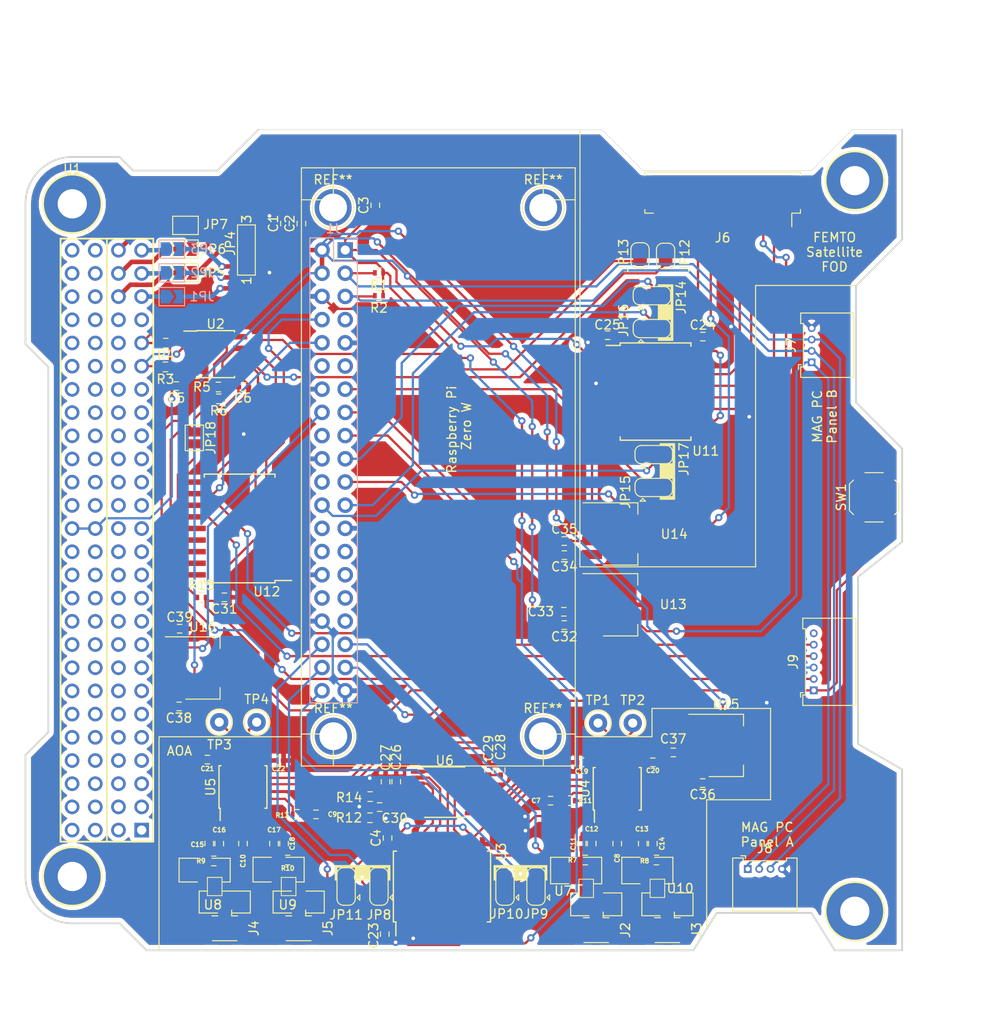
<source format=kicad_pcb>
(kicad_pcb (version 20171130) (host pcbnew "(5.1.2)-2")
  (layers (0 F.Cu signal) (31 B.Cu signal) (34 B.Paste user) (35 F.Paste user) (36 B.SilkS user) (37 F.SilkS user) (38 B.Mask user) (39 F.Mask user) (44 Edge.Cuts user))
  (net 0 "")
  (net 1 "Net-(U1-Pad46)")
  (net 2 "Net-(U1-Pad45)")
  (net 3 "Net-(U1-Pad44)")
  (net 4 "Net-(U1-Pad42)")
  (net 5 "Net-(U1-Pad40)")
  (net 6 "Net-(U1-Pad39)")
  (net 7 "Net-(U1-Pad38)")
  (net 8 "Net-(U1-Pad37)")
  (net 9 "Net-(U1-Pad36)")
  (net 10 "Net-(U1-Pad35)")
  (net 11 "Net-(U1-Pad34)")
  (net 12 "Net-(U1-Pad33)")
  (net 13 "Net-(U1-Pad32)")
  (net 14 "Net-(U1-Pad31)")
  (net 15 "Net-(U1-Pad30)")
  (net 16 "Net-(U1-Pad29)")
  (net 17 "Net-(U1-Pad28)")
  (net 18 "Net-(U1-Pad27)")
  (net 19 "Net-(U1-Pad26)")
  (net 20 "Net-(U1-Pad25)")
  (net 21 "Net-(U1-Pad24)")
  (net 22 "Net-(U1-Pad23)")
  (net 23 "Net-(U1-Pad22)")
  (net 24 "Net-(U1-Pad21)")
  (net 25 "Net-(U1-Pad20)")
  (net 26 "Net-(U1-Pad19)")
  (net 27 "Net-(U1-Pad18)")
  (net 28 "Net-(U1-Pad17)")
  (net 29 "Net-(U1-Pad16)")
  (net 30 "Net-(U1-Pad15)")
  (net 31 "Net-(U1-Pad14)")
  (net 32 "Net-(U1-Pad13)")
  (net 33 "Net-(U1-Pad12)")
  (net 34 "Net-(U1-Pad11)")
  (net 35 "Net-(U1-Pad10)")
  (net 36 "Net-(U1-Pad9)")
  (net 37 "Net-(U1-Pad8)")
  (net 38 "Net-(U1-Pad7)")
  (net 39 "Net-(U1-Pad6)")
  (net 40 "Net-(U1-Pad5)")
  (net 41 "Net-(U1-Pad4)")
  (net 42 "Net-(U1-Pad3)")
  (net 43 "Net-(U1-Pad2)")
  (net 44 "Net-(U1-Pad1)")
  (net 45 "Net-(U1-Pad104)")
  (net 46 "Net-(U1-Pad103)")
  (net 47 "Net-(U1-Pad102)")
  (net 48 "Net-(U1-Pad101)")
  (net 49 "Net-(U1-Pad100)")
  (net 50 "Net-(U1-Pad99)")
  (net 51 "Net-(U1-Pad98)")
  (net 52 "Net-(U1-Pad97)")
  (net 53 "Net-(U1-Pad96)")
  (net 54 "Net-(U1-Pad95)")
  (net 55 "Net-(U1-Pad94)")
  (net 56 "Net-(U1-Pad93)")
  (net 57 "Net-(U1-Pad92)")
  (net 58 "Net-(U1-Pad91)")
  (net 59 "Net-(U1-Pad90)")
  (net 60 "Net-(U1-Pad89)")
  (net 61 "Net-(U1-Pad88)")
  (net 62 "Net-(U1-Pad87)")
  (net 63 "Net-(U1-Pad86)")
  (net 64 "Net-(U1-Pad85)")
  (net 65 "Net-(U1-Pad84)")
  (net 66 "Net-(U1-Pad83)")
  (net 67 "Net-(U1-Pad82)")
  (net 68 "Net-(U1-Pad81)")
  (net 69 "Net-(U1-Pad78)")
  (net 70 "Net-(U1-Pad77)")
  (net 71 "Net-(U1-Pad76)")
  (net 72 "Net-(U1-Pad75)")
  (net 73 "Net-(U1-Pad74)")
  (net 74 "Net-(U1-Pad73)")
  (net 75 "Net-(U1-Pad72)")
  (net 76 "Net-(U1-Pad71)")
  (net 77 "Net-(U1-Pad70)")
  (net 78 "Net-(U1-Pad69)")
  (net 79 "Net-(U1-Pad68)")
  (net 80 "Net-(U1-Pad67)")
  (net 81 "Net-(U1-Pad66)")
  (net 82 "Net-(U1-Pad65)")
  (net 83 "Net-(U1-Pad64)")
  (net 84 "Net-(U1-Pad63)")
  (net 85 "Net-(U1-Pad62)")
  (net 86 "Net-(U1-Pad61)")
  (net 87 "Net-(U1-Pad60)")
  (net 88 "Net-(U1-Pad59)")
  (net 89 "Net-(U1-Pad58)")
  (net 90 "Net-(U1-Pad57)")
  (net 91 "Net-(U1-Pad56)")
  (net 92 "Net-(U1-Pad55)")
  (net 93 "Net-(U1-Pad54)")
  (net 94 "Net-(U1-Pad53)")
  (net 95 OUT1_3V3)
  (net 96 3V3IN)
  (net 97 OUT2_3V3)
  (net 98 OUT3_3V3)
  (net 99 VIN)
  (net 100 5VIN)
  (net 101 OUT4_5V0)
  (net 102 OUT5_5V0)
  (net 103 OUT6_5V0)
  (net 104 "Net-(J1-Pad33)")
  (net 105 "Net-(J1-Pad32)")
  (net 106 "Net-(J1-Pad31)")
  (net 107 "Net-(J1-Pad29)")
  (net 108 "Net-(J1-Pad28)")
  (net 109 "Net-(J1-Pad27)")
  (net 110 "Net-(J1-Pad26)")
  (net 111 "Net-(J1-Pad22)")
  (net 112 "Net-(J1-Pad18)")
  (net 113 "Net-(J1-Pad12)")
  (net 114 "Net-(J1-Pad11)")
  (net 115 "Net-(J1-Pad7)")
  (net 116 RPI_SCL)
  (net 117 RPI_SDA)
  (net 118 RPI_3V3)
  (net 119 CSP_SCL)
  (net 120 CSP_SDA)
  (net 121 SAT_3V3)
  (net 122 PIC_SDA)
  (net 123 PIC_3V3)
  (net 124 PIC_SCL)
  (net 125 GND)
  (net 126 AOA_SS)
  (net 127 AOA_MISO)
  (net 128 AOA_MOSI)
  (net 129 AOA_CLK)
  (net 130 "Net-(U4-Pad11)")
  (net 131 "Net-(U5-Pad11)")
  (net 132 "Net-(C8-Pad2)")
  (net 133 "Net-(C10-Pad2)")
  (net 134 ANT1_OUT)
  (net 135 "Net-(C11-Pad2)")
  (net 136 "Net-(C12-Pad2)")
  (net 137 "Net-(C13-Pad2)")
  (net 138 "Net-(C14-Pad2)")
  (net 139 ANT2_OUT)
  (net 140 "Net-(C15-Pad2)")
  (net 141 ANT3_OUT)
  (net 142 "Net-(C16-Pad2)")
  (net 143 "Net-(C17-Pad2)")
  (net 144 ANT4_OUT)
  (net 145 "Net-(C18-Pad2)")
  (net 146 "Net-(C19-Pad1)")
  (net 147 "Net-(C20-Pad1)")
  (net 148 "Net-(C21-Pad1)")
  (net 149 "Net-(C22-Pad1)")
  (net 150 ANT1_IN)
  (net 151 ANT2_IN)
  (net 152 ANT3_IN)
  (net 153 ANT4_IN)
  (net 154 VMAG1)
  (net 155 VPHS1)
  (net 156 VMAG2)
  (net 157 VPHS2)
  (net 158 AOA_5V)
  (net 159 FOD_SDA)
  (net 160 FOD_SCL)
  (net 161 FOD_3V3)
  (net 162 FOD_DPL)
  (net 163 FOD_VAUX)
  (net 164 FOD_MOSI)
  (net 165 FOD_SCK)
  (net 166 FOD_MISO)
  (net 167 FOD_CS)
  (net 168 FOD_CC)
  (net 169 MAG_3V3)
  (net 170 AOA_3V3)
  (net 171 "Net-(C30-Pad2)")
  (net 172 MCLR)
  (net 173 PIC_3V3J)
  (net 174 "Net-(U12-Pad1)")
  (net 175 "Net-(U12-Pad2)")
  (net 176 "Net-(U12-Pad3)")
  (net 177 "Net-(U12-Pad6)")
  (net 178 RPI_TX)
  (net 179 "Net-(U12-Pad9)")
  (net 180 RPI_RX)
  (net 181 ICSPCLK)
  (net 182 ICSPDAT)
  (net 183 "Net-(U12-Pad15)")
  (net 184 "Net-(U12-Pad16)")
  (net 185 "Net-(U12-Pad17)")
  (net 186 "Net-(U12-Pad18)")
  (net 187 "Net-(J9-Pad6)")
  (net 188 AOA_EN)
  (net 189 MAG_EN)
  (net 190 FOD_EN)
  (net 191 PIC_EN)
  (net 192 "Net-(U13-Pad2)")
  (net 193 "Net-(U14-Pad2)")
  (net 194 "Net-(U15-Pad2)")
  (net 195 "Net-(U16-Pad2)")
  (net 196 ifRPI_MOSI)
  (net 197 MOSI0)
  (net 198 ifRPI_MISO)
  (net 199 MISO0)
  (net 200 CLK0)
  (net 201 ifRPI_CLK)
  (net 202 SS00)
  (net 203 ifRPI_SS0)
  (net 204 MOSI1)
  (net 205 iaRPI_MOSI)
  (net 206 MISO1)
  (net 207 iaRPI_MISO)
  (net 208 iaRPI_CLK)
  (net 209 CLK1)
  (net 210 iaRPI_SS0)
  (net 211 SS10)
  (module Payload:PC104-Standard (layer F.Cu) (at 110.5 134.4)
    (fp_text reference U1 (at 0 -77.47) (layer F.SilkS))
    (fp_text value Payload)
    (fp_line (start -5.13 -13.3) (end -5.13 0) (layer Edge.Cuts) (width 0.2))
    (fp_arc (start 0 -73.66) (end 0 -78.79) (angle -90) (layer Edge.Cuts) (width 0.2))
    (fp_line (start 5.18 -78.79) (end 0 -78.79) (layer Edge.Cuts) (width 0.2))
    (fp_line (start 6.67 -77.3) (end 15.89 -77.3) (layer Edge.Cuts) (width 0.2))
    (fp_line (start 5.18 -78.79) (end 6.67 -77.3) (layer Edge.Cuts) (width 0.2))
    (fp_line (start 15.89 -77.3) (end 20.38 -81.78) (layer Edge.Cuts) (width 0.2))
    (fp_line (start 90.91 -81.78) (end 90.91 -69.73) (layer Edge.Cuts) (width 0.2))
    (fp_line (start 85.86 -64.67) (end 85.86 -51.92) (layer Edge.Cuts) (width 0.2))
    (fp_line (start 90.91 -69.73) (end 85.86 -64.67) (layer Edge.Cuts) (width 0.2))
    (fp_line (start 90.91 -46.87) (end 90.91 -36.66) (layer Edge.Cuts) (width 0.2))
    (fp_line (start 85.86 -51.92) (end 90.91 -46.87) (layer Edge.Cuts) (width 0.2))
    (fp_line (start 86.08 -32.8) (end 86.08 -14.51) (layer Edge.Cuts) (width 0.2))
    (fp_line (start 90.91 -36.66) (end 86.08 -32.8) (layer Edge.Cuts) (width 0.2))
    (fp_line (start 90.91 -11.72) (end 90.91 8.09) (layer Edge.Cuts) (width 0.2))
    (fp_line (start 86.08 -14.51) (end 90.91 -11.72) (layer Edge.Cuts) (width 0.2))
    (fp_line (start 90.91 8.09) (end 83.54 8.09) (layer Edge.Cuts) (width 0.2))
    (fp_line (start 80.98 3.99) (end 70.59 3.99) (layer Edge.Cuts) (width 0.2))
    (fp_line (start 83.54 8.09) (end 80.98 3.99) (layer Edge.Cuts) (width 0.2))
    (fp_line (start 68.04 8.09) (end 8.14 8.09) (layer Edge.Cuts) (width 0.2))
    (fp_line (start 70.59 3.99) (end 68.04 8.09) (layer Edge.Cuts) (width 0.2))
    (fp_line (start -2.63 -15.8) (end -2.63 -55.8) (layer Edge.Cuts) (width 0.2))
    (fp_line (start -5.13 -58.3) (end -5.13 -73.66) (layer Edge.Cuts) (width 0.2))
    (fp_line (start -5.13 -13.3) (end -2.63 -15.8) (layer Edge.Cuts) (width 0.2))
    (fp_line (start -2.63 -55.8) (end -5.13 -58.3) (layer Edge.Cuts) (width 0.2))
    (fp_arc (start 0 0) (end -5.13 0) (angle -90) (layer Edge.Cuts) (width 0.2))
    (fp_line (start 5.18 5.13) (end 0 5.13) (layer Edge.Cuts) (width 0.2))
    (fp_line (start 8.14 8.09) (end 5.18 5.13) (layer Edge.Cuts) (width 0.2))
    (pad "" thru_hole circle (at 0 0) (size 6.35 6.35) (drill 3.2) (layers *.Cu *.Mask))
    (pad "" thru_hole circle (at 0 -73.66) (size 6.35 6.35) (drill 3.2) (layers *.Cu *.Mask))
    (pad 52 thru_hole circle (at 5.06 -68.58) (size 1.6 1.6) (drill 1.016) (layers *.Cu *.Mask) (net 103 OUT6_5V0))
    (pad 51 thru_hole circle (at 7.6 -68.58) (size 1.6 1.6) (drill 1.016) (layers *.Cu *.Mask) (net 98 OUT3_3V3))
    (pad 50 thru_hole circle (at 5.06 -66.04) (size 1.6 1.6) (drill 1.016) (layers *.Cu *.Mask) (net 102 OUT5_5V0))
    (pad 49 thru_hole circle (at 7.6 -66.04) (size 1.6 1.6) (drill 1.016) (layers *.Cu *.Mask) (net 97 OUT2_3V3))
    (pad 48 thru_hole circle (at 5.06 -63.5) (size 1.6 1.6) (drill 1.016) (layers *.Cu *.Mask) (net 101 OUT4_5V0))
    (pad 47 thru_hole circle (at 7.6 -63.5) (size 1.6 1.6) (drill 1.016) (layers *.Cu *.Mask) (net 95 OUT1_3V3))
    (pad 46 thru_hole circle (at 5.06 -60.96) (size 1.6 1.6) (drill 1.016) (layers *.Cu *.Mask) (net 1 "Net-(U1-Pad46)"))
    (pad 45 thru_hole circle (at 7.6 -60.96) (size 1.6 1.6) (drill 1.016) (layers *.Cu *.Mask) (net 2 "Net-(U1-Pad45)"))
    (pad 44 thru_hole circle (at 5.06 -58.42) (size 1.6 1.6) (drill 1.016) (layers *.Cu *.Mask) (net 3 "Net-(U1-Pad44)"))
    (pad 43 thru_hole circle (at 7.6 -58.42) (size 1.6 1.6) (drill 1.016) (layers *.Cu *.Mask) (net 119 CSP_SCL))
    (pad 42 thru_hole circle (at 5.06 -55.88) (size 1.6 1.6) (drill 1.016) (layers *.Cu *.Mask) (net 4 "Net-(U1-Pad42)"))
    (pad 41 thru_hole circle (at 7.6 -55.88) (size 1.6 1.6) (drill 1.016) (layers *.Cu *.Mask) (net 120 CSP_SDA))
    (pad 40 thru_hole circle (at 5.06 -53.34) (size 1.6 1.6) (drill 1.016) (layers *.Cu *.Mask) (net 5 "Net-(U1-Pad40)"))
    (pad 39 thru_hole circle (at 7.6 -53.34) (size 1.6 1.6) (drill 1.016) (layers *.Cu *.Mask) (net 6 "Net-(U1-Pad39)"))
    (pad 38 thru_hole circle (at 5.06 -50.8) (size 1.6 1.6) (drill 1.016) (layers *.Cu *.Mask) (net 7 "Net-(U1-Pad38)"))
    (pad 37 thru_hole circle (at 7.6 -50.8) (size 1.6 1.6) (drill 1.016) (layers *.Cu *.Mask) (net 8 "Net-(U1-Pad37)"))
    (pad 36 thru_hole circle (at 5.06 -48.26) (size 1.6 1.6) (drill 1.016) (layers *.Cu *.Mask) (net 9 "Net-(U1-Pad36)"))
    (pad 35 thru_hole circle (at 7.6 -48.26) (size 1.6 1.6) (drill 1.016) (layers *.Cu *.Mask) (net 10 "Net-(U1-Pad35)"))
    (pad 34 thru_hole circle (at 5.06 -45.72) (size 1.6 1.6) (drill 1.016) (layers *.Cu *.Mask) (net 11 "Net-(U1-Pad34)"))
    (pad 33 thru_hole circle (at 7.6 -45.72) (size 1.6 1.6) (drill 1.016) (layers *.Cu *.Mask) (net 12 "Net-(U1-Pad33)"))
    (pad 32 thru_hole circle (at 5.06 -43.18) (size 1.6 1.6) (drill 1.016) (layers *.Cu *.Mask) (net 13 "Net-(U1-Pad32)"))
    (pad 31 thru_hole circle (at 7.6 -43.18) (size 1.6 1.6) (drill 1.016) (layers *.Cu *.Mask) (net 14 "Net-(U1-Pad31)"))
    (pad 30 thru_hole circle (at 5.06 -40.64) (size 1.6 1.6) (drill 1.016) (layers *.Cu *.Mask) (net 15 "Net-(U1-Pad30)"))
    (pad 29 thru_hole circle (at 7.6 -40.64) (size 1.6 1.6) (drill 1.016) (layers *.Cu *.Mask) (net 16 "Net-(U1-Pad29)"))
    (pad 28 thru_hole circle (at 5.06 -38.1) (size 1.6 1.6) (drill 1.016) (layers *.Cu *.Mask) (net 17 "Net-(U1-Pad28)"))
    (pad 27 thru_hole circle (at 7.6 -38.1) (size 1.6 1.6) (drill 1.016) (layers *.Cu *.Mask) (net 18 "Net-(U1-Pad27)"))
    (pad 26 thru_hole circle (at 5.06 -35.56) (size 1.6 1.6) (drill 1.016) (layers *.Cu *.Mask) (net 19 "Net-(U1-Pad26)"))
    (pad 25 thru_hole circle (at 7.6 -35.56) (size 1.6 1.6) (drill 1.016) (layers *.Cu *.Mask) (net 20 "Net-(U1-Pad25)"))
    (pad 24 thru_hole circle (at 5.06 -33.02) (size 1.6 1.6) (drill 1.016) (layers *.Cu *.Mask) (net 21 "Net-(U1-Pad24)"))
    (pad 23 thru_hole circle (at 7.6 -33.02) (size 1.6 1.6) (drill 1.016) (layers *.Cu *.Mask) (net 22 "Net-(U1-Pad23)"))
    (pad 22 thru_hole circle (at 5.06 -30.48) (size 1.6 1.6) (drill 1.016) (layers *.Cu *.Mask) (net 23 "Net-(U1-Pad22)"))
    (pad 21 thru_hole circle (at 7.6 -30.48) (size 1.6 1.6) (drill 1.016) (layers *.Cu *.Mask) (net 24 "Net-(U1-Pad21)"))
    (pad 20 thru_hole circle (at 5.06 -27.94) (size 1.6 1.6) (drill 1.016) (layers *.Cu *.Mask) (net 25 "Net-(U1-Pad20)"))
    (pad 19 thru_hole circle (at 7.6 -27.94) (size 1.6 1.6) (drill 1.016) (layers *.Cu *.Mask) (net 26 "Net-(U1-Pad19)"))
    (pad 18 thru_hole circle (at 5.06 -25.4) (size 1.6 1.6) (drill 1.016) (layers *.Cu *.Mask) (net 27 "Net-(U1-Pad18)"))
    (pad 17 thru_hole circle (at 7.6 -25.4) (size 1.6 1.6) (drill 1.016) (layers *.Cu *.Mask) (net 28 "Net-(U1-Pad17)"))
    (pad 16 thru_hole circle (at 5.06 -22.86) (size 1.6 1.6) (drill 1.016) (layers *.Cu *.Mask) (net 29 "Net-(U1-Pad16)"))
    (pad 15 thru_hole circle (at 7.6 -22.86) (size 1.6 1.6) (drill 1.016) (layers *.Cu *.Mask) (net 30 "Net-(U1-Pad15)"))
    (pad 14 thru_hole circle (at 5.06 -20.32) (size 1.6 1.6) (drill 1.016) (layers *.Cu *.Mask) (net 31 "Net-(U1-Pad14)"))
    (pad 13 thru_hole circle (at 7.6 -20.32) (size 1.6 1.6) (drill 1.016) (layers *.Cu *.Mask) (net 32 "Net-(U1-Pad13)"))
    (pad 12 thru_hole circle (at 5.06 -17.78) (size 1.6 1.6) (drill 1.016) (layers *.Cu *.Mask) (net 33 "Net-(U1-Pad12)"))
    (pad 11 thru_hole circle (at 7.6 -17.78) (size 1.6 1.6) (drill 1.016) (layers *.Cu *.Mask) (net 34 "Net-(U1-Pad11)"))
    (pad 10 thru_hole circle (at 5.06 -15.24) (size 1.6 1.6) (drill 1.016) (layers *.Cu *.Mask) (net 35 "Net-(U1-Pad10)"))
    (pad 9 thru_hole circle (at 7.6 -15.24) (size 1.6 1.6) (drill 1.016) (layers *.Cu *.Mask) (net 36 "Net-(U1-Pad9)"))
    (pad 8 thru_hole circle (at 5.06 -12.7) (size 1.6 1.6) (drill 1.016) (layers *.Cu *.Mask) (net 37 "Net-(U1-Pad8)"))
    (pad 7 thru_hole circle (at 7.6 -12.7) (size 1.6 1.6) (drill 1.016) (layers *.Cu *.Mask) (net 38 "Net-(U1-Pad7)"))
    (pad 6 thru_hole circle (at 5.06 -10.16) (size 1.6 1.6) (drill 1.016) (layers *.Cu *.Mask) (net 39 "Net-(U1-Pad6)"))
    (pad 5 thru_hole circle (at 7.6 -10.16) (size 1.6 1.6) (drill 1.016) (layers *.Cu *.Mask) (net 40 "Net-(U1-Pad5)"))
    (pad 4 thru_hole circle (at 5.06 -7.62) (size 1.6 1.6) (drill 1.016) (layers *.Cu *.Mask) (net 41 "Net-(U1-Pad4)"))
    (pad 3 thru_hole circle (at 7.6 -7.62) (size 1.6 1.6) (drill 1.016) (layers *.Cu *.Mask) (net 42 "Net-(U1-Pad3)"))
    (pad 2 thru_hole circle (at 5.06 -5.08) (size 1.6 1.6) (drill 1.016) (layers *.Cu *.Mask) (net 43 "Net-(U1-Pad2)"))
    (pad 1 thru_hole rect (at 7.6 -5.08) (size 1.6 1.6) (drill 1.016) (layers *.Cu *.Mask) (net 44 "Net-(U1-Pad1)"))
    (pad 104 thru_hole circle (at -0.02 -68.58) (size 1.6 1.6) (drill 1.016) (layers *.Cu *.Mask) (net 45 "Net-(U1-Pad104)"))
    (pad 103 thru_hole circle (at 2.52 -68.58) (size 1.6 1.6) (drill 1.016) (layers *.Cu *.Mask) (net 46 "Net-(U1-Pad103)"))
    (pad 102 thru_hole circle (at -0.02 -66.04) (size 1.6 1.6) (drill 1.016) (layers *.Cu *.Mask) (net 47 "Net-(U1-Pad102)"))
    (pad 101 thru_hole circle (at 2.52 -66.04) (size 1.6 1.6) (drill 1.016) (layers *.Cu *.Mask) (net 48 "Net-(U1-Pad101)"))
    (pad 100 thru_hole circle (at -0.02 -63.5) (size 1.6 1.6) (drill 1.016) (layers *.Cu *.Mask) (net 49 "Net-(U1-Pad100)"))
    (pad 99 thru_hole circle (at 2.52 -63.5) (size 1.6 1.6) (drill 1.016) (layers *.Cu *.Mask) (net 50 "Net-(U1-Pad99)"))
    (pad 98 thru_hole circle (at -0.02 -60.96) (size 1.6 1.6) (drill 1.016) (layers *.Cu *.Mask) (net 51 "Net-(U1-Pad98)"))
    (pad 97 thru_hole circle (at 2.52 -60.96) (size 1.6 1.6) (drill 1.016) (layers *.Cu *.Mask) (net 52 "Net-(U1-Pad97)"))
    (pad 96 thru_hole circle (at -0.02 -58.42) (size 1.6 1.6) (drill 1.016) (layers *.Cu *.Mask) (net 53 "Net-(U1-Pad96)"))
    (pad 95 thru_hole circle (at 2.52 -58.42) (size 1.6 1.6) (drill 1.016) (layers *.Cu *.Mask) (net 54 "Net-(U1-Pad95)"))
    (pad 94 thru_hole circle (at -0.02 -55.88) (size 1.6 1.6) (drill 1.016) (layers *.Cu *.Mask) (net 55 "Net-(U1-Pad94)"))
    (pad 93 thru_hole circle (at 2.52 -55.88) (size 1.6 1.6) (drill 1.016) (layers *.Cu *.Mask) (net 56 "Net-(U1-Pad93)"))
    (pad 92 thru_hole circle (at -0.02 -53.34) (size 1.6 1.6) (drill 1.016) (layers *.Cu *.Mask) (net 57 "Net-(U1-Pad92)"))
    (pad 91 thru_hole circle (at 2.52 -53.34) (size 1.6 1.6) (drill 1.016) (layers *.Cu *.Mask) (net 58 "Net-(U1-Pad91)"))
    (pad 90 thru_hole circle (at -0.02 -50.8) (size 1.6 1.6) (drill 1.016) (layers *.Cu *.Mask) (net 59 "Net-(U1-Pad90)"))
    (pad 89 thru_hole circle (at 2.52 -50.8) (size 1.6 1.6) (drill 1.016) (layers *.Cu *.Mask) (net 60 "Net-(U1-Pad89)"))
    (pad 88 thru_hole circle (at -0.02 -48.26) (size 1.6 1.6) (drill 1.016) (layers *.Cu *.Mask) (net 61 "Net-(U1-Pad88)"))
    (pad 87 thru_hole circle (at 2.52 -48.26) (size 1.6 1.6) (drill 1.016) (layers *.Cu *.Mask) (net 62 "Net-(U1-Pad87)"))
    (pad 86 thru_hole circle (at -0.02 -45.72) (size 1.6 1.6) (drill 1.016) (layers *.Cu *.Mask) (net 63 "Net-(U1-Pad86)"))
    (pad 85 thru_hole circle (at 2.52 -45.72) (size 1.6 1.6) (drill 1.016) (layers *.Cu *.Mask) (net 64 "Net-(U1-Pad85)"))
    (pad 84 thru_hole circle (at -0.02 -43.18) (size 1.6 1.6) (drill 1.016) (layers *.Cu *.Mask) (net 65 "Net-(U1-Pad84)"))
    (pad 83 thru_hole circle (at 2.52 -43.18) (size 1.6 1.6) (drill 1.016) (layers *.Cu *.Mask) (net 66 "Net-(U1-Pad83)"))
    (pad 82 thru_hole circle (at -0.02 -40.64) (size 1.6 1.6) (drill 1.016) (layers *.Cu *.Mask) (net 67 "Net-(U1-Pad82)"))
    (pad 81 thru_hole circle (at 2.52 -40.64) (size 1.6 1.6) (drill 1.016) (layers *.Cu *.Mask) (net 68 "Net-(U1-Pad81)"))
    (pad 80 thru_hole circle (at -0.02 -38.1) (size 1.6 1.6) (drill 1.016) (layers *.Cu *.Mask) (net 121 SAT_3V3))
    (pad 79 thru_hole circle (at 2.52 -38.1) (size 1.6 1.6) (drill 1.016) (layers *.Cu *.Mask) (net 121 SAT_3V3))
    (pad 78 thru_hole circle (at -0.02 -35.56) (size 1.6 1.6) (drill 1.016) (layers *.Cu *.Mask) (net 69 "Net-(U1-Pad78)"))
    (pad 77 thru_hole circle (at 2.52 -35.56) (size 1.6 1.6) (drill 1.016) (layers *.Cu *.Mask) (net 70 "Net-(U1-Pad77)"))
    (pad 76 thru_hole circle (at -0.02 -33.02) (size 1.6 1.6) (drill 1.016) (layers *.Cu *.Mask) (net 71 "Net-(U1-Pad76)"))
    (pad 75 thru_hole circle (at 2.52 -33.02) (size 1.6 1.6) (drill 1.016) (layers *.Cu *.Mask) (net 72 "Net-(U1-Pad75)"))
    (pad 74 thru_hole circle (at -0.02 -30.48) (size 1.6 1.6) (drill 1.016) (layers *.Cu *.Mask) (net 73 "Net-(U1-Pad74)"))
    (pad 73 thru_hole circle (at 2.52 -30.48) (size 1.6 1.6) (drill 1.016) (layers *.Cu *.Mask) (net 74 "Net-(U1-Pad73)"))
    (pad 72 thru_hole circle (at -0.02 -27.94) (size 1.6 1.6) (drill 1.016) (layers *.Cu *.Mask) (net 75 "Net-(U1-Pad72)"))
    (pad 71 thru_hole circle (at 2.52 -27.94) (size 1.6 1.6) (drill 1.016) (layers *.Cu *.Mask) (net 76 "Net-(U1-Pad71)"))
    (pad 70 thru_hole circle (at -0.02 -25.4) (size 1.6 1.6) (drill 1.016) (layers *.Cu *.Mask) (net 77 "Net-(U1-Pad70)"))
    (pad 69 thru_hole circle (at 2.52 -25.4) (size 1.6 1.6) (drill 1.016) (layers *.Cu *.Mask) (net 78 "Net-(U1-Pad69)"))
    (pad 68 thru_hole circle (at -0.02 -22.86) (size 1.6 1.6) (drill 1.016) (layers *.Cu *.Mask) (net 79 "Net-(U1-Pad68)"))
    (pad 67 thru_hole circle (at 2.52 -22.86) (size 1.6 1.6) (drill 1.016) (layers *.Cu *.Mask) (net 80 "Net-(U1-Pad67)"))
    (pad 66 thru_hole circle (at -0.02 -20.32) (size 1.6 1.6) (drill 1.016) (layers *.Cu *.Mask) (net 81 "Net-(U1-Pad66)"))
    (pad 65 thru_hole circle (at 2.52 -20.32) (size 1.6 1.6) (drill 1.016) (layers *.Cu *.Mask) (net 82 "Net-(U1-Pad65)"))
    (pad 64 thru_hole circle (at -0.02 -17.78) (size 1.6 1.6) (drill 1.016) (layers *.Cu *.Mask) (net 83 "Net-(U1-Pad64)"))
    (pad 63 thru_hole circle (at 2.52 -17.78) (size 1.6 1.6) (drill 1.016) (layers *.Cu *.Mask) (net 84 "Net-(U1-Pad63)"))
    (pad 62 thru_hole circle (at -0.02 -15.24) (size 1.6 1.6) (drill 1.016) (layers *.Cu *.Mask) (net 85 "Net-(U1-Pad62)"))
    (pad 61 thru_hole circle (at 2.52 -15.24) (size 1.6 1.6) (drill 1.016) (layers *.Cu *.Mask) (net 86 "Net-(U1-Pad61)"))
    (pad 60 thru_hole circle (at -0.02 -12.7) (size 1.6 1.6) (drill 1.016) (layers *.Cu *.Mask) (net 87 "Net-(U1-Pad60)"))
    (pad 59 thru_hole circle (at 2.52 -12.7) (size 1.6 1.6) (drill 1.016) (layers *.Cu *.Mask) (net 88 "Net-(U1-Pad59)"))
    (pad 58 thru_hole circle (at -0.02 -10.16) (size 1.6 1.6) (drill 1.016) (layers *.Cu *.Mask) (net 89 "Net-(U1-Pad58)"))
    (pad 57 thru_hole circle (at 2.52 -10.16 90) (size 1.6 1.6) (drill 1.016) (layers *.Cu *.Mask) (net 90 "Net-(U1-Pad57)"))
    (pad 56 thru_hole circle (at -0.02 -7.62) (size 1.6 1.6) (drill 1.016) (layers *.Cu *.Mask) (net 91 "Net-(U1-Pad56)"))
    (pad 55 thru_hole circle (at 2.52 -7.62) (size 1.6 1.6) (drill 1.016) (layers *.Cu *.Mask) (net 92 "Net-(U1-Pad55)"))
    (pad 54 thru_hole circle (at -0.02 -5.08) (size 1.6 1.6) (drill 1.016) (layers *.Cu *.Mask) (net 93 "Net-(U1-Pad54)"))
    (pad 53 thru_hole circle (at 2.52 -5.08) (size 1.6 1.6) (drill 1.016) (layers *.Cu *.Mask) (net 94 "Net-(U1-Pad53)"))
    (pad "" thru_hole circle (at 85.73 3.81) (size 6.35 6.35) (drill 3.2) (layers *.Cu *.Mask))
    (pad "" thru_hole circle (at 85.73 -76.2) (size 6.35 6.35) (drill 3.2) (layers *.Cu *.Mask))
  )
  (module Connectors:1pin (layer F.Cu) (at 139.07 61.15)
    (fp_text reference REF** (at 0 -3.048) (layer F.SilkS))
    (fp_text value 1pin)
    (pad 1 thru_hole circle (at 0 0) (size 4.064 4.064) (drill 3.048) (layers *.Cu *.Mask))
  )
  (module Connectors:1pin (layer F.Cu) (at 139.1 119.04)
    (fp_text reference REF** (at 0 -3.048) (layer F.SilkS))
    (fp_text value 1pin)
    (pad 1 thru_hole circle (at 0 0) (size 4.064 4.064) (drill 3.048) (layers *.Cu *.Mask))
  )
  (module Connectors:1pin (layer F.Cu) (at 162.07 119.04)
    (fp_text reference REF** (at 0 -3.048) (layer F.SilkS))
    (fp_text value 1pin)
    (pad 1 thru_hole circle (at 0 0) (size 4.064 4.064) (drill 3.048) (layers *.Cu *.Mask))
  )
  (module Connectors:1pin (layer F.Cu) (at 162.1 61.15)
    (fp_text reference REF** (at 0 -3.048) (layer F.SilkS))
    (fp_text value 1pin)
    (pad 1 thru_hole circle (at 0 0) (size 4.064 4.064) (drill 3.048) (layers *.Cu *.Mask))
  )
  (module Housings_SSOP:TSSOP-16_4.4x5mm_Pitch0.65mm (layer F.Cu) (at 151.3 125.2)
    (fp_text reference U6 (at 0 -3.5) (layer F.SilkS))
    (fp_text value AD7904BRUZ-REEL7)
    (pad 16 smd rect (at 2.95 -2.275) (size 1.5 0.45) (layers F.Cu F.Paste F.Mask) (net 125 GND))
    (pad 15 smd rect (at 2.95 -1.625) (size 1.5 0.45) (layers F.Cu F.Paste F.Mask) (net 170 AOA_3V3))
    (pad 14 smd rect (at 2.95 -0.975) (size 1.5 0.45) (layers F.Cu F.Paste F.Mask) (net 127 AOA_MISO))
    (pad 13 smd rect (at 2.95 -0.325) (size 1.5 0.45) (layers F.Cu F.Paste F.Mask) (net 125 GND))
    (pad 12 smd rect (at 2.95 0.325) (size 1.5 0.45) (layers F.Cu F.Paste F.Mask) (net 156 VMAG2))
    (pad 11 smd rect (at 2.95 0.975) (size 1.5 0.45) (layers F.Cu F.Paste F.Mask) (net 157 VPHS2))
    (pad 10 smd rect (at 2.95 1.625) (size 1.5 0.45) (layers F.Cu F.Paste F.Mask) (net 154 VMAG1))
    (pad 9 smd rect (at 2.95 2.275) (size 1.5 0.45) (layers F.Cu F.Paste F.Mask) (net 155 VPHS1))
    (pad 8 smd rect (at -2.95 2.275) (size 1.5 0.45) (layers F.Cu F.Paste F.Mask) (net 125 GND))
    (pad 7 smd rect (at -2.95 1.625) (size 1.5 0.45) (layers F.Cu F.Paste F.Mask) (net 171 "Net-(C30-Pad2)"))
    (pad 6 smd rect (at -2.95 0.975) (size 1.5 0.45) (layers F.Cu F.Paste F.Mask) (net 158 AOA_5V))
    (pad 5 smd rect (at -2.95 0.325) (size 1.5 0.45) (layers F.Cu F.Paste F.Mask) (net 158 AOA_5V))
    (pad 4 smd rect (at -2.95 -0.325) (size 1.5 0.45) (layers F.Cu F.Paste F.Mask) (net 125 GND))
    (pad 3 smd rect (at -2.95 -0.975) (size 1.5 0.45) (layers F.Cu F.Paste F.Mask) (net 126 AOA_SS))
    (pad 2 smd rect (at -2.95 -1.625) (size 1.5 0.45) (layers F.Cu F.Paste F.Mask) (net 128 AOA_MOSI))
    (pad 1 smd rect (at -2.95 -2.275) (size 1.5 0.45) (layers F.Cu F.Paste F.Mask) (net 129 AOA_CLK))
  )
  (module Jumper:SolderJumper-2_P1.3mm_Open_TrianglePad1.0x1.5mm (layer B.Cu) (at 121.4 70.9)
    (fp_text reference JP1 (at 3.3 0) (layer B.SilkS) (effects (justify mirror)))
    (fp_text value Jumper_2_Open)
    (pad 2 smd custom (at 0.725 0) (size 0.3 0.3) (layers B.Cu B.Mask) (net 96 3V3IN) (options (clearance outline) (anchor rect)) (primitives (gr_poly (pts (xy -0.65 0.75) (xy 0.5 0.75) (xy 0.5 -0.75) (xy -0.65 -0.75) (xy -0.15 0)) (width 0))))
    (pad 1 smd custom (at -0.725 0) (size 0.3 0.3) (layers B.Cu B.Mask) (net 95 OUT1_3V3) (options (clearance outline) (anchor rect)) (primitives (gr_poly (pts (xy -0.5 0.75) (xy 0.5 0.75) (xy 1 0) (xy 0.5 -0.75) (xy -0.5 -0.75)) (width 0))))
  )
  (module Jumper:SolderJumper-2_P1.3mm_Open_TrianglePad1.0x1.5mm (layer B.Cu) (at 121.4 68.3)
    (fp_text reference JP2 (at 3.4 0) (layer B.SilkS) (effects (justify mirror)))
    (fp_text value Jumper_2_Open)
    (pad 1 smd custom (at -0.725 0) (size 0.3 0.3) (layers B.Cu B.Mask) (net 97 OUT2_3V3) (options (clearance outline) (anchor rect)) (primitives (gr_poly (pts (xy -0.5 0.75) (xy 0.5 0.75) (xy 1 0) (xy 0.5 -0.75) (xy -0.5 -0.75)) (width 0))))
    (pad 2 smd custom (at 0.725 0) (size 0.3 0.3) (layers B.Cu B.Mask) (net 96 3V3IN) (options (clearance outline) (anchor rect)) (primitives (gr_poly (pts (xy -0.65 0.75) (xy 0.5 0.75) (xy 0.5 -0.75) (xy -0.65 -0.75) (xy -0.15 0)) (width 0))))
  )
  (module Jumper:SolderJumper-2_P1.3mm_Open_TrianglePad1.0x1.5mm (layer B.Cu) (at 121.4 65.7)
    (fp_text reference JP3 (at 3.4 0) (layer B.SilkS) (effects (justify mirror)))
    (fp_text value Jumper_2_Open)
    (pad 2 smd custom (at 0.725 0) (size 0.3 0.3) (layers B.Cu B.Mask) (net 96 3V3IN) (options (clearance outline) (anchor rect)) (primitives (gr_poly (pts (xy -0.65 0.75) (xy 0.5 0.75) (xy 0.5 -0.75) (xy -0.65 -0.75) (xy -0.15 0)) (width 0))))
    (pad 1 smd custom (at -0.725 0) (size 0.3 0.3) (layers B.Cu B.Mask) (net 98 OUT3_3V3) (options (clearance outline) (anchor rect)) (primitives (gr_poly (pts (xy -0.5 0.75) (xy 0.5 0.75) (xy 1 0) (xy 0.5 -0.75) (xy -0.5 -0.75)) (width 0))))
  )
  (module Jumper:SolderJumper-3_P2.0mm_Open_TrianglePad1.0x1.5mm_NumberLabels (layer F.Cu) (at 129.6 65.8 90)
    (fp_text reference JP4 (at 0.725 -1.775 90) (layer F.SilkS))
    (fp_text value Jumper_3_Open)
    (fp_text user 3 (at 3.4 0 90) (layer F.SilkS))
    (fp_text user 1 (at -3.35 0 90) (layer F.SilkS))
    (pad 1 smd custom (at -2 0 90) (size 0.3 0.3) (layers F.Cu F.Mask) (net 96 3V3IN) (options (clearance outline) (anchor rect)) (primitives (gr_poly (pts (xy -0.5 -0.75) (xy 0.5 -0.75) (xy 1 0) (xy 0.5 0.75) (xy -0.5 0.75)) (width 0))))
    (pad 2 smd custom (at 0 0 90) (size 0.3 0.3) (layers F.Cu) (net 99 VIN) (options (clearance outline) (anchor rect)) (primitives (gr_poly (pts (xy -1.2 -0.75) (xy 1.2 -0.75) (xy 0.7 0) (xy 1.2 0.75) (xy -1.2 0.75) (xy -0.7 0)) (width 0))))
    (pad 3 smd custom (at 2 0 270) (size 0.3 0.3) (layers F.Cu F.Mask) (net 100 5VIN) (options (clearance outline) (anchor rect)) (primitives (gr_poly (pts (xy -0.5 -0.75) (xy 0.5 -0.75) (xy 1 0) (xy 0.5 0.75) (xy -0.5 0.75)) (width 0))))
  )
  (module Jumper:SolderJumper-2_P1.3mm_Open_TrianglePad1.0x1.5mm (layer F.Cu) (at 122.9 68.3)
    (fp_text reference JP5 (at 3 0) (layer F.SilkS))
    (fp_text value Jumper_2_Open)
    (pad 1 smd custom (at -0.725 0) (size 0.3 0.3) (layers F.Cu F.Mask) (net 101 OUT4_5V0) (options (clearance outline) (anchor rect)) (primitives (gr_poly (pts (xy -0.5 -0.75) (xy 0.5 -0.75) (xy 1 0) (xy 0.5 0.75) (xy -0.5 0.75)) (width 0))))
    (pad 2 smd custom (at 0.725 0) (size 0.3 0.3) (layers F.Cu F.Mask) (net 100 5VIN) (options (clearance outline) (anchor rect)) (primitives (gr_poly (pts (xy -0.65 -0.75) (xy 0.5 -0.75) (xy 0.5 0.75) (xy -0.65 0.75) (xy -0.15 0)) (width 0))))
  )
  (module Jumper:SolderJumper-2_P1.3mm_Open_TrianglePad1.0x1.5mm (layer F.Cu) (at 122.9 65.7)
    (fp_text reference JP6 (at 3.1 0) (layer F.SilkS))
    (fp_text value Jumper_2_Open)
    (pad 2 smd custom (at 0.725 0) (size 0.3 0.3) (layers F.Cu F.Mask) (net 100 5VIN) (options (clearance outline) (anchor rect)) (primitives (gr_poly (pts (xy -0.65 -0.75) (xy 0.5 -0.75) (xy 0.5 0.75) (xy -0.65 0.75) (xy -0.15 0)) (width 0))))
    (pad 1 smd custom (at -0.725 0) (size 0.3 0.3) (layers F.Cu F.Mask) (net 102 OUT5_5V0) (options (clearance outline) (anchor rect)) (primitives (gr_poly (pts (xy -0.5 -0.75) (xy 0.5 -0.75) (xy 1 0) (xy 0.5 0.75) (xy -0.5 0.75)) (width 0))))
  )
  (module Jumper:SolderJumper-2_P1.3mm_Open_TrianglePad1.0x1.5mm (layer F.Cu) (at 122.9 63.1)
    (fp_text reference JP7 (at 3.3 -0.1) (layer F.SilkS))
    (fp_text value Jumper_2_Open)
    (pad 1 smd custom (at -0.725 0) (size 0.3 0.3) (layers F.Cu F.Mask) (net 103 OUT6_5V0) (options (clearance outline) (anchor rect)) (primitives (gr_poly (pts (xy -0.5 -0.75) (xy 0.5 -0.75) (xy 1 0) (xy 0.5 0.75) (xy -0.5 0.75)) (width 0))))
    (pad 2 smd custom (at 0.725 0) (size 0.3 0.3) (layers F.Cu F.Mask) (net 100 5VIN) (options (clearance outline) (anchor rect)) (primitives (gr_poly (pts (xy -0.65 -0.75) (xy 0.5 -0.75) (xy 0.5 0.75) (xy -0.65 0.75) (xy -0.15 0)) (width 0))))
  )
  (module Pin_Headers:Pin_Header_Straight_2x20_Pitch2.54mm (layer B.Cu) (at 140.4 65.8 180)
    (fp_text reference J1 (at 1.27 2.33) (layer B.SilkS) (effects (justify mirror)))
    (fp_text value RPi_GPIO)
    (pad 40 thru_hole oval (at 2.54 -48.26 180) (size 1.7 1.7) (drill 1) (layers *.Cu *.Mask) (net 209 CLK1))
    (pad 39 thru_hole oval (at 0 -48.26 180) (size 1.7 1.7) (drill 1) (layers *.Cu *.Mask) (net 125 GND))
    (pad 38 thru_hole oval (at 2.54 -45.72 180) (size 1.7 1.7) (drill 1) (layers *.Cu *.Mask) (net 204 MOSI1))
    (pad 37 thru_hole oval (at 0 -45.72 180) (size 1.7 1.7) (drill 1) (layers *.Cu *.Mask) (net 188 AOA_EN))
    (pad 36 thru_hole oval (at 2.54 -43.18 180) (size 1.7 1.7) (drill 1) (layers *.Cu *.Mask) (net 211 SS10))
    (pad 35 thru_hole oval (at 0 -43.18 180) (size 1.7 1.7) (drill 1) (layers *.Cu *.Mask) (net 206 MISO1))
    (pad 34 thru_hole oval (at 2.54 -40.64 180) (size 1.7 1.7) (drill 1) (layers *.Cu *.Mask) (net 125 GND))
    (pad 33 thru_hole oval (at 0 -40.64 180) (size 1.7 1.7) (drill 1) (layers *.Cu *.Mask) (net 104 "Net-(J1-Pad33)"))
    (pad 32 thru_hole oval (at 2.54 -38.1 180) (size 1.7 1.7) (drill 1) (layers *.Cu *.Mask) (net 105 "Net-(J1-Pad32)"))
    (pad 31 thru_hole oval (at 0 -38.1 180) (size 1.7 1.7) (drill 1) (layers *.Cu *.Mask) (net 106 "Net-(J1-Pad31)"))
    (pad 30 thru_hole oval (at 2.54 -35.56 180) (size 1.7 1.7) (drill 1) (layers *.Cu *.Mask) (net 125 GND))
    (pad 29 thru_hole oval (at 0 -35.56 180) (size 1.7 1.7) (drill 1) (layers *.Cu *.Mask) (net 107 "Net-(J1-Pad29)"))
    (pad 28 thru_hole oval (at 2.54 -33.02 180) (size 1.7 1.7) (drill 1) (layers *.Cu *.Mask) (net 108 "Net-(J1-Pad28)"))
    (pad 27 thru_hole oval (at 0 -33.02 180) (size 1.7 1.7) (drill 1) (layers *.Cu *.Mask) (net 109 "Net-(J1-Pad27)"))
    (pad 26 thru_hole oval (at 2.54 -30.48 180) (size 1.7 1.7) (drill 1) (layers *.Cu *.Mask) (net 110 "Net-(J1-Pad26)"))
    (pad 25 thru_hole oval (at 0 -30.48 180) (size 1.7 1.7) (drill 1) (layers *.Cu *.Mask) (net 125 GND))
    (pad 24 thru_hole oval (at 2.54 -27.94 180) (size 1.7 1.7) (drill 1) (layers *.Cu *.Mask) (net 202 SS00))
    (pad 23 thru_hole oval (at 0 -27.94 180) (size 1.7 1.7) (drill 1) (layers *.Cu *.Mask) (net 200 CLK0))
    (pad 22 thru_hole oval (at 2.54 -25.4 180) (size 1.7 1.7) (drill 1) (layers *.Cu *.Mask) (net 111 "Net-(J1-Pad22)"))
    (pad 21 thru_hole oval (at 0 -25.4 180) (size 1.7 1.7) (drill 1) (layers *.Cu *.Mask) (net 199 MISO0))
    (pad 20 thru_hole oval (at 2.54 -22.86 180) (size 1.7 1.7) (drill 1) (layers *.Cu *.Mask) (net 125 GND))
    (pad 19 thru_hole oval (at 0 -22.86 180) (size 1.7 1.7) (drill 1) (layers *.Cu *.Mask) (net 197 MOSI0))
    (pad 18 thru_hole oval (at 2.54 -20.32 180) (size 1.7 1.7) (drill 1) (layers *.Cu *.Mask) (net 112 "Net-(J1-Pad18)"))
    (pad 17 thru_hole oval (at 0 -20.32 180) (size 1.7 1.7) (drill 1) (layers *.Cu *.Mask) (net 118 RPI_3V3))
    (pad 16 thru_hole oval (at 2.54 -17.78 180) (size 1.7 1.7) (drill 1) (layers *.Cu *.Mask) (net 191 PIC_EN))
    (pad 15 thru_hole oval (at 0 -17.78 180) (size 1.7 1.7) (drill 1) (layers *.Cu *.Mask) (net 189 MAG_EN))
    (pad 14 thru_hole oval (at 2.54 -15.24 180) (size 1.7 1.7) (drill 1) (layers *.Cu *.Mask) (net 125 GND))
    (pad 13 thru_hole oval (at 0 -15.24 180) (size 1.7 1.7) (drill 1) (layers *.Cu *.Mask) (net 190 FOD_EN))
    (pad 12 thru_hole oval (at 2.54 -12.7 180) (size 1.7 1.7) (drill 1) (layers *.Cu *.Mask) (net 113 "Net-(J1-Pad12)"))
    (pad 11 thru_hole oval (at 0 -12.7 180) (size 1.7 1.7) (drill 1) (layers *.Cu *.Mask) (net 114 "Net-(J1-Pad11)"))
    (pad 10 thru_hole oval (at 2.54 -10.16 180) (size 1.7 1.7) (drill 1) (layers *.Cu *.Mask) (net 180 RPI_RX))
    (pad 9 thru_hole oval (at 0 -10.16 180) (size 1.7 1.7) (drill 1) (layers *.Cu *.Mask) (net 125 GND))
    (pad 8 thru_hole oval (at 2.54 -7.62 180) (size 1.7 1.7) (drill 1) (layers *.Cu *.Mask) (net 178 RPI_TX))
    (pad 7 thru_hole oval (at 0 -7.62 180) (size 1.7 1.7) (drill 1) (layers *.Cu *.Mask) (net 115 "Net-(J1-Pad7)"))
    (pad 6 thru_hole oval (at 2.54 -5.08 180) (size 1.7 1.7) (drill 1) (layers *.Cu *.Mask) (net 125 GND))
    (pad 5 thru_hole oval (at 0 -5.08 180) (size 1.7 1.7) (drill 1) (layers *.Cu *.Mask) (net 116 RPI_SCL))
    (pad 4 thru_hole oval (at 2.54 -2.54 180) (size 1.7 1.7) (drill 1) (layers *.Cu *.Mask) (net 99 VIN))
    (pad 3 thru_hole oval (at 0 -2.54 180) (size 1.7 1.7) (drill 1) (layers *.Cu *.Mask) (net 117 RPI_SDA))
    (pad 2 thru_hole oval (at 2.54 0 180) (size 1.7 1.7) (drill 1) (layers *.Cu *.Mask) (net 99 VIN))
    (pad 1 thru_hole rect (at 0 0 180) (size 1.7 1.7) (drill 1) (layers *.Cu *.Mask) (net 118 RPI_3V3))
  )
  (module Resistors_SMD:R_0402 (layer F.Cu) (at 144.1 68.3 180)
    (fp_text reference R1 (at 0 -1.35) (layer F.SilkS))
    (fp_text value R)
    (pad 2 smd rect (at 0.45 0 180) (size 0.4 0.6) (layers F.Cu F.Paste F.Mask) (net 117 RPI_SDA))
    (pad 1 smd rect (at -0.45 0 180) (size 0.4 0.6) (layers F.Cu F.Paste F.Mask) (net 118 RPI_3V3))
  )
  (module Resistors_SMD:R_0402 (layer F.Cu) (at 144.1 70.8 180)
    (fp_text reference R2 (at 0 -1.35) (layer F.SilkS))
    (fp_text value R)
    (pad 1 smd rect (at -0.45 0 180) (size 0.4 0.6) (layers F.Cu F.Paste F.Mask) (net 118 RPI_3V3))
    (pad 2 smd rect (at 0.45 0 180) (size 0.4 0.6) (layers F.Cu F.Paste F.Mask) (net 116 RPI_SCL))
  )
  (module Housings_SOIC:SOIC-8_3.9x4.9mm_Pitch1.27mm (layer F.Cu) (at 126.2 77.2)
    (fp_text reference U2 (at 0 -3.3) (layer F.SilkS))
    (fp_text value ISO1540)
    (pad 8 smd rect (at 2.7 -1.905) (size 1.55 0.6) (layers F.Cu F.Paste F.Mask) (net 123 PIC_3V3))
    (pad 7 smd rect (at 2.7 -0.635) (size 1.55 0.6) (layers F.Cu F.Paste F.Mask) (net 122 PIC_SDA))
    (pad 6 smd rect (at 2.7 0.635) (size 1.55 0.6) (layers F.Cu F.Paste F.Mask) (net 124 PIC_SCL))
    (pad 5 smd rect (at 2.7 1.905) (size 1.55 0.6) (layers F.Cu F.Paste F.Mask) (net 125 GND))
    (pad 4 smd rect (at -2.7 1.905) (size 1.55 0.6) (layers F.Cu F.Paste F.Mask) (net 125 GND))
    (pad 3 smd rect (at -2.7 0.635) (size 1.55 0.6) (layers F.Cu F.Paste F.Mask) (net 119 CSP_SCL))
    (pad 2 smd rect (at -2.7 -0.635) (size 1.55 0.6) (layers F.Cu F.Paste F.Mask) (net 120 CSP_SDA))
    (pad 1 smd rect (at -2.7 -1.905) (size 1.55 0.6) (layers F.Cu F.Paste F.Mask) (net 121 SAT_3V3))
  )
  (module Resistors_SMD:R_0402 (layer F.Cu) (at 120.7 78.6 180)
    (fp_text reference R3 (at 0 -1.35) (layer F.SilkS))
    (fp_text value R)
    (pad 2 smd rect (at 0.45 0 180) (size 0.4 0.6) (layers F.Cu F.Paste F.Mask) (net 120 CSP_SDA))
    (pad 1 smd rect (at -0.45 0 180) (size 0.4 0.6) (layers F.Cu F.Paste F.Mask) (net 121 SAT_3V3))
  )
  (module Resistors_SMD:R_0402 (layer F.Cu) (at 120.75 76 180)
    (fp_text reference R4 (at 0 -1.35) (layer F.SilkS))
    (fp_text value R)
    (pad 1 smd rect (at -0.45 0 180) (size 0.4 0.6) (layers F.Cu F.Paste F.Mask) (net 121 SAT_3V3))
    (pad 2 smd rect (at 0.45 0 180) (size 0.4 0.6) (layers F.Cu F.Paste F.Mask) (net 119 CSP_SCL))
  )
  (module Resistors_SMD:R_0402 (layer F.Cu) (at 126.5 80.8)
    (fp_text reference R5 (at -1.8 0 180) (layer F.SilkS))
    (fp_text value R)
    (pad 2 smd rect (at 0.45 0) (size 0.4 0.6) (layers F.Cu F.Paste F.Mask) (net 122 PIC_SDA))
    (pad 1 smd rect (at -0.45 0) (size 0.4 0.6) (layers F.Cu F.Paste F.Mask) (net 123 PIC_3V3))
  )
  (module Resistors_SMD:R_0402 (layer F.Cu) (at 126.55 82.1)
    (fp_text reference R6 (at 0 1.3) (layer F.SilkS))
    (fp_text value R)
    (pad 1 smd rect (at -0.45 0) (size 0.4 0.6) (layers F.Cu F.Paste F.Mask) (net 123 PIC_3V3))
    (pad 2 smd rect (at 0.45 0) (size 0.4 0.6) (layers F.Cu F.Paste F.Mask) (net 124 PIC_SCL))
  )
  (module Capacitors_SMD:C_0402 (layer F.Cu) (at 133.8 62.9 90)
    (fp_text reference C1 (at 0 -1.27 90) (layer F.SilkS))
    (fp_text value C)
    (pad 2 smd rect (at 0.55 0 90) (size 0.6 0.5) (layers F.Cu F.Paste F.Mask) (net 125 GND))
    (pad 1 smd rect (at -0.55 0 90) (size 0.6 0.5) (layers F.Cu F.Paste F.Mask) (net 99 VIN))
  )
  (module Capacitors_SMD:C_0402 (layer F.Cu) (at 135.6 62.9 90)
    (fp_text reference C2 (at 0 -1.27 90) (layer F.SilkS))
    (fp_text value C)
    (pad 1 smd rect (at -0.55 0 90) (size 0.6 0.5) (layers F.Cu F.Paste F.Mask) (net 99 VIN))
    (pad 2 smd rect (at 0.55 0 90) (size 0.6 0.5) (layers F.Cu F.Paste F.Mask) (net 125 GND))
  )
  (module Capacitors_SMD:C_0402 (layer F.Cu) (at 143.7 60.9 90)
    (fp_text reference C3 (at 0 -1.27 90) (layer F.SilkS))
    (fp_text value C)
    (pad 2 smd rect (at 0.55 0 90) (size 0.6 0.5) (layers F.Cu F.Paste F.Mask) (net 125 GND))
    (pad 1 smd rect (at -0.55 0 90) (size 0.6 0.5) (layers F.Cu F.Paste F.Mask) (net 118 RPI_3V3))
  )
  (module Capacitors_SMD:C_0402 (layer F.Cu) (at 121.9 80.7)
    (fp_text reference C5 (at 0 1.3) (layer F.SilkS))
    (fp_text value C)
    (pad 2 smd rect (at 0.55 0) (size 0.6 0.5) (layers F.Cu F.Paste F.Mask) (net 125 GND))
    (pad 1 smd rect (at -0.55 0) (size 0.6 0.5) (layers F.Cu F.Paste F.Mask) (net 121 SAT_3V3))
  )
  (module Capacitors_SMD:C_0402 (layer F.Cu) (at 129.25 80.8)
    (fp_text reference C6 (at -0.05 1.2) (layer F.SilkS))
    (fp_text value C)
    (pad 1 smd rect (at -0.55 0) (size 0.6 0.5) (layers F.Cu F.Paste F.Mask) (net 123 PIC_3V3))
    (pad 2 smd rect (at 0.55 0) (size 0.6 0.5) (layers F.Cu F.Paste F.Mask) (net 125 GND))
  )
  (module Housings_SSOP:TSSOP-14_4.4x5mm_Pitch0.65mm (layer F.Cu) (at 170.2 124.8 90)
    (fp_text reference U4 (at 0 -3.55 90) (layer F.SilkS))
    (fp_text value AD8302)
    (pad 14 smd rect (at 2.95 -1.95 90) (size 1.45 0.45) (layers F.Cu F.Paste F.Mask) (net 146 "Net-(C19-Pad1)"))
    (pad 13 smd rect (at 2.95 -1.3 90) (size 1.45 0.45) (layers F.Cu F.Paste F.Mask) (net 154 VMAG1))
    (pad 12 smd rect (at 2.95 -0.65 90) (size 1.45 0.45) (layers F.Cu F.Paste F.Mask) (net 154 VMAG1))
    (pad 11 smd rect (at 2.95 0 90) (size 1.45 0.45) (layers F.Cu F.Paste F.Mask) (net 130 "Net-(U4-Pad11)"))
    (pad 10 smd rect (at 2.95 0.65 90) (size 1.45 0.45) (layers F.Cu F.Paste F.Mask) (net 155 VPHS1))
    (pad 9 smd rect (at 2.95 1.3 90) (size 1.45 0.45) (layers F.Cu F.Paste F.Mask) (net 155 VPHS1))
    (pad 8 smd rect (at 2.95 1.95 90) (size 1.45 0.45) (layers F.Cu F.Paste F.Mask) (net 147 "Net-(C20-Pad1)"))
    (pad 7 smd rect (at -2.95 1.95 90) (size 1.45 0.45) (layers F.Cu F.Paste F.Mask) (net 125 GND))
    (pad 6 smd rect (at -2.95 1.3 90) (size 1.45 0.45) (layers F.Cu F.Paste F.Mask) (net 138 "Net-(C14-Pad2)"))
    (pad 5 smd rect (at -2.95 0.65 90) (size 1.45 0.45) (layers F.Cu F.Paste F.Mask) (net 137 "Net-(C13-Pad2)"))
    (pad 4 smd rect (at -2.95 0 90) (size 1.45 0.45) (layers F.Cu F.Paste F.Mask) (net 132 "Net-(C8-Pad2)"))
    (pad 3 smd rect (at -2.95 -0.65 90) (size 1.45 0.45) (layers F.Cu F.Paste F.Mask) (net 136 "Net-(C12-Pad2)"))
    (pad 2 smd rect (at -2.95 -1.3 90) (size 1.45 0.45) (layers F.Cu F.Paste F.Mask) (net 135 "Net-(C11-Pad2)"))
    (pad 1 smd rect (at -2.95 -1.95 90) (size 1.45 0.45) (layers F.Cu F.Paste F.Mask) (net 125 GND))
  )
  (module Connector_Coaxial:U.FL_Hirose_U.FL-R-SMT-1_Vertical (layer F.Cu) (at 167.9 139.8 270)
    (fp_text reference J2 (at 0.475 -3.2 90) (layer F.SilkS))
    (fp_text value "U.FL-R-SMT(01)")
    (pad 2 smd rect (at 0.475 1.475 270) (size 2.2 1.05) (layers F.Cu F.Paste F.Mask) (net 125 GND))
    (pad 1 smd rect (at -1.05 0 270) (size 1.05 1) (layers F.Cu F.Paste F.Mask) (net 150 ANT1_IN))
    (pad 2 smd rect (at 0.475 -1.475 270) (size 2.2 1.05) (layers F.Cu F.Paste F.Mask) (net 125 GND))
  )
  (module Connector_Coaxial:U.FL_Hirose_U.FL-R-SMT-1_Vertical (layer F.Cu) (at 175.7 139.8 270)
    (fp_text reference J3 (at 0.475 -3.2 90) (layer F.SilkS))
    (fp_text value "U.FL-R-SMT(01)")
    (pad 2 smd rect (at 0.475 -1.475 270) (size 2.2 1.05) (layers F.Cu F.Paste F.Mask) (net 125 GND))
    (pad 1 smd rect (at -1.05 0 270) (size 1.05 1) (layers F.Cu F.Paste F.Mask) (net 151 ANT2_IN))
    (pad 2 smd rect (at 0.475 1.475 270) (size 2.2 1.05) (layers F.Cu F.Paste F.Mask) (net 125 GND))
  )
  (module Connector_Coaxial:U.FL_Hirose_U.FL-R-SMT-1_Vertical (layer F.Cu) (at 127.2 139.6 270)
    (fp_text reference J4 (at 0.475 -3.2 90) (layer F.SilkS))
    (fp_text value "U.FL-R-SMT(01)")
    (pad 2 smd rect (at 0.475 1.475 270) (size 2.2 1.05) (layers F.Cu F.Paste F.Mask) (net 125 GND))
    (pad 1 smd rect (at -1.05 0 270) (size 1.05 1) (layers F.Cu F.Paste F.Mask) (net 152 ANT3_IN))
    (pad 2 smd rect (at 0.475 -1.475 270) (size 2.2 1.05) (layers F.Cu F.Paste F.Mask) (net 125 GND))
  )
  (module Connector_Coaxial:U.FL_Hirose_U.FL-R-SMT-1_Vertical (layer F.Cu) (at 135.3 139.6 270)
    (fp_text reference J5 (at 0.475 -3.2 90) (layer F.SilkS))
    (fp_text value "U.FL-R-SMT(01)")
    (pad 2 smd rect (at 0.475 -1.475 270) (size 2.2 1.05) (layers F.Cu F.Paste F.Mask) (net 125 GND))
    (pad 1 smd rect (at -1.05 0 270) (size 1.05 1) (layers F.Cu F.Paste F.Mask) (net 153 ANT4_IN))
    (pad 2 smd rect (at 0.475 1.475 270) (size 2.2 1.05) (layers F.Cu F.Paste F.Mask) (net 125 GND))
  )
  (module Capacitors_SMD:C_0402 (layer F.Cu) (at 162.9 126.1)
    (fp_text reference C7 (at -1.6 0) (layer F.SilkS) (effects (font (size 0.5 0.5) (thickness 0.125))))
    (fp_text value C_Small)
    (pad 1 smd rect (at -0.55 0) (size 0.6 0.5) (layers F.Cu F.Paste F.Mask) (net 125 GND))
    (pad 2 smd rect (at 0.55 0) (size 0.6 0.5) (layers F.Cu F.Paste F.Mask) (net 158 AOA_5V))
  )
  (module Capacitors_SMD:C_0402 (layer F.Cu) (at 170.2 130.8 90)
    (fp_text reference C8 (at -1.6 0 90) (layer F.SilkS) (effects (font (size 0.5 0.5) (thickness 0.125))))
    (fp_text value C_Small)
    (pad 1 smd rect (at -0.55 0 90) (size 0.6 0.5) (layers F.Cu F.Paste F.Mask) (net 125 GND))
    (pad 2 smd rect (at 0.55 0 90) (size 0.6 0.5) (layers F.Cu F.Paste F.Mask) (net 132 "Net-(C8-Pad2)"))
  )
  (module Capacitors_SMD:C_0402 (layer F.Cu) (at 137.2 127.6 180)
    (fp_text reference C9 (at -1.8 0) (layer F.SilkS) (effects (font (size 0.5 0.5) (thickness 0.125))))
    (fp_text value C_Small)
    (pad 2 smd rect (at 0.55 0 180) (size 0.6 0.5) (layers F.Cu F.Paste F.Mask) (net 158 AOA_5V))
    (pad 1 smd rect (at -0.55 0 180) (size 0.6 0.5) (layers F.Cu F.Paste F.Mask) (net 125 GND))
  )
  (module Capacitors_SMD:C_0402 (layer F.Cu) (at 129.2 130.8 90)
    (fp_text reference C10 (at -1.9 0 90) (layer F.SilkS) (effects (font (size 0.5 0.5) (thickness 0.125))))
    (fp_text value C_Small)
    (pad 2 smd rect (at 0.55 0 90) (size 0.6 0.5) (layers F.Cu F.Paste F.Mask) (net 133 "Net-(C10-Pad2)"))
    (pad 1 smd rect (at -0.55 0 90) (size 0.6 0.5) (layers F.Cu F.Paste F.Mask) (net 125 GND))
  )
  (module Capacitors_SMD:C_0402 (layer F.Cu) (at 166.3 130.8 90)
    (fp_text reference C11 (at 0 -0.9 90) (layer F.SilkS) (effects (font (size 0.5 0.5) (thickness 0.125))))
    (fp_text value C_Small)
    (pad 1 smd rect (at -0.55 0 90) (size 0.6 0.5) (layers F.Cu F.Paste F.Mask) (net 134 ANT1_OUT))
    (pad 2 smd rect (at 0.55 0 90) (size 0.6 0.5) (layers F.Cu F.Paste F.Mask) (net 135 "Net-(C11-Pad2)"))
  )
  (module Capacitors_SMD:C_0402 (layer F.Cu) (at 167.4 130.8 90)
    (fp_text reference C12 (at 1.6 0 180) (layer F.SilkS) (effects (font (size 0.5 0.5) (thickness 0.125))))
    (fp_text value C_Small)
    (pad 2 smd rect (at 0.55 0 90) (size 0.6 0.5) (layers F.Cu F.Paste F.Mask) (net 136 "Net-(C12-Pad2)"))
    (pad 1 smd rect (at -0.55 0 90) (size 0.6 0.5) (layers F.Cu F.Paste F.Mask) (net 125 GND))
  )
  (module Capacitors_SMD:C_0402 (layer F.Cu) (at 173 130.8 90)
    (fp_text reference C13 (at 1.6 -0.1 180) (layer F.SilkS) (effects (font (size 0.5 0.5) (thickness 0.125))))
    (fp_text value C_Small)
    (pad 1 smd rect (at -0.55 0 90) (size 0.6 0.5) (layers F.Cu F.Paste F.Mask) (net 125 GND))
    (pad 2 smd rect (at 0.55 0 90) (size 0.6 0.5) (layers F.Cu F.Paste F.Mask) (net 137 "Net-(C13-Pad2)"))
  )
  (module Capacitors_SMD:C_0402 (layer F.Cu) (at 174.1 130.8 90)
    (fp_text reference C14 (at 0 1 90) (layer F.SilkS) (effects (font (size 0.5 0.5) (thickness 0.125))))
    (fp_text value C_Small)
    (pad 2 smd rect (at 0.55 0 90) (size 0.6 0.5) (layers F.Cu F.Paste F.Mask) (net 138 "Net-(C14-Pad2)"))
    (pad 1 smd rect (at -0.55 0 90) (size 0.6 0.5) (layers F.Cu F.Paste F.Mask) (net 139 ANT2_OUT))
  )
  (module Capacitors_SMD:C_0402 (layer F.Cu) (at 125.5 130.8 90)
    (fp_text reference C15 (at -0.1 -1.3 180) (layer F.SilkS) (effects (font (size 0.5 0.5) (thickness 0.125))))
    (fp_text value C_Small)
    (pad 2 smd rect (at 0.55 0 90) (size 0.6 0.5) (layers F.Cu F.Paste F.Mask) (net 140 "Net-(C15-Pad2)"))
    (pad 1 smd rect (at -0.55 0 90) (size 0.6 0.5) (layers F.Cu F.Paste F.Mask) (net 141 ANT3_OUT))
  )
  (module Capacitors_SMD:C_0402 (layer F.Cu) (at 126.6 130.8 90)
    (fp_text reference C16 (at 1.5 0 180) (layer F.SilkS) (effects (font (size 0.5 0.5) (thickness 0.125))))
    (fp_text value C_Small)
    (pad 1 smd rect (at -0.55 0 90) (size 0.6 0.5) (layers F.Cu F.Paste F.Mask) (net 125 GND))
    (pad 2 smd rect (at 0.55 0 90) (size 0.6 0.5) (layers F.Cu F.Paste F.Mask) (net 142 "Net-(C16-Pad2)"))
  )
  (module Capacitors_SMD:C_0402 (layer F.Cu) (at 132.6 130.8 90)
    (fp_text reference C17 (at 1.5 0 180) (layer F.SilkS) (effects (font (size 0.5 0.5) (thickness 0.125))))
    (fp_text value C_Small)
    (pad 2 smd rect (at 0.55 0 90) (size 0.6 0.5) (layers F.Cu F.Paste F.Mask) (net 143 "Net-(C17-Pad2)"))
    (pad 1 smd rect (at -0.55 0 90) (size 0.6 0.5) (layers F.Cu F.Paste F.Mask) (net 125 GND))
  )
  (module Capacitors_SMD:C_0402 (layer F.Cu) (at 133.7 130.8 90)
    (fp_text reference C18 (at 0 0.9 90) (layer F.SilkS) (effects (font (size 0.5 0.5) (thickness 0.125))))
    (fp_text value C_Small)
    (pad 1 smd rect (at -0.55 0 90) (size 0.6 0.5) (layers F.Cu F.Paste F.Mask) (net 144 ANT4_OUT))
    (pad 2 smd rect (at 0.55 0 90) (size 0.6 0.5) (layers F.Cu F.Paste F.Mask) (net 145 "Net-(C18-Pad2)"))
  )
  (module Capacitors_SMD:C_0402 (layer F.Cu) (at 166.3 121.9 180)
    (fp_text reference C19 (at 0 -1) (layer F.SilkS) (effects (font (size 0.5 0.5) (thickness 0.125))))
    (fp_text value C_Small)
    (pad 1 smd rect (at -0.55 0 180) (size 0.6 0.5) (layers F.Cu F.Paste F.Mask) (net 146 "Net-(C19-Pad1)"))
    (pad 2 smd rect (at 0.55 0 180) (size 0.6 0.5) (layers F.Cu F.Paste F.Mask) (net 125 GND))
  )
  (module Capacitors_SMD:C_0402 (layer F.Cu) (at 174.1 121.9)
    (fp_text reference C20 (at 0 0.9) (layer F.SilkS) (effects (font (size 0.5 0.5) (thickness 0.125))))
    (fp_text value C_Small)
    (pad 2 smd rect (at 0.55 0) (size 0.6 0.5) (layers F.Cu F.Paste F.Mask) (net 125 GND))
    (pad 1 smd rect (at -0.55 0) (size 0.6 0.5) (layers F.Cu F.Paste F.Mask) (net 147 "Net-(C20-Pad1)"))
  )
  (module Capacitors_SMD:C_0402 (layer F.Cu) (at 125.3 121.6 180)
    (fp_text reference C21 (at 0 -1) (layer F.SilkS) (effects (font (size 0.5 0.5) (thickness 0.125))))
    (fp_text value C_Small)
    (pad 2 smd rect (at 0.55 0 180) (size 0.6 0.5) (layers F.Cu F.Paste F.Mask) (net 125 GND))
    (pad 1 smd rect (at -0.55 0 180) (size 0.6 0.5) (layers F.Cu F.Paste F.Mask) (net 148 "Net-(C21-Pad1)"))
  )
  (module Capacitors_SMD:C_0402 (layer F.Cu) (at 133.1 121.7)
    (fp_text reference C22 (at 0 0.9) (layer F.SilkS) (effects (font (size 0.5 0.5) (thickness 0.125))))
    (fp_text value C_Small)
    (pad 1 smd rect (at -0.55 0) (size 0.6 0.5) (layers F.Cu F.Paste F.Mask) (net 149 "Net-(C22-Pad1)"))
    (pad 2 smd rect (at 0.55 0) (size 0.6 0.5) (layers F.Cu F.Paste F.Mask) (net 125 GND))
  )
  (module Resistors_SMD:R_0402 (layer F.Cu) (at 166.7 132.6)
    (fp_text reference R7 (at -1.4 0) (layer F.SilkS) (effects (font (size 0.5 0.5) (thickness 0.125))))
    (fp_text value R_Small)
    (pad 2 smd rect (at 0.45 0) (size 0.4 0.6) (layers F.Cu F.Paste F.Mask) (net 125 GND))
    (pad 1 smd rect (at -0.45 0) (size 0.4 0.6) (layers F.Cu F.Paste F.Mask) (net 134 ANT1_OUT))
  )
  (module Resistors_SMD:R_0402 (layer F.Cu) (at 174.5 132.6 180)
    (fp_text reference R8 (at 1.3 -0.1) (layer F.SilkS) (effects (font (size 0.5 0.5) (thickness 0.125))))
    (fp_text value R_Small)
    (pad 1 smd rect (at -0.45 0 180) (size 0.4 0.6) (layers F.Cu F.Paste F.Mask) (net 125 GND))
    (pad 2 smd rect (at 0.45 0 180) (size 0.4 0.6) (layers F.Cu F.Paste F.Mask) (net 139 ANT2_OUT))
  )
  (module Resistors_SMD:R_0402 (layer F.Cu) (at 126 132.7)
    (fp_text reference R9 (at -1.4 0) (layer F.SilkS) (effects (font (size 0.5 0.5) (thickness 0.125))))
    (fp_text value R_Small)
    (pad 2 smd rect (at 0.45 0) (size 0.4 0.6) (layers F.Cu F.Paste F.Mask) (net 125 GND))
    (pad 1 smd rect (at -0.45 0) (size 0.4 0.6) (layers F.Cu F.Paste F.Mask) (net 141 ANT3_OUT))
  )
  (module Resistors_SMD:R_0402 (layer F.Cu) (at 134.1 132.6 180)
    (fp_text reference R10 (at 0 -0.9) (layer F.SilkS) (effects (font (size 0.5 0.5) (thickness 0.125))))
    (fp_text value R_Small)
    (pad 1 smd rect (at -0.45 0 180) (size 0.4 0.6) (layers F.Cu F.Paste F.Mask) (net 125 GND))
    (pad 2 smd rect (at 0.45 0 180) (size 0.4 0.6) (layers F.Cu F.Paste F.Mask) (net 144 ANT4_OUT))
  )
  (module Resistors_SMD:R_0402 (layer F.Cu) (at 165.1 126.1)
    (fp_text reference R11 (at 1.6 0) (layer F.SilkS) (effects (font (size 0.5 0.5) (thickness 0.125))))
    (fp_text value R_Small)
    (pad 1 smd rect (at -0.45 0) (size 0.4 0.6) (layers F.Cu F.Paste F.Mask) (net 158 AOA_5V))
    (pad 2 smd rect (at 0.45 0) (size 0.4 0.6) (layers F.Cu F.Paste F.Mask) (net 132 "Net-(C8-Pad2)"))
  )
  (module Resistors_SMD:R_0402 (layer F.Cu) (at 135.1 127.6 180)
    (fp_text reference R13 (at 1.6 -0.1) (layer F.SilkS) (effects (font (size 0.5 0.5) (thickness 0.125))))
    (fp_text value R_Small)
    (pad 1 smd rect (at -0.45 0 180) (size 0.4 0.6) (layers F.Cu F.Paste F.Mask) (net 158 AOA_5V))
    (pad 2 smd rect (at 0.45 0 180) (size 0.4 0.6) (layers F.Cu F.Paste F.Mask) (net 133 "Net-(C10-Pad2)"))
  )
  (module Measurement_Points:Test_Point_Keystone_5000-5004_Miniature (layer F.Cu) (at 168.1 117.6)
    (fp_text reference TP1 (at 0 -2.5) (layer F.SilkS))
    (fp_text value TestPoint)
    (pad 1 thru_hole circle (at 0 0) (size 2 2) (drill 1) (layers *.Cu *.Mask) (net 154 VMAG1))
  )
  (module Measurement_Points:Test_Point_Keystone_5000-5004_Miniature (layer F.Cu) (at 171.9 117.6)
    (fp_text reference TP2 (at 0 -2.5) (layer F.SilkS))
    (fp_text value TestPoint)
    (pad 1 thru_hole circle (at 0 0) (size 2 2) (drill 1) (layers *.Cu *.Mask) (net 155 VPHS1))
  )
  (module Measurement_Points:Test_Point_Keystone_5000-5004_Miniature (layer F.Cu) (at 126.6 117.5)
    (fp_text reference TP3 (at 0.03 2.47) (layer F.SilkS))
    (fp_text value TestPoint)
    (pad 1 thru_hole circle (at 0 0) (size 2 2) (drill 1) (layers *.Cu *.Mask) (net 156 VMAG2))
  )
  (module Measurement_Points:Test_Point_Keystone_5000-5004_Miniature (layer F.Cu) (at 130.7 117.5)
    (fp_text reference TP4 (at 0 -2.5) (layer F.SilkS))
    (fp_text value TestPoint)
    (pad 1 thru_hole circle (at 0 0) (size 2 2) (drill 1) (layers *.Cu *.Mask) (net 157 VPHS2))
  )
  (module Housings_SSOP:TSSOP-14_4.4x5mm_Pitch0.65mm (layer F.Cu) (at 129.2 124.6 90)
    (fp_text reference U5 (at 0 -3.55 90) (layer F.SilkS))
    (fp_text value AD8302)
    (pad 14 smd rect (at 2.95 -1.95 90) (size 1.45 0.45) (layers F.Cu F.Paste F.Mask) (net 148 "Net-(C21-Pad1)"))
    (pad 13 smd rect (at 2.95 -1.3 90) (size 1.45 0.45) (layers F.Cu F.Paste F.Mask) (net 156 VMAG2))
    (pad 12 smd rect (at 2.95 -0.65 90) (size 1.45 0.45) (layers F.Cu F.Paste F.Mask) (net 156 VMAG2))
    (pad 11 smd rect (at 2.95 0 90) (size 1.45 0.45) (layers F.Cu F.Paste F.Mask) (net 131 "Net-(U5-Pad11)"))
    (pad 10 smd rect (at 2.95 0.65 90) (size 1.45 0.45) (layers F.Cu F.Paste F.Mask) (net 157 VPHS2))
    (pad 9 smd rect (at 2.95 1.3 90) (size 1.45 0.45) (layers F.Cu F.Paste F.Mask) (net 157 VPHS2))
    (pad 8 smd rect (at 2.95 1.95 90) (size 1.45 0.45) (layers F.Cu F.Paste F.Mask) (net 149 "Net-(C22-Pad1)"))
    (pad 7 smd rect (at -2.95 1.95 90) (size 1.45 0.45) (layers F.Cu F.Paste F.Mask) (net 125 GND))
    (pad 6 smd rect (at -2.95 1.3 90) (size 1.45 0.45) (layers F.Cu F.Paste F.Mask) (net 145 "Net-(C18-Pad2)"))
    (pad 5 smd rect (at -2.95 0.65 90) (size 1.45 0.45) (layers F.Cu F.Paste F.Mask) (net 143 "Net-(C17-Pad2)"))
    (pad 4 smd rect (at -2.95 0 90) (size 1.45 0.45) (layers F.Cu F.Paste F.Mask) (net 133 "Net-(C10-Pad2)"))
    (pad 3 smd rect (at -2.95 -0.65 90) (size 1.45 0.45) (layers F.Cu F.Paste F.Mask) (net 142 "Net-(C16-Pad2)"))
    (pad 2 smd rect (at -2.95 -1.3 90) (size 1.45 0.45) (layers F.Cu F.Paste F.Mask) (net 140 "Net-(C15-Pad2)"))
    (pad 1 smd rect (at -2.95 -1.95 90) (size 1.45 0.45) (layers F.Cu F.Paste F.Mask) (net 125 GND))
  )
  (module AD7904:QPQ1906SR (layer F.Cu) (at 166.8 135.7)
    (fp_text reference U7 (at -2.51 0.29) (layer F.SilkS))
    (fp_text value QPQ1906SR)
    (fp_poly (pts (xy -0.22 -0.3) (xy -0.1 -0.42) (xy -0.1 -0.3)) (layer F.Cu) (width 0.01))
    (pad 3 smd custom (at -0.3 0.3) (size 0.8 1.2) (layers F.Cu F.Paste F.Mask) (net 125 GND) (options (clearance outline) (anchor rect)) (primitives (gr_poly (pts (xy 0.4 0.6) (xy 0.4 0) (xy 1 0) (xy 1 -1.2) (xy 0.2 -1.2) (xy 0.2 -0.7) (xy 0.1 -0.6) (xy -0.4 -0.6) (xy -0.4 0.6)) (width 0.01))))
    (pad 2 smd rect (at -0.53 -0.73) (size 0.35 0.35) (layers F.Cu F.Paste F.Mask) (net 134 ANT1_OUT))
    (pad 1 smd rect (at 0.53 0.73) (size 0.35 0.35) (layers F.Cu F.Paste F.Mask) (net 150 ANT1_IN))
  )
  (module AD7904:QPQ1906SR (layer F.Cu) (at 126.1 135.5)
    (fp_text reference U8 (at -0.2 2) (layer F.SilkS))
    (fp_text value QPQ1906SR)
    (fp_poly (pts (xy -0.22 -0.3) (xy -0.1 -0.42) (xy -0.1 -0.3)) (layer F.Cu) (width 0.01))
    (pad 1 smd rect (at 0.53 0.73) (size 0.35 0.35) (layers F.Cu F.Paste F.Mask) (net 152 ANT3_IN))
    (pad 2 smd rect (at -0.53 -0.73) (size 0.35 0.35) (layers F.Cu F.Paste F.Mask) (net 141 ANT3_OUT))
    (pad 3 smd custom (at -0.3 0.3) (size 0.8 1.2) (layers F.Cu F.Paste F.Mask) (net 125 GND) (options (clearance outline) (anchor rect)) (primitives (gr_poly (pts (xy 0.4 0.6) (xy 0.4 0) (xy 1 0) (xy 1 -1.2) (xy 0.2 -1.2) (xy 0.2 -0.7) (xy 0.1 -0.6) (xy -0.4 -0.6) (xy -0.4 0.6)) (width 0.01))))
  )
  (module AD7904:QPQ1906SR (layer F.Cu) (at 134.2 135.5)
    (fp_text reference U9 (at -0.1 2) (layer F.SilkS))
    (fp_text value QPQ1906SR)
    (fp_poly (pts (xy -0.22 -0.3) (xy -0.1 -0.42) (xy -0.1 -0.3)) (layer F.Cu) (width 0.01))
    (pad 3 smd custom (at -0.3 0.3) (size 0.8 1.2) (layers F.Cu F.Paste F.Mask) (net 125 GND) (options (clearance outline) (anchor rect)) (primitives (gr_poly (pts (xy 0.4 0.6) (xy 0.4 0) (xy 1 0) (xy 1 -1.2) (xy 0.2 -1.2) (xy 0.2 -0.7) (xy 0.1 -0.6) (xy -0.4 -0.6) (xy -0.4 0.6)) (width 0.01))))
    (pad 2 smd rect (at -0.53 -0.73) (size 0.35 0.35) (layers F.Cu F.Paste F.Mask) (net 144 ANT4_OUT))
    (pad 1 smd rect (at 0.53 0.73) (size 0.35 0.35) (layers F.Cu F.Paste F.Mask) (net 153 ANT4_IN))
  )
  (module AD7904:QPQ1906SR (layer F.Cu) (at 174.6 135.7)
    (fp_text reference U10 (at 2.5 0) (layer F.SilkS))
    (fp_text value QPQ1906SR)
    (fp_poly (pts (xy -0.22 -0.3) (xy -0.1 -0.42) (xy -0.1 -0.3)) (layer F.Cu) (width 0.01))
    (pad 1 smd rect (at 0.53 0.73) (size 0.35 0.35) (layers F.Cu F.Paste F.Mask) (net 151 ANT2_IN))
    (pad 2 smd rect (at -0.53 -0.73) (size 0.35 0.35) (layers F.Cu F.Paste F.Mask) (net 139 ANT2_OUT))
    (pad 3 smd custom (at -0.3 0.3) (size 0.8 1.2) (layers F.Cu F.Paste F.Mask) (net 125 GND) (options (clearance outline) (anchor rect)) (primitives (gr_poly (pts (xy 0.4 0.6) (xy 0.4 0) (xy 1 0) (xy 1 -1.2) (xy 0.2 -1.2) (xy 0.2 -0.7) (xy 0.1 -0.6) (xy -0.4 -0.6) (xy -0.4 0.6)) (width 0.01))))
  )
  (module Connectors_Molex:Molex_PicoBlade_53261-1271_12x1.25mm_Angled (layer F.Cu) (at 181.75 60.96 180)
    (fp_text reference J6 (at 0 -3.5) (layer F.SilkS))
    (fp_text value Conn_01x12_Male)
    (pad "" smd rect (at 9.375 1.45 180) (size 2.2 3.1) (layers F.Cu F.Paste F.Mask))
    (pad "" smd rect (at -9.375 1.45 180) (size 2.2 3.1) (layers F.Cu F.Paste F.Mask))
    (pad 12 smd rect (at 6.875 -1.45 180) (size 0.8 1.7) (layers F.Cu F.Paste F.Mask) (net 159 FOD_SDA))
    (pad 11 smd rect (at 5.625 -1.45 180) (size 0.8 1.7) (layers F.Cu F.Paste F.Mask) (net 160 FOD_SCL))
    (pad 10 smd rect (at 4.375 -1.45 180) (size 0.8 1.7) (layers F.Cu F.Paste F.Mask) (net 161 FOD_3V3))
    (pad 9 smd rect (at 3.125 -1.45 180) (size 0.8 1.7) (layers F.Cu F.Paste F.Mask) (net 125 GND))
    (pad 8 smd rect (at 1.875 -1.45 180) (size 0.8 1.7) (layers F.Cu F.Paste F.Mask) (net 162 FOD_DPL))
    (pad 7 smd rect (at 0.625 -1.45 180) (size 0.8 1.7) (layers F.Cu F.Paste F.Mask) (net 163 FOD_VAUX))
    (pad 6 smd rect (at -0.625 -1.45 180) (size 0.8 1.7) (layers F.Cu F.Paste F.Mask) (net 125 GND))
    (pad 5 smd rect (at -1.875 -1.45 180) (size 0.8 1.7) (layers F.Cu F.Paste F.Mask) (net 164 FOD_MOSI))
    (pad 4 smd rect (at -3.125 -1.45 180) (size 0.8 1.7) (layers F.Cu F.Paste F.Mask) (net 165 FOD_SCK))
    (pad 3 smd rect (at -4.375 -1.45 180) (size 0.8 1.7) (layers F.Cu F.Paste F.Mask) (net 166 FOD_MISO))
    (pad 2 smd rect (at -5.625 -1.45 180) (size 0.8 1.7) (layers F.Cu F.Paste F.Mask) (net 167 FOD_CS))
    (pad 1 smd rect (at -6.875 -1.45 180) (size 0.8 1.7) (layers F.Cu F.Paste F.Mask) (net 168 FOD_CC))
  )
  (module Jumper:SolderJumper-2_P1.3mm_Open_RoundedPad1.0x1.5mm (layer F.Cu) (at 175.5 66.45 90)
    (fp_text reference JP12 (at 0 2.1 90) (layer F.SilkS))
    (fp_text value Jumper_2_Open)
    (pad 1 smd custom (at -0.65 0 90) (size 1 0.5) (layers F.Cu F.Mask) (net 124 PIC_SCL) (options (clearance outline) (anchor rect)) (primitives (gr_circle (center 0 0.25) (end 0.5 0.25) (width 0)) (gr_circle (center 0 -0.25) (end 0.5 -0.25) (width 0)) (gr_poly (pts (xy 0 -0.75) (xy 0.5 -0.75) (xy 0.5 0.75) (xy 0 0.75)) (width 0))))
    (pad 2 smd custom (at 0.65 0 90) (size 1 0.5) (layers F.Cu F.Mask) (net 160 FOD_SCL) (options (clearance outline) (anchor rect)) (primitives (gr_circle (center 0 0.25) (end 0.5 0.25) (width 0)) (gr_circle (center 0 -0.25) (end 0.5 -0.25) (width 0)) (gr_poly (pts (xy 0 -0.75) (xy -0.5 -0.75) (xy -0.5 0.75) (xy 0 0.75)) (width 0))))
  )
  (module Jumper:SolderJumper-2_P1.3mm_Open_RoundedPad1.0x1.5mm (layer F.Cu) (at 172.7 66.4 90)
    (fp_text reference JP13 (at 0 -1.8 90) (layer F.SilkS))
    (fp_text value Jumper_2_Open)
    (pad 2 smd custom (at 0.65 0 90) (size 1 0.5) (layers F.Cu F.Mask) (net 159 FOD_SDA) (options (clearance outline) (anchor rect)) (primitives (gr_circle (center 0 0.25) (end 0.5 0.25) (width 0)) (gr_circle (center 0 -0.25) (end 0.5 -0.25) (width 0)) (gr_poly (pts (xy 0 -0.75) (xy -0.5 -0.75) (xy -0.5 0.75) (xy 0 0.75)) (width 0))))
    (pad 1 smd custom (at -0.65 0 90) (size 1 0.5) (layers F.Cu F.Mask) (net 122 PIC_SDA) (options (clearance outline) (anchor rect)) (primitives (gr_circle (center 0 0.25) (end 0.5 0.25) (width 0)) (gr_circle (center 0 -0.25) (end 0.5 -0.25) (width 0)) (gr_poly (pts (xy 0 -0.75) (xy 0.5 -0.75) (xy 0.5 0.75) (xy 0 0.75)) (width 0))))
  )
  (module Jumper:SolderJumper-3_P1.3mm_Open_RoundedPad1.0x1.5mm (layer F.Cu) (at 144.1 135.5 90)
    (fp_text reference JP8 (at -3.1 0 180) (layer F.SilkS))
    (fp_text value Jumper_3_Open)
    (pad 2 smd rect (at 0 0 90) (size 1 1.5) (layers F.Cu F.Mask) (net 204 MOSI1))
    (pad 3 smd custom (at 1.3 0 90) (size 1 0.5) (layers F.Cu F.Mask) (net 128 AOA_MOSI) (options (clearance outline) (anchor rect)) (primitives (gr_circle (center 0 0.25) (end 0.5 0.25) (width 0)) (gr_circle (center 0 -0.25) (end 0.5 -0.25) (width 0)) (gr_poly (pts (xy -0.55 -0.75) (xy 0 -0.75) (xy 0 0.75) (xy -0.55 0.75)) (width 0))))
    (pad 1 smd custom (at -1.3 0 90) (size 1 0.5) (layers F.Cu F.Mask) (net 205 iaRPI_MOSI) (options (clearance outline) (anchor rect)) (primitives (gr_circle (center 0 0.25) (end 0.5 0.25) (width 0)) (gr_circle (center 0 -0.25) (end 0.5 -0.25) (width 0)) (gr_poly (pts (xy 0.55 -0.75) (xy 0 -0.75) (xy 0 0.75) (xy 0.55 0.75)) (width 0))))
  )
  (module Jumper:SolderJumper-3_P1.3mm_Open_RoundedPad1.0x1.5mm (layer F.Cu) (at 161.3 135.5 90)
    (fp_text reference JP9 (at -3 0 180) (layer F.SilkS))
    (fp_text value Jumper_3_Open)
    (pad 2 smd rect (at 0 0 90) (size 1 1.5) (layers F.Cu F.Mask) (net 206 MISO1))
    (pad 3 smd custom (at 1.3 0 90) (size 1 0.5) (layers F.Cu F.Mask) (net 127 AOA_MISO) (options (clearance outline) (anchor rect)) (primitives (gr_circle (center 0 0.25) (end 0.5 0.25) (width 0)) (gr_circle (center 0 -0.25) (end 0.5 -0.25) (width 0)) (gr_poly (pts (xy -0.55 -0.75) (xy 0 -0.75) (xy 0 0.75) (xy -0.55 0.75)) (width 0))))
    (pad 1 smd custom (at -1.3 0 90) (size 1 0.5) (layers F.Cu F.Mask) (net 207 iaRPI_MISO) (options (clearance outline) (anchor rect)) (primitives (gr_circle (center 0 0.25) (end 0.5 0.25) (width 0)) (gr_circle (center 0 -0.25) (end 0.5 -0.25) (width 0)) (gr_poly (pts (xy 0.55 -0.75) (xy 0 -0.75) (xy 0 0.75) (xy 0.55 0.75)) (width 0))))
  )
  (module Jumper:SolderJumper-3_P1.3mm_Open_RoundedPad1.0x1.5mm (layer F.Cu) (at 157.9 135.5 90)
    (fp_text reference JP10 (at -3 0.2 180) (layer F.SilkS))
    (fp_text value Jumper_3_Open)
    (pad 1 smd custom (at -1.3 0 90) (size 1 0.5) (layers F.Cu F.Mask) (net 208 iaRPI_CLK) (options (clearance outline) (anchor rect)) (primitives (gr_circle (center 0 0.25) (end 0.5 0.25) (width 0)) (gr_circle (center 0 -0.25) (end 0.5 -0.25) (width 0)) (gr_poly (pts (xy 0.55 -0.75) (xy 0 -0.75) (xy 0 0.75) (xy 0.55 0.75)) (width 0))))
    (pad 3 smd custom (at 1.3 0 90) (size 1 0.5) (layers F.Cu F.Mask) (net 129 AOA_CLK) (options (clearance outline) (anchor rect)) (primitives (gr_circle (center 0 0.25) (end 0.5 0.25) (width 0)) (gr_circle (center 0 -0.25) (end 0.5 -0.25) (width 0)) (gr_poly (pts (xy -0.55 -0.75) (xy 0 -0.75) (xy 0 0.75) (xy -0.55 0.75)) (width 0))))
    (pad 2 smd rect (at 0 0 90) (size 1 1.5) (layers F.Cu F.Mask) (net 209 CLK1))
  )
  (module Jumper:SolderJumper-3_P1.3mm_Open_RoundedPad1.0x1.5mm (layer F.Cu) (at 140.5 135.5 90)
    (fp_text reference JP11 (at -3.1 0 180) (layer F.SilkS))
    (fp_text value Jumper_3_Open)
    (pad 1 smd custom (at -1.3 0 90) (size 1 0.5) (layers F.Cu F.Mask) (net 210 iaRPI_SS0) (options (clearance outline) (anchor rect)) (primitives (gr_circle (center 0 0.25) (end 0.5 0.25) (width 0)) (gr_circle (center 0 -0.25) (end 0.5 -0.25) (width 0)) (gr_poly (pts (xy 0.55 -0.75) (xy 0 -0.75) (xy 0 0.75) (xy 0.55 0.75)) (width 0))))
    (pad 3 smd custom (at 1.3 0 90) (size 1 0.5) (layers F.Cu F.Mask) (net 126 AOA_SS) (options (clearance outline) (anchor rect)) (primitives (gr_circle (center 0 0.25) (end 0.5 0.25) (width 0)) (gr_circle (center 0 -0.25) (end 0.5 -0.25) (width 0)) (gr_poly (pts (xy -0.55 -0.75) (xy 0 -0.75) (xy 0 0.75) (xy -0.55 0.75)) (width 0))))
    (pad 2 smd rect (at 0 0 90) (size 1 1.5) (layers F.Cu F.Mask) (net 211 SS10))
  )
  (module Housings_SOIC:SOIC-16W_7.5x10.3mm_Pitch1.27mm (layer F.Cu) (at 151 135.5 90)
    (fp_text reference U3 (at 3.8 6.5 90) (layer F.SilkS))
    (fp_text value ISO7341C)
    (pad 16 smd rect (at 4.65 -4.445 90) (size 1.5 0.6) (layers F.Cu F.Paste F.Mask) (net 158 AOA_5V))
    (pad 15 smd rect (at 4.65 -3.175 90) (size 1.5 0.6) (layers F.Cu F.Paste F.Mask) (net 125 GND))
    (pad 14 smd rect (at 4.65 -1.905 90) (size 1.5 0.6) (layers F.Cu F.Paste F.Mask) (net 126 AOA_SS))
    (pad 13 smd rect (at 4.65 -0.635 90) (size 1.5 0.6) (layers F.Cu F.Paste F.Mask) (net 128 AOA_MOSI))
    (pad 12 smd rect (at 4.65 0.635 90) (size 1.5 0.6) (layers F.Cu F.Paste F.Mask) (net 129 AOA_CLK))
    (pad 11 smd rect (at 4.65 1.905 90) (size 1.5 0.6) (layers F.Cu F.Paste F.Mask) (net 127 AOA_MISO))
    (pad 10 smd rect (at 4.65 3.175 90) (size 1.5 0.6) (layers F.Cu F.Paste F.Mask) (net 158 AOA_5V))
    (pad 9 smd rect (at 4.65 4.445 90) (size 1.5 0.6) (layers F.Cu F.Paste F.Mask) (net 125 GND))
    (pad 8 smd rect (at -4.65 4.445 90) (size 1.5 0.6) (layers F.Cu F.Paste F.Mask) (net 125 GND))
    (pad 7 smd rect (at -4.65 3.175 90) (size 1.5 0.6) (layers F.Cu F.Paste F.Mask) (net 118 RPI_3V3))
    (pad 6 smd rect (at -4.65 1.905 90) (size 1.5 0.6) (layers F.Cu F.Paste F.Mask) (net 207 iaRPI_MISO))
    (pad 5 smd rect (at -4.65 0.635 90) (size 1.5 0.6) (layers F.Cu F.Paste F.Mask) (net 208 iaRPI_CLK))
    (pad 4 smd rect (at -4.65 -0.635 90) (size 1.5 0.6) (layers F.Cu F.Paste F.Mask) (net 205 iaRPI_MOSI))
    (pad 3 smd rect (at -4.65 -1.905 90) (size 1.5 0.6) (layers F.Cu F.Paste F.Mask) (net 210 iaRPI_SS0))
    (pad 2 smd rect (at -4.65 -3.175 90) (size 1.5 0.6) (layers F.Cu F.Paste F.Mask) (net 125 GND))
    (pad 1 smd rect (at -4.65 -4.445 90) (size 1.5 0.6) (layers F.Cu F.Paste F.Mask) (net 118 RPI_3V3))
  )
  (module Resistors_SMD:R_0402 (layer F.Cu) (at 143.11 127.97 180)
    (fp_text reference R12 (at 2.3 0) (layer F.SilkS))
    (fp_text value R)
    (pad 1 smd rect (at -0.45 0 180) (size 0.4 0.6) (layers F.Cu F.Paste F.Mask) (net 171 "Net-(C30-Pad2)"))
    (pad 2 smd rect (at 0.45 0 180) (size 0.4 0.6) (layers F.Cu F.Paste F.Mask) (net 158 AOA_5V))
  )
  (module Resistors_SMD:R_0402 (layer F.Cu) (at 143.13 125.65 180)
    (fp_text reference R14 (at 2.3 -0.1) (layer F.SilkS))
    (fp_text value R)
    (pad 2 smd rect (at 0.45 0 180) (size 0.4 0.6) (layers F.Cu F.Paste F.Mask) (net 125 GND))
    (pad 1 smd rect (at -0.45 0 180) (size 0.4 0.6) (layers F.Cu F.Paste F.Mask) (net 171 "Net-(C30-Pad2)"))
  )
  (module Jumper:SolderJumper-3_P1.3mm_Open_RoundedPad1.0x1.5mm (layer F.Cu) (at 174 70.8)
    (fp_text reference JP14 (at 3.2 0.2 90) (layer F.SilkS))
    (fp_text value Jumper_3_Open)
    (pad 1 smd custom (at -1.3 0) (size 1 0.5) (layers F.Cu F.Mask) (net 196 ifRPI_MOSI) (options (clearance outline) (anchor rect)) (primitives (gr_circle (center 0 0.25) (end 0.5 0.25) (width 0)) (gr_circle (center 0 -0.25) (end 0.5 -0.25) (width 0)) (gr_poly (pts (xy 0.55 -0.75) (xy 0 -0.75) (xy 0 0.75) (xy 0.55 0.75)) (width 0))))
    (pad 3 smd custom (at 1.3 0) (size 1 0.5) (layers F.Cu F.Mask) (net 164 FOD_MOSI) (options (clearance outline) (anchor rect)) (primitives (gr_circle (center 0 0.25) (end 0.5 0.25) (width 0)) (gr_circle (center 0 -0.25) (end 0.5 -0.25) (width 0)) (gr_poly (pts (xy -0.55 -0.75) (xy 0 -0.75) (xy 0 0.75) (xy -0.55 0.75)) (width 0))))
    (pad 2 smd rect (at 0 0) (size 1 1.5) (layers F.Cu F.Mask) (net 197 MOSI0))
  )
  (module Jumper:SolderJumper-3_P1.3mm_Open_RoundedPad1.0x1.5mm (layer F.Cu) (at 174.2 91.8)
    (fp_text reference JP15 (at -3.1 0.5 90) (layer F.SilkS))
    (fp_text value Jumper_3_Open)
    (pad 1 smd custom (at -1.3 0) (size 1 0.5) (layers F.Cu F.Mask) (net 198 ifRPI_MISO) (options (clearance outline) (anchor rect)) (primitives (gr_circle (center 0 0.25) (end 0.5 0.25) (width 0)) (gr_circle (center 0 -0.25) (end 0.5 -0.25) (width 0)) (gr_poly (pts (xy 0.55 -0.75) (xy 0 -0.75) (xy 0 0.75) (xy 0.55 0.75)) (width 0))))
    (pad 3 smd custom (at 1.3 0) (size 1 0.5) (layers F.Cu F.Mask) (net 166 FOD_MISO) (options (clearance outline) (anchor rect)) (primitives (gr_circle (center 0 0.25) (end 0.5 0.25) (width 0)) (gr_circle (center 0 -0.25) (end 0.5 -0.25) (width 0)) (gr_poly (pts (xy -0.55 -0.75) (xy 0 -0.75) (xy 0 0.75) (xy -0.55 0.75)) (width 0))))
    (pad 2 smd rect (at 0 0) (size 1 1.5) (layers F.Cu F.Mask) (net 199 MISO0))
  )
  (module Jumper:SolderJumper-3_P1.3mm_Open_RoundedPad1.0x1.5mm (layer F.Cu) (at 174 74.4)
    (fp_text reference JP16 (at -3.1 -0.9 90) (layer F.SilkS))
    (fp_text value Jumper_3_Open)
    (pad 2 smd rect (at 0 0) (size 1 1.5) (layers F.Cu F.Mask) (net 200 CLK0))
    (pad 3 smd custom (at 1.3 0) (size 1 0.5) (layers F.Cu F.Mask) (net 165 FOD_SCK) (options (clearance outline) (anchor rect)) (primitives (gr_circle (center 0 0.25) (end 0.5 0.25) (width 0)) (gr_circle (center 0 -0.25) (end 0.5 -0.25) (width 0)) (gr_poly (pts (xy -0.55 -0.75) (xy 0 -0.75) (xy 0 0.75) (xy -0.55 0.75)) (width 0))))
    (pad 1 smd custom (at -1.3 0) (size 1 0.5) (layers F.Cu F.Mask) (net 201 ifRPI_CLK) (options (clearance outline) (anchor rect)) (primitives (gr_circle (center 0 0.25) (end 0.5 0.25) (width 0)) (gr_circle (center 0 -0.25) (end 0.5 -0.25) (width 0)) (gr_poly (pts (xy 0.55 -0.75) (xy 0 -0.75) (xy 0 0.75) (xy 0.55 0.75)) (width 0))))
  )
  (module Jumper:SolderJumper-3_P1.3mm_Open_RoundedPad1.0x1.5mm (layer F.Cu) (at 174.2 88.2)
    (fp_text reference JP17 (at 3.3 0.5 90) (layer F.SilkS))
    (fp_text value Jumper_3_Open)
    (pad 2 smd rect (at 0 0) (size 1 1.5) (layers F.Cu F.Mask) (net 202 SS00))
    (pad 3 smd custom (at 1.3 0) (size 1 0.5) (layers F.Cu F.Mask) (net 167 FOD_CS) (options (clearance outline) (anchor rect)) (primitives (gr_circle (center 0 0.25) (end 0.5 0.25) (width 0)) (gr_circle (center 0 -0.25) (end 0.5 -0.25) (width 0)) (gr_poly (pts (xy -0.55 -0.75) (xy 0 -0.75) (xy 0 0.75) (xy -0.55 0.75)) (width 0))))
    (pad 1 smd custom (at -1.3 0) (size 1 0.5) (layers F.Cu F.Mask) (net 203 ifRPI_SS0) (options (clearance outline) (anchor rect)) (primitives (gr_circle (center 0 0.25) (end 0.5 0.25) (width 0)) (gr_circle (center 0 -0.25) (end 0.5 -0.25) (width 0)) (gr_poly (pts (xy 0.55 -0.75) (xy 0 -0.75) (xy 0 0.75) (xy 0.55 0.75)) (width 0))))
  )
  (module Housings_SOIC:SOIC-16W_7.5x10.3mm_Pitch1.27mm (layer F.Cu) (at 174.4 81.3)
    (fp_text reference U11 (at 5.5 6.5) (layer F.SilkS))
    (fp_text value ISO7341C)
    (pad 16 smd rect (at 4.65 -4.445) (size 1.5 0.6) (layers F.Cu F.Paste F.Mask) (net 161 FOD_3V3))
    (pad 15 smd rect (at 4.65 -3.175) (size 1.5 0.6) (layers F.Cu F.Paste F.Mask) (net 125 GND))
    (pad 14 smd rect (at 4.65 -1.905) (size 1.5 0.6) (layers F.Cu F.Paste F.Mask) (net 164 FOD_MOSI))
    (pad 13 smd rect (at 4.65 -0.635) (size 1.5 0.6) (layers F.Cu F.Paste F.Mask) (net 165 FOD_SCK))
    (pad 12 smd rect (at 4.65 0.635) (size 1.5 0.6) (layers F.Cu F.Paste F.Mask) (net 167 FOD_CS))
    (pad 11 smd rect (at 4.65 1.905) (size 1.5 0.6) (layers F.Cu F.Paste F.Mask) (net 166 FOD_MISO))
    (pad 10 smd rect (at 4.65 3.175) (size 1.5 0.6) (layers F.Cu F.Paste F.Mask) (net 161 FOD_3V3))
    (pad 9 smd rect (at 4.65 4.445) (size 1.5 0.6) (layers F.Cu F.Paste F.Mask) (net 125 GND))
    (pad 8 smd rect (at -4.65 4.445) (size 1.5 0.6) (layers F.Cu F.Paste F.Mask) (net 125 GND))
    (pad 7 smd rect (at -4.65 3.175) (size 1.5 0.6) (layers F.Cu F.Paste F.Mask) (net 118 RPI_3V3))
    (pad 6 smd rect (at -4.65 1.905) (size 1.5 0.6) (layers F.Cu F.Paste F.Mask) (net 198 ifRPI_MISO))
    (pad 5 smd rect (at -4.65 0.635) (size 1.5 0.6) (layers F.Cu F.Paste F.Mask) (net 203 ifRPI_SS0))
    (pad 4 smd rect (at -4.65 -0.635) (size 1.5 0.6) (layers F.Cu F.Paste F.Mask) (net 201 ifRPI_CLK))
    (pad 3 smd rect (at -4.65 -1.905) (size 1.5 0.6) (layers F.Cu F.Paste F.Mask) (net 196 ifRPI_MOSI))
    (pad 2 smd rect (at -4.65 -3.175) (size 1.5 0.6) (layers F.Cu F.Paste F.Mask) (net 125 GND))
    (pad 1 smd rect (at -4.65 -4.445) (size 1.5 0.6) (layers F.Cu F.Paste F.Mask) (net 118 RPI_3V3))
  )
  (module Connectors_Molex:Molex_PicoBlade_53048-0410_04x1.25mm_Angled (layer F.Cu) (at 191.5 78.1 90)
    (fp_text reference J7 (at 1.875 -2.25 90) (layer F.SilkS))
    (fp_text value Conn_01x04_Male)
    (pad 4 thru_hole circle (at 3.75 0 90) (size 0.85 0.85) (drill 0.5) (layers *.Cu *.Mask) (net 125 GND))
    (pad 3 thru_hole circle (at 2.5 0 90) (size 0.85 0.85) (drill 0.5) (layers *.Cu *.Mask) (net 117 RPI_SDA))
    (pad 2 thru_hole circle (at 1.25 0 90) (size 0.85 0.85) (drill 0.5) (layers *.Cu *.Mask) (net 116 RPI_SCL))
    (pad 1 thru_hole rect (at 0 0 90) (size 0.85 0.85) (drill 0.5) (layers *.Cu *.Mask) (net 169 MAG_3V3))
  )
  (module Capacitors_SMD:C_0402 (layer F.Cu) (at 145.99 124.02 90)
    (fp_text reference C26 (at 2.68 0 90) (layer F.SilkS))
    (fp_text value C)
    (pad 2 smd rect (at 0.55 0 90) (size 0.6 0.5) (layers F.Cu F.Paste F.Mask) (net 125 GND))
    (pad 1 smd rect (at -0.55 0 90) (size 0.6 0.5) (layers F.Cu F.Paste F.Mask) (net 158 AOA_5V))
  )
  (module Capacitors_SMD:C_0402 (layer F.Cu) (at 144.82 124.03 90)
    (fp_text reference C27 (at 2.64 0.03 90) (layer F.SilkS))
    (fp_text value C)
    (pad 1 smd rect (at -0.55 0 90) (size 0.6 0.5) (layers F.Cu F.Paste F.Mask) (net 158 AOA_5V))
    (pad 2 smd rect (at 0.55 0 90) (size 0.6 0.5) (layers F.Cu F.Paste F.Mask) (net 125 GND))
  )
  (module Capacitors_SMD:C_0402 (layer F.Cu) (at 157.43 122.75 90)
    (fp_text reference C28 (at 2.52 -0.02 90) (layer F.SilkS))
    (fp_text value C)
    (pad 2 smd rect (at 0.55 0 90) (size 0.6 0.5) (layers F.Cu F.Paste F.Mask) (net 125 GND))
    (pad 1 smd rect (at -0.55 0 90) (size 0.6 0.5) (layers F.Cu F.Paste F.Mask) (net 170 AOA_3V3))
  )
  (module Capacitors_SMD:C_0402 (layer F.Cu) (at 156.16 122.75 90)
    (fp_text reference C29 (at 2.41 -0.06 90) (layer F.SilkS))
    (fp_text value C)
    (pad 1 smd rect (at -0.55 0 90) (size 0.6 0.5) (layers F.Cu F.Paste F.Mask) (net 170 AOA_3V3))
    (pad 2 smd rect (at 0.55 0 90) (size 0.6 0.5) (layers F.Cu F.Paste F.Mask) (net 125 GND))
  )
  (module Capacitors_SMD:C_0402 (layer F.Cu) (at 144.17 126.8)
    (fp_text reference C30 (at 1.65 1.21) (layer F.SilkS))
    (fp_text value C)
    (pad 2 smd rect (at 0.55 0) (size 0.6 0.5) (layers F.Cu F.Paste F.Mask) (net 171 "Net-(C30-Pad2)"))
    (pad 1 smd rect (at -0.55 0) (size 0.6 0.5) (layers F.Cu F.Paste F.Mask) (net 125 GND))
  )
  (module Connectors_Molex:Molex_PicoBlade_53048-0410_04x1.25mm_Angled (layer F.Cu) (at 184.5 133.58)
    (fp_text reference J8 (at 1.875 -2.25) (layer F.SilkS))
    (fp_text value Conn_01x04_Male)
    (pad 4 thru_hole circle (at 3.75 0) (size 0.85 0.85) (drill 0.5) (layers *.Cu *.Mask) (net 125 GND))
    (pad 3 thru_hole circle (at 2.5 0) (size 0.85 0.85) (drill 0.5) (layers *.Cu *.Mask) (net 117 RPI_SDA))
    (pad 2 thru_hole circle (at 1.25 0) (size 0.85 0.85) (drill 0.5) (layers *.Cu *.Mask) (net 116 RPI_SCL))
    (pad 1 thru_hole rect (at 0 0) (size 0.85 0.85) (drill 0.5) (layers *.Cu *.Mask) (net 169 MAG_3V3))
  )
  (module Capacitors_SMD:C_0402 (layer F.Cu) (at 145.04 130.19 90)
    (fp_text reference C4 (at 0 -1.27 90) (layer F.SilkS))
    (fp_text value C)
    (pad 1 smd rect (at -0.55 0 90) (size 0.6 0.5) (layers F.Cu F.Paste F.Mask) (net 158 AOA_5V))
    (pad 2 smd rect (at 0.55 0 90) (size 0.6 0.5) (layers F.Cu F.Paste F.Mask) (net 125 GND))
  )
  (module Capacitors_SMD:C_0402 (layer F.Cu) (at 144.73 140.71 270)
    (fp_text reference C23 (at 0.17 1.22 90) (layer F.SilkS))
    (fp_text value C)
    (pad 2 smd rect (at 0.55 0 270) (size 0.6 0.5) (layers F.Cu F.Paste F.Mask) (net 125 GND))
    (pad 1 smd rect (at -0.55 0 270) (size 0.6 0.5) (layers F.Cu F.Paste F.Mask) (net 118 RPI_3V3))
  )
  (module Capacitors_SMD:C_0402 (layer F.Cu) (at 179.58 75.28)
    (fp_text reference C24 (at 0 -1.27) (layer F.SilkS))
    (fp_text value C)
    (pad 2 smd rect (at 0.55 0) (size 0.6 0.5) (layers F.Cu F.Paste F.Mask) (net 125 GND))
    (pad 1 smd rect (at -0.55 0) (size 0.6 0.5) (layers F.Cu F.Paste F.Mask) (net 161 FOD_3V3))
  )
  (module Capacitors_SMD:C_0402 (layer F.Cu) (at 169.14 75.13 180)
    (fp_text reference C25 (at 0.01 1.14) (layer F.SilkS))
    (fp_text value C)
    (pad 1 smd rect (at -0.55 0 180) (size 0.6 0.5) (layers F.Cu F.Paste F.Mask) (net 118 RPI_3V3))
    (pad 2 smd rect (at 0.55 0 180) (size 0.6 0.5) (layers F.Cu F.Paste F.Mask) (net 125 GND))
  )
  (module Capacitors_SMD:C_0402 (layer F.Cu) (at 127.16 103.83 180)
    (fp_text reference C31 (at 0 -1.27) (layer F.SilkS))
    (fp_text value C)
    (pad 2 smd rect (at 0.55 0 180) (size 0.6 0.5) (layers F.Cu F.Paste F.Mask) (net 172 MCLR))
    (pad 1 smd rect (at -0.55 0 180) (size 0.6 0.5) (layers F.Cu F.Paste F.Mask) (net 125 GND))
  )
  (module Jumper:SolderJumper-2_P1.3mm_Open_Pad1.0x1.5mm (layer F.Cu) (at 123.87 86.37 270)
    (fp_text reference JP18 (at 0 -1.8 90) (layer F.SilkS))
    (fp_text value Jumper_2_Open)
    (pad 2 smd rect (at 0.65 0 270) (size 1 1.5) (layers F.Cu F.Mask) (net 173 PIC_3V3J))
    (pad 1 smd rect (at -0.65 0 270) (size 1 1.5) (layers F.Cu F.Mask) (net 123 PIC_3V3))
  )
  (module Resistors_SMD:R_0402 (layer F.Cu) (at 124.65 103.85)
    (fp_text reference R15 (at 0 -1.35) (layer F.SilkS))
    (fp_text value R)
    (pad 2 smd rect (at 0.45 0) (size 0.4 0.6) (layers F.Cu F.Paste F.Mask) (net 172 MCLR))
    (pad 1 smd rect (at -0.45 0) (size 0.4 0.6) (layers F.Cu F.Paste F.Mask) (net 173 PIC_3V3J))
  )
  (module Buttons_Switches_SMD:SW_SPST_SKQG (layer F.Cu) (at 198.34 92.88 90)
    (fp_text reference SW1 (at 0 -3.6 90) (layer F.SilkS))
    (fp_text value SW_Push)
    (pad 2 smd rect (at 3.1 1.85 90) (size 1.8 1.1) (layers F.Cu F.Paste F.Mask) (net 172 MCLR))
    (pad 2 smd rect (at -3.1 1.85 90) (size 1.8 1.1) (layers F.Cu F.Paste F.Mask) (net 172 MCLR))
    (pad 1 smd rect (at 3.1 -1.85 90) (size 1.8 1.1) (layers F.Cu F.Paste F.Mask) (net 125 GND))
    (pad 1 smd rect (at -3.1 -1.85 90) (size 1.8 1.1) (layers F.Cu F.Paste F.Mask) (net 125 GND))
  )
  (module Connectors_Molex:Molex_PicoBlade_53048-0610_06x1.25mm_Angled (layer F.Cu) (at 191.73 114.02 90)
    (fp_text reference J9 (at 3.125 -2.25 90) (layer F.SilkS))
    (fp_text value Conn_01x06_Male)
    (pad 6 thru_hole circle (at 6.25 0 90) (size 0.85 0.85) (drill 0.5) (layers *.Cu *.Mask) (net 187 "Net-(J9-Pad6)"))
    (pad 5 thru_hole circle (at 5 0 90) (size 0.85 0.85) (drill 0.5) (layers *.Cu *.Mask) (net 181 ICSPCLK))
    (pad 4 thru_hole circle (at 3.75 0 90) (size 0.85 0.85) (drill 0.5) (layers *.Cu *.Mask) (net 182 ICSPDAT))
    (pad 3 thru_hole circle (at 2.5 0 90) (size 0.85 0.85) (drill 0.5) (layers *.Cu *.Mask) (net 125 GND))
    (pad 2 thru_hole circle (at 1.25 0 90) (size 0.85 0.85) (drill 0.5) (layers *.Cu *.Mask) (net 123 PIC_3V3))
    (pad 1 thru_hole rect (at 0 0 90) (size 0.85 0.85) (drill 0.5) (layers *.Cu *.Mask) (net 172 MCLR))
  )
  (module Housings_SOIC:SOIC-18W_7.5x11.6mm_Pitch1.27mm (layer F.Cu) (at 128.83 96.29 180)
    (fp_text reference U12 (at -2.98 -6.92) (layer F.SilkS))
    (fp_text value PIC16F1847-I_SO)
    (pad 18 smd rect (at 4.7 -5.08 180) (size 2 0.6) (layers F.Cu F.Paste F.Mask) (net 186 "Net-(U12-Pad18)"))
    (pad 17 smd rect (at 4.7 -3.81 180) (size 2 0.6) (layers F.Cu F.Paste F.Mask) (net 185 "Net-(U12-Pad17)"))
    (pad 16 smd rect (at 4.7 -2.54 180) (size 2 0.6) (layers F.Cu F.Paste F.Mask) (net 184 "Net-(U12-Pad16)"))
    (pad 15 smd rect (at 4.7 -1.27 180) (size 2 0.6) (layers F.Cu F.Paste F.Mask) (net 183 "Net-(U12-Pad15)"))
    (pad 14 smd rect (at 4.7 0 180) (size 2 0.6) (layers F.Cu F.Paste F.Mask) (net 173 PIC_3V3J))
    (pad 13 smd rect (at 4.7 1.27 180) (size 2 0.6) (layers F.Cu F.Paste F.Mask) (net 182 ICSPDAT))
    (pad 12 smd rect (at 4.7 2.54 180) (size 2 0.6) (layers F.Cu F.Paste F.Mask) (net 181 ICSPCLK))
    (pad 11 smd rect (at 4.7 3.81 180) (size 2 0.6) (layers F.Cu F.Paste F.Mask) (net 180 RPI_RX))
    (pad 10 smd rect (at 4.7 5.08 180) (size 2 0.6) (layers F.Cu F.Paste F.Mask) (net 124 PIC_SCL))
    (pad 9 smd rect (at -4.7 5.08 180) (size 2 0.6) (layers F.Cu F.Paste F.Mask) (net 179 "Net-(U12-Pad9)"))
    (pad 8 smd rect (at -4.7 3.81 180) (size 2 0.6) (layers F.Cu F.Paste F.Mask) (net 178 RPI_TX))
    (pad 7 smd rect (at -4.7 2.54 180) (size 2 0.6) (layers F.Cu F.Paste F.Mask) (net 122 PIC_SDA))
    (pad 6 smd rect (at -4.7 1.27 180) (size 2 0.6) (layers F.Cu F.Paste F.Mask) (net 177 "Net-(U12-Pad6)"))
    (pad 5 smd rect (at -4.7 0 180) (size 2 0.6) (layers F.Cu F.Paste F.Mask) (net 125 GND))
    (pad 4 smd rect (at -4.7 -1.27 180) (size 2 0.6) (layers F.Cu F.Paste F.Mask) (net 172 MCLR))
    (pad 3 smd rect (at -4.7 -2.54 180) (size 2 0.6) (layers F.Cu F.Paste F.Mask) (net 176 "Net-(U12-Pad3)"))
    (pad 2 smd rect (at -4.7 -3.81 180) (size 2 0.6) (layers F.Cu F.Paste F.Mask) (net 175 "Net-(U12-Pad2)"))
    (pad 1 smd rect (at -4.7 -5.08 180) (size 2 0.6) (layers F.Cu F.Paste F.Mask) (net 174 "Net-(U12-Pad1)"))
  )
  (module Capacitors_SMD:C_0402 (layer F.Cu) (at 164.4 106.87 180)
    (fp_text reference C32 (at 0 -1.27) (layer F.SilkS))
    (fp_text value C)
    (pad 2 smd rect (at 0.55 0 180) (size 0.6 0.5) (layers F.Cu F.Paste F.Mask) (net 125 GND))
    (pad 1 smd rect (at -0.55 0 180) (size 0.6 0.5) (layers F.Cu F.Paste F.Mask) (net 99 VIN))
  )
  (module Capacitors_SMD:C_0402 (layer F.Cu) (at 164.35 105.41 180)
    (fp_text reference C33 (at 2.51 0.02) (layer F.SilkS))
    (fp_text value C)
    (pad 1 smd rect (at -0.55 0 180) (size 0.6 0.5) (layers F.Cu F.Paste F.Mask) (net 169 MAG_3V3))
    (pad 2 smd rect (at 0.55 0 180) (size 0.6 0.5) (layers F.Cu F.Paste F.Mask) (net 125 GND))
  )
  (module Capacitors_SMD:C_0402 (layer F.Cu) (at 164.41 99.21 180)
    (fp_text reference C34 (at 0 -1.27) (layer F.SilkS))
    (fp_text value C)
    (pad 2 smd rect (at 0.55 0 180) (size 0.6 0.5) (layers F.Cu F.Paste F.Mask) (net 125 GND))
    (pad 1 smd rect (at -0.55 0 180) (size 0.6 0.5) (layers F.Cu F.Paste F.Mask) (net 99 VIN))
  )
  (module Capacitors_SMD:C_0402 (layer F.Cu) (at 164.4 97.67 180)
    (fp_text reference C35 (at -0.01 1.32) (layer F.SilkS))
    (fp_text value C)
    (pad 1 smd rect (at -0.55 0 180) (size 0.6 0.5) (layers F.Cu F.Paste F.Mask) (net 161 FOD_3V3))
    (pad 2 smd rect (at 0.55 0 180) (size 0.6 0.5) (layers F.Cu F.Paste F.Mask) (net 125 GND))
  )
  (module Capacitors_SMD:C_0402 (layer F.Cu) (at 179.56 124.17)
    (fp_text reference C36 (at 0 1.25) (layer F.SilkS))
    (fp_text value C)
    (pad 2 smd rect (at 0.55 0) (size 0.6 0.5) (layers F.Cu F.Paste F.Mask) (net 125 GND))
    (pad 1 smd rect (at -0.55 0) (size 0.6 0.5) (layers F.Cu F.Paste F.Mask) (net 99 VIN))
  )
  (module Capacitors_SMD:C_0402 (layer F.Cu) (at 176.35 120.82 180)
    (fp_text reference C37 (at 0.02 1.49) (layer F.SilkS))
    (fp_text value C)
    (pad 2 smd rect (at 0.55 0 180) (size 0.6 0.5) (layers F.Cu F.Paste F.Mask) (net 125 GND))
    (pad 1 smd rect (at -0.55 0 180) (size 0.6 0.5) (layers F.Cu F.Paste F.Mask) (net 158 AOA_5V))
  )
  (module Capacitors_SMD:C_0402 (layer F.Cu) (at 122.21 115.78)
    (fp_text reference C38 (at -0.03 1.27) (layer F.SilkS))
    (fp_text value C)
    (pad 1 smd rect (at -0.55 0) (size 0.6 0.5) (layers F.Cu F.Paste F.Mask) (net 99 VIN))
    (pad 2 smd rect (at 0.55 0) (size 0.6 0.5) (layers F.Cu F.Paste F.Mask) (net 125 GND))
  )
  (module Capacitors_SMD:C_0402 (layer F.Cu) (at 122.26 107.27)
    (fp_text reference C39 (at 0 -1.27) (layer F.SilkS))
    (fp_text value C)
    (pad 1 smd rect (at -0.55 0) (size 0.6 0.5) (layers F.Cu F.Paste F.Mask) (net 123 PIC_3V3))
    (pad 2 smd rect (at 0.55 0) (size 0.6 0.5) (layers F.Cu F.Paste F.Mask) (net 125 GND))
  )
  (module TO_SOT_Packages_SMD:SOT-223-5 (layer F.Cu) (at 170.48 104.65)
    (fp_text reference U13 (at 5.86 -0.04) (layer F.SilkS))
    (fp_text value LP38693MP-3.3)
    (pad 4 smd rect (at -3.05 2.25) (size 2.2 1) (layers F.Cu F.Paste F.Mask) (net 99 VIN))
    (pad 2 smd rect (at -3.05 -0.75) (size 2.2 1) (layers F.Cu F.Paste F.Mask) (net 192 "Net-(U13-Pad2)"))
    (pad 5 smd rect (at 3.25 0) (size 1.8 3.4) (layers F.Cu F.Paste F.Mask) (net 125 GND))
    (pad 3 smd rect (at -3.05 0.75) (size 2.2 1) (layers F.Cu F.Paste F.Mask) (net 169 MAG_3V3))
    (pad 1 smd rect (at -3.05 -2.25) (size 2.2 1) (layers F.Cu F.Paste F.Mask) (net 189 MAG_EN))
  )
  (module TO_SOT_Packages_SMD:SOT-223-5 (layer F.Cu) (at 170.49 96.89)
    (fp_text reference U14 (at 5.95 0.02) (layer F.SilkS))
    (fp_text value LP38693MP-3.3)
    (pad 1 smd rect (at -3.05 -2.25) (size 2.2 1) (layers F.Cu F.Paste F.Mask) (net 190 FOD_EN))
    (pad 3 smd rect (at -3.05 0.75) (size 2.2 1) (layers F.Cu F.Paste F.Mask) (net 161 FOD_3V3))
    (pad 5 smd rect (at 3.25 0) (size 1.8 3.4) (layers F.Cu F.Paste F.Mask) (net 125 GND))
    (pad 2 smd rect (at -3.05 -0.75) (size 2.2 1) (layers F.Cu F.Paste F.Mask) (net 193 "Net-(U14-Pad2)"))
    (pad 4 smd rect (at -3.05 2.25) (size 2.2 1) (layers F.Cu F.Paste F.Mask) (net 99 VIN))
  )
  (module TO_SOT_Packages_SMD:SOT-223-5 (layer F.Cu) (at 182.06 120.05)
    (fp_text reference U15 (at 0.0625 -4.5) (layer F.SilkS))
    (fp_text value LP38693MP-5.0)
    (pad 4 smd rect (at -3.05 2.25) (size 2.2 1) (layers F.Cu F.Paste F.Mask) (net 99 VIN))
    (pad 2 smd rect (at -3.05 -0.75) (size 2.2 1) (layers F.Cu F.Paste F.Mask) (net 194 "Net-(U15-Pad2)"))
    (pad 5 smd rect (at 3.25 0) (size 1.8 3.4) (layers F.Cu F.Paste F.Mask) (net 125 GND))
    (pad 3 smd rect (at -3.05 0.75) (size 2.2 1) (layers F.Cu F.Paste F.Mask) (net 158 AOA_5V))
    (pad 1 smd rect (at -3.05 -2.25) (size 2.2 1) (layers F.Cu F.Paste F.Mask) (net 188 AOA_EN))
  )
  (module TO_SOT_Packages_SMD:SOT-223-5 (layer F.Cu) (at 124.72 111.57)
    (fp_text reference U16 (at 0.0625 -4.5) (layer F.SilkS))
    (fp_text value LP38693MP-3.3)
    (pad 1 smd rect (at -3.05 -2.25) (size 2.2 1) (layers F.Cu F.Paste F.Mask) (net 191 PIC_EN))
    (pad 3 smd rect (at -3.05 0.75) (size 2.2 1) (layers F.Cu F.Paste F.Mask) (net 123 PIC_3V3))
    (pad 5 smd rect (at 3.25 0) (size 1.8 3.4) (layers F.Cu F.Paste F.Mask) (net 125 GND))
    (pad 2 smd rect (at -3.05 -0.75) (size 2.2 1) (layers F.Cu F.Paste F.Mask) (net 195 "Net-(U16-Pad2)"))
    (pad 4 smd rect (at -3.05 2.25) (size 2.2 1) (layers F.Cu F.Paste F.Mask) (net 99 VIN))
  )
  (gr_text "Raspberry Pi \nZero W" (at 152.87 85.07 90) (layer F.SilkS) (effects (font (size 1 1))))
  (gr_text AOA (at 122.24 120.65) (layer F.SilkS) (effects (font (size 1 1))))
  (gr_line (start 180 126) (end 180 140.16) (layer F.SilkS) (width 0.12))
  (gr_line (start 187 126) (end 180 126) (layer F.SilkS) (width 0.12))
  (gr_line (start 187 116) (end 187 126) (layer F.SilkS) (width 0.12))
  (gr_line (start 174.01 116) (end 187 116) (layer F.SilkS) (width 0.12))
  (gr_line (start 174.01 116.33) (end 174.01 116) (layer F.SilkS) (width 0.12))
  (gr_line (start 174.01 119.1) (end 174.01 116.33) (layer F.SilkS) (width 0.12))
  (gr_line (start 165.59 119.1) (end 174.01 119.1) (layer F.SilkS) (width 0.12))
  (gr_line (start 120.01 119.1) (end 135.58 119.1) (layer F.SilkS) (width 0.12))
  (gr_line (start 120 119.72) (end 120.01 119.1) (layer F.SilkS) (width 0.12))
  (gr_line (start 120 121.54) (end 120 119.72) (layer F.SilkS) (width 0.12))
  (gr_line (start 120 142.47) (end 120 121.54) (layer F.SilkS) (width 0.12))
  (gr_text "FEMTO\nSatellite\nFOD" (at 194.01 66.03) (layer F.SilkS) (effects (font (size 1 1))))
  (gr_line (start 185.36 69.68) (end 196.4 69.68) (layer F.SilkS) (width 0.12))
  (gr_line (start 185.36 100.49) (end 185.36 69.68) (layer F.SilkS) (width 0.12))
  (gr_line (start 166.11 100.49) (end 185.36 100.49) (layer F.SilkS) (width 0.12))
  (gr_line (start 166.12 52.63) (end 166.11 100.49) (layer F.SilkS) (width 0.12))
  (gr_text "MAG PC\nPanel B" (at 192.93 84.02 90) (layer F.SilkS) (effects (font (size 1 1))))
  (gr_text "MAG PC\nPanel A" (at 186.63 129.82) (layer F.SilkS) (effects (font (size 1 1))))
  (gr_poly (pts (xy 156.7 134.8) (xy 156.7 133.2) (xy 162.5 133.2) (xy 162.5 134.8) (xy 162.3 134.8) (xy 162.3 133.4) (xy 160.3 133.4) (xy 160.3 134.8) (xy 158.9 134.8) (xy 158.9 133.4) (xy 156.9 133.4) (xy 156.9 134.8)) (layer F.SilkS) (width 0.1))
  (gr_poly (pts (xy 139.3 134.8) (xy 139.3 133.2) (xy 145.3 133.2) (xy 145.3 134.8) (xy 145.1 134.8) (xy 145.1 133.4) (xy 143.1 133.4) (xy 143.1 134.8) (xy 141.5 134.8) (xy 141.5 133.4) (xy 139.5 133.4) (xy 139.5 134.8)) (layer F.SilkS) (width 0.1))
  (gr_poly (pts (xy 174.7 75.7) (xy 174.7 75.4) (xy 176.1 75.4) (xy 176.1 73.4) (xy 174.7 73.4) (xy 174.7 71.8) (xy 176.1 71.8) (xy 176.1 69.8) (xy 174.7 69.8) (xy 174.7 69.6) (xy 176.3 69.6) (xy 176.3 75.7)) (layer F.SilkS) (width 0.1))
  (gr_poly (pts (xy 174.9 93.1) (xy 174.9 92.8) (xy 176.3 92.8) (xy 176.3 90.8) (xy 174.9 90.8) (xy 174.9 89.2) (xy 176.3 89.2) (xy 176.3 87.2) (xy 174.9 87.2) (xy 174.9 87) (xy 176.5 87) (xy 176.5 93.1)) (layer F.SilkS) (width 0.1))
  (gr_line (start 139.1 118.8) (end 135.6 118.8) (layer F.SilkS) (width 0.12))
  (gr_line (start 139.1 122.3) (end 139.1 118.8) (layer F.SilkS) (width 0.12))
  (gr_line (start 162.1 118.8) (end 162.1 122.3) (layer F.SilkS) (width 0.12))
  (gr_line (start 165.6 118.8) (end 162.1 118.8) (layer F.SilkS) (width 0.12))
  (gr_line (start 139.1 60.3) (end 139.1 56.8) (layer F.SilkS) (width 0.12))
  (gr_line (start 135.6 60.3) (end 139.1 60.3) (layer F.SilkS) (width 0.12))
  (gr_line (start 162.1 60.3) (end 162.1 56.8) (layer F.SilkS) (width 0.12))
  (gr_line (start 165.6 60.3) (end 162.1 60.3) (layer F.SilkS) (width 0.12))
  (gr_line (start 170.7 132.3) (end 172.7 132.3) (layer F.SilkS) (width 0.12))
  (gr_line (start 170.7 135.2) (end 170.7 132.3) (layer F.SilkS) (width 0.12))
  (gr_line (start 172.7 135.2) (end 170.7 135.2) (layer F.SilkS) (width 0.12))
  (gr_line (start 176.3 135.2) (end 175.4 135.2) (layer F.SilkS) (width 0.12))
  (gr_line (start 176.3 132.3) (end 176.3 135.2) (layer F.SilkS) (width 0.12))
  (gr_line (start 174.3 132.3) (end 176.3 132.3) (layer F.SilkS) (width 0.12))
  (gr_line (start 162.9 132.3) (end 164.9 132.3) (layer F.SilkS) (width 0.12))
  (gr_line (start 162.9 135.2) (end 162.9 132.3) (layer F.SilkS) (width 0.12))
  (gr_line (start 164.9 135.2) (end 162.9 135.2) (layer F.SilkS) (width 0.12))
  (gr_line (start 168.5 135.2) (end 167.6 135.2) (layer F.SilkS) (width 0.12))
  (gr_line (start 168.5 132.3) (end 168.5 135.2) (layer F.SilkS) (width 0.12))
  (gr_line (start 166.5 132.3) (end 168.5 132.3) (layer F.SilkS) (width 0.12))
  (gr_line (start 165.1 136.2) (end 166 136.2) (layer F.SilkS) (width 0.12))
  (gr_line (start 165.1 138.7) (end 165.1 136.2) (layer F.SilkS) (width 0.12))
  (gr_line (start 167.1 138.7) (end 165.1 138.7) (layer F.SilkS) (width 0.12))
  (gr_line (start 170.7 136.2) (end 168.7 136.2) (layer F.SilkS) (width 0.12))
  (gr_line (start 170.7 138.7) (end 170.7 136.2) (layer F.SilkS) (width 0.12))
  (gr_line (start 168.7 138.7) (end 170.7 138.7) (layer F.SilkS) (width 0.12))
  (gr_line (start 172.9 136.2) (end 173.8 136.2) (layer F.SilkS) (width 0.12))
  (gr_line (start 172.9 138.7) (end 172.9 136.2) (layer F.SilkS) (width 0.12))
  (gr_line (start 174.9 138.7) (end 172.9 138.7) (layer F.SilkS) (width 0.12))
  (gr_line (start 178.5 136.2) (end 176.5 136.2) (layer F.SilkS) (width 0.12))
  (gr_line (start 178.5 138.7) (end 178.5 136.2) (layer F.SilkS) (width 0.12))
  (gr_line (start 176.5 138.7) (end 178.5 138.7) (layer F.SilkS) (width 0.12))
  (gr_poly (pts (xy 174.3 135.2) (xy 172.7 135.2) (xy 172.7 132.3) (xy 174.3 132.3)) (layer F.Cu) (width 0.1))
  (gr_poly (pts (xy 174.9 136.2) (xy 176.5 136.2) (xy 176.5 138.7) (xy 174.9 138.7)) (layer F.Cu) (width 0.1))
  (gr_poly (pts (xy 166.5 135.2) (xy 164.9 135.2) (xy 164.9 132.3) (xy 166.5 132.3)) (layer F.Cu) (width 0.1))
  (gr_poly (pts (xy 167.1 136.2) (xy 168.7 136.2) (xy 168.7 138.7) (xy 167.1 138.7)) (layer F.Cu) (width 0.1))
  (gr_line (start 135.9 135) (end 135 135) (layer F.SilkS) (width 0.12))
  (gr_line (start 135.9 132.3) (end 135.9 135) (layer F.SilkS) (width 0.12))
  (gr_line (start 133.9 132.3) (end 135.9 132.3) (layer F.SilkS) (width 0.12))
  (gr_line (start 130.3 132.3) (end 132.3 132.3) (layer F.SilkS) (width 0.12))
  (gr_line (start 130.3 135) (end 130.3 132.3) (layer F.SilkS) (width 0.12))
  (gr_line (start 132.3 135) (end 130.3 135) (layer F.SilkS) (width 0.12))
  (gr_line (start 132.5 138.4) (end 134.5 138.4) (layer F.SilkS) (width 0.12))
  (gr_line (start 132.5 136) (end 132.5 138.4) (layer F.SilkS) (width 0.12))
  (gr_line (start 134.5 136) (end 132.5 136) (layer F.SilkS) (width 0.12))
  (gr_line (start 138.1 136) (end 136.1 136) (layer F.SilkS) (width 0.12))
  (gr_line (start 138.1 138.4) (end 138.1 136) (layer F.SilkS) (width 0.12))
  (gr_line (start 136.1 138.4) (end 138.1 138.4) (layer F.SilkS) (width 0.12))
  (gr_poly (pts (xy 133.9 135) (xy 132.3 135) (xy 132.3 132.3) (xy 133.9 132.3)) (layer F.Cu) (width 0.1))
  (gr_poly (pts (xy 134.5 136) (xy 136.1 136) (xy 136.1 138.4) (xy 134.5 138.4)) (layer F.Cu) (width 0.1))
  (gr_line (start 122.2 132.4) (end 124.2 132.4) (layer F.SilkS) (width 0.12))
  (gr_line (start 122.2 135) (end 122.2 132.4) (layer F.SilkS) (width 0.12))
  (gr_line (start 124.2 135) (end 122.2 135) (layer F.SilkS) (width 0.12))
  (gr_line (start 127.8 135) (end 126.9 135) (layer F.SilkS) (width 0.12))
  (gr_line (start 127.8 132.4) (end 127.8 135) (layer F.SilkS) (width 0.12))
  (gr_line (start 125.8 132.4) (end 127.8 132.4) (layer F.SilkS) (width 0.12))
  (gr_line (start 124.4 136) (end 125.3 136) (layer F.SilkS) (width 0.12))
  (gr_line (start 124.4 138.4) (end 124.4 136) (layer F.SilkS) (width 0.12))
  (gr_line (start 126.4 138.4) (end 124.4 138.4) (layer F.SilkS) (width 0.12))
  (gr_line (start 130 136) (end 126.9 136) (layer F.SilkS) (width 0.12))
  (gr_line (start 130 138.4) (end 130 136) (layer F.SilkS) (width 0.12))
  (gr_line (start 128 138.4) (end 130 138.4) (layer F.SilkS) (width 0.12))
  (gr_poly (pts (xy 125.8 135) (xy 124.2 135) (xy 124.2 132.4) (xy 125.8 132.4)) (layer F.Cu) (width 0.1))
  (gr_poly (pts (xy 126.4 136) (xy 128 136) (xy 128 138.4) (xy 126.4 138.4)) (layer F.Cu) (width 0.1))
  (gr_line (start 168.52 52.62) (end 130.88 52.62) (layer Edge.Cuts) (width 0.05))
  (gr_line (start 191.48 57.1) (end 173 57.1) (layer Edge.Cuts) (width 0.05))
  (gr_line (start 201.41 52.62) (end 195.98 52.6) (layer Edge.Cuts) (width 0.05))
  (gr_line (start 173 57.1) (end 168.52 52.62) (layer Edge.Cuts) (width 0.05))
  (gr_line (start 191.48 57.1) (end 195.98 52.6) (layer Edge.Cuts) (width 0.05))
  (gr_line (start 165.6 118.8) (end 165.6 60.8) (layer F.SilkS) (width 0.12))
  (gr_line (start 165.6 122.3) (end 165.6 118.8) (layer F.SilkS) (width 0.12))
  (gr_line (start 135.6 122.3) (end 165.6 122.3) (layer F.SilkS) (width 0.12))
  (gr_line (start 135.6 56.8) (end 135.6 122.3) (layer F.SilkS) (width 0.12))
  (gr_line (start 165.6 56.8) (end 135.6 56.8) (layer F.SilkS) (width 0.12))
  (gr_line (start 165.6 60.8) (end 165.6 56.8) (layer F.SilkS) (width 0.12))
  (segment (start 120.275 70.9) (end 120.675 71.3) (width 0.25) (layer B.Cu) (net 95))
  (segment (start 118.1 70.9) (end 120.275 70.9) (width 0.5) (layer B.Cu) (net 95))
  (via (at 126.9 67.6) (size 0.8) (drill 0.4) (layers F.Cu B.Cu) (net 96))
  (segment (start 122.125 65.7) (end 125 65.7) (width 0.5) (layer B.Cu) (net 96))
  (segment (start 125 65.7) (end 126.9 67.6) (width 0.5) (layer B.Cu) (net 96))
  (segment (start 129.4 67.6) (end 129.6 67.8) (width 0.25) (layer F.Cu) (net 96))
  (segment (start 126.9 67.6) (end 129.4 67.6) (width 0.5) (layer F.Cu) (net 96))
  (via (at 126.8 68.8) (size 0.8) (drill 0.4) (layers F.Cu B.Cu) (net 96))
  (segment (start 122.125 68.3) (end 126.3 68.3) (width 0.5) (layer B.Cu) (net 96))
  (segment (start 126.3 68.3) (end 126.8 68.8) (width 0.5) (layer B.Cu) (net 96))
  (segment (start 128.6 68.8) (end 129.6 67.8) (width 0.5) (layer F.Cu) (net 96))
  (segment (start 126.8 68.8) (end 128.6 68.8) (width 0.5) (layer F.Cu) (net 96))
  (via (at 126.7 70) (size 0.8) (drill 0.4) (layers F.Cu B.Cu) (net 96))
  (segment (start 122.125 70.9) (end 125.8 70.9) (width 0.5) (layer B.Cu) (net 96))
  (segment (start 125.8 70.9) (end 126.7 70) (width 0.5) (layer B.Cu) (net 96))
  (segment (start 126.7 70) (end 127.265685 70) (width 0.5) (layer F.Cu) (net 96))
  (segment (start 127.265685 70) (end 128.6 70) (width 0.5) (layer F.Cu) (net 96))
  (segment (start 129.6 67.8) (end 129.6 69) (width 0.5) (layer F.Cu) (net 96))
  (segment (start 128.6 70) (end 129.6 69) (width 0.5) (layer F.Cu) (net 96))
  (segment (start 120.535 68.36) (end 120.675 68.5) (width 0.25) (layer B.Cu) (net 97))
  (segment (start 118.1 68.36) (end 120.535 68.36) (width 0.5) (layer B.Cu) (net 97))
  (segment (start 120.555 65.82) (end 120.675 65.7) (width 0.25) (layer B.Cu) (net 98))
  (segment (start 118.1 65.82) (end 120.555 65.82) (width 0.5) (layer B.Cu) (net 98))
  (segment (start 137.86 68.34) (end 137.86 65.8) (width 0.5) (layer F.Cu) (net 99))
  (segment (start 129.6 65.5) (end 129.97499 65.12501) (width 0.25) (layer F.Cu) (net 99))
  (segment (start 129.97499 65.12501) (end 129.984626 65.12501) (width 0.25) (layer F.Cu) (net 99))
  (segment (start 129.6 65.8) (end 129.6 65.5) (width 0.25) (layer F.Cu) (net 99))
  (segment (start 129.6 65.8) (end 130.2 65.2) (width 0.25) (layer F.Cu) (net 99))
  (segment (start 133.3 65.8) (end 137.86 65.8) (width 0.5) (layer F.Cu) (net 99))
  (segment (start 133.8 63.6) (end 133.8 63.45) (width 0.25) (layer F.Cu) (net 99))
  (segment (start 135.6 63.5) (end 135.6 63.45) (width 0.25) (layer F.Cu) (net 99))
  (segment (start 133.3 65.8) (end 135.6 63.5) (width 0.25) (layer F.Cu) (net 99))
  (segment (start 129.6 65.8) (end 131.8 65.8) (width 0.5) (layer F.Cu) (net 99))
  (segment (start 131.8 65.8) (end 133.6 65.8) (width 0.5) (layer F.Cu) (net 99))
  (segment (start 131.5 65.8) (end 131 65.8) (width 0.25) (layer F.Cu) (net 99))
  (segment (start 133.8 63.45) (end 133.8 63.5) (width 0.25) (layer F.Cu) (net 99))
  (segment (start 133.8 63.5) (end 131.5 65.8) (width 0.25) (layer F.Cu) (net 99))
  (segment (start 121.66 113.83) (end 121.67 113.82) (width 0.25) (layer F.Cu) (net 99))
  (segment (start 121.66 115.78) (end 121.66 113.83) (width 0.25) (layer F.Cu) (net 99))
  (segment (start 167.4 106.87) (end 167.43 106.9) (width 0.25) (layer F.Cu) (net 99))
  (segment (start 164.95 106.87) (end 167.4 106.87) (width 0.25) (layer F.Cu) (net 99))
  (segment (start 167.37 99.21) (end 167.44 99.14) (width 0.25) (layer F.Cu) (net 99))
  (segment (start 164.96 99.21) (end 167.37 99.21) (width 0.25) (layer F.Cu) (net 99))
  (segment (start 179.01 122.3) (end 179.01 124.17) (width 0.25) (layer F.Cu) (net 99))
  (via (at 123.89 111.24) (size 0.8) (drill 0.4) (layers F.Cu B.Cu) (net 99))
  (segment (start 123.89 112.2) (end 123.89 111.24) (width 0.25) (layer F.Cu) (net 99))
  (segment (start 121.67 113.82) (end 122.27 113.82) (width 0.25) (layer F.Cu) (net 99))
  (segment (start 122.27 113.82) (end 123.89 112.2) (width 0.25) (layer F.Cu) (net 99))
  (segment (start 123.89 111.24) (end 123.89 80.82) (width 0.25) (layer B.Cu) (net 99))
  (segment (start 136.37 68.34) (end 137.86 68.34) (width 0.25) (layer B.Cu) (net 99))
  (segment (start 123.89 80.82) (end 136.37 68.34) (width 0.25) (layer B.Cu) (net 99))
  (via (at 181.77 115.28) (size 0.8) (drill 0.4) (layers F.Cu B.Cu) (net 99))
  (segment (start 181.77 120.14) (end 181.77 115.28) (width 0.25) (layer F.Cu) (net 99))
  (segment (start 179.01 122.3) (end 179.61 122.3) (width 0.25) (layer F.Cu) (net 99))
  (segment (start 179.61 122.3) (end 181.77 120.14) (width 0.25) (layer F.Cu) (net 99))
  (via (at 163.53 95.13) (size 0.8) (drill 0.4) (layers F.Cu B.Cu) (net 99))
  (via (at 147.22 68.64) (size 0.8) (drill 0.4) (layers F.Cu B.Cu) (net 99))
  (segment (start 145.555001 66.975001) (end 146.820001 68.240001) (width 0.25) (layer B.Cu) (net 99))
  (segment (start 139.035001 66.975001) (end 145.555001 66.975001) (width 0.25) (layer B.Cu) (net 99))
  (segment (start 146.820001 68.240001) (end 147.22 68.64) (width 0.25) (layer B.Cu) (net 99))
  (segment (start 137.86 65.8) (end 139.035001 66.975001) (width 0.25) (layer B.Cu) (net 99))
  (via (at 158.84 76.35) (size 0.8) (drill 0.4) (layers F.Cu B.Cu) (net 99))
  (via (at 157.95 77.16) (size 0.8) (drill 0.4) (layers F.Cu B.Cu) (net 99))
  (via (at 156.63 78.07) (size 0.8) (drill 0.4) (layers F.Cu B.Cu) (net 99))
  (segment (start 156.63 78.050002) (end 156.63 78.07) (width 0.25) (layer F.Cu) (net 99))
  (segment (start 147.22 68.64) (end 156.63 78.050002) (width 0.25) (layer F.Cu) (net 99))
  (segment (start 163.57 95.13) (end 163.53 95.13) (width 0.25) (layer B.Cu) (net 99))
  (segment (start 173.49 105.05) (end 163.57 95.13) (width 0.25) (layer B.Cu) (net 99))
  (segment (start 181.77 115.28) (end 173.49 107) (width 0.25) (layer B.Cu) (net 99))
  (segment (start 173.49 107) (end 173.49 105.05) (width 0.25) (layer B.Cu) (net 99))
  (via (at 146.225 63.735) (size 0.8) (drill 0.4) (layers F.Cu B.Cu) (net 99))
  (segment (start 158.84 76.35) (end 146.225 63.735) (width 0.25) (layer F.Cu) (net 99))
  (via (at 143.92 64.92) (size 0.8) (drill 0.4) (layers F.Cu B.Cu) (net 99))
  (segment (start 144.319999 65.319999) (end 143.92 64.92) (width 0.25) (layer F.Cu) (net 99))
  (segment (start 156.16 77.16) (end 144.319999 65.319999) (width 0.25) (layer F.Cu) (net 99))
  (segment (start 157.95 77.16) (end 156.16 77.16) (width 0.25) (layer F.Cu) (net 99))
  (segment (start 139.139999 64.520001) (end 143.520001 64.520001) (width 0.25) (layer B.Cu) (net 99))
  (segment (start 137.86 65.8) (end 139.139999 64.520001) (width 0.25) (layer B.Cu) (net 99))
  (segment (start 143.520001 64.520001) (end 143.92 64.92) (width 0.25) (layer B.Cu) (net 99))
  (segment (start 142.005 63.735) (end 146.225 63.735) (width 0.25) (layer B.Cu) (net 99))
  (segment (start 142 63.73) (end 142.005 63.735) (width 0.25) (layer B.Cu) (net 99))
  (segment (start 141.69 64.04) (end 142 63.73) (width 0.25) (layer B.Cu) (net 99))
  (segment (start 138.95 64.04) (end 141.69 64.04) (width 0.25) (layer B.Cu) (net 99))
  (segment (start 137.86 65.8) (end 137.86 65.13) (width 0.25) (layer B.Cu) (net 99))
  (segment (start 137.86 65.13) (end 138.95 64.04) (width 0.25) (layer B.Cu) (net 99))
  (via (at 160.89 96.13) (size 0.8) (drill 0.4) (layers F.Cu B.Cu) (net 99))
  (via (at 160.91 104.11) (size 0.8) (drill 0.4) (layers F.Cu B.Cu) (net 99))
  (segment (start 160.91 104.675685) (end 160.91 104.11) (width 0.25) (layer F.Cu) (net 99))
  (segment (start 167.43 106.9) (end 166.83 106.9) (width 0.25) (layer F.Cu) (net 99))
  (segment (start 160.91 106.24) (end 160.91 104.675685) (width 0.25) (layer F.Cu) (net 99))
  (segment (start 160.89 104.09) (end 160.91 104.11) (width 0.25) (layer B.Cu) (net 99))
  (segment (start 166.08 107.65) (end 162.32 107.65) (width 0.25) (layer F.Cu) (net 99))
  (segment (start 160.89 96.13) (end 160.89 104.09) (width 0.25) (layer B.Cu) (net 99))
  (segment (start 162.32 107.65) (end 160.91 106.24) (width 0.25) (layer F.Cu) (net 99))
  (segment (start 166.83 106.9) (end 166.08 107.65) (width 0.25) (layer F.Cu) (net 99))
  (via (at 163.53 86.779998) (size 0.8) (drill 0.4) (layers F.Cu B.Cu) (net 99))
  (segment (start 163.53 95.13) (end 163.53 86.779998) (width 0.25) (layer F.Cu) (net 99))
  (segment (start 158.84 76.35) (end 163.53 81.04) (width 0.25) (layer B.Cu) (net 99))
  (segment (start 163.53 81.04) (end 163.53 86.214313) (width 0.25) (layer B.Cu) (net 99))
  (segment (start 163.53 86.214313) (end 163.53 86.779998) (width 0.25) (layer B.Cu) (net 99))
  (via (at 162.53 85.72) (size 0.8) (drill 0.4) (layers F.Cu B.Cu) (net 99))
  (segment (start 163.29 99.89) (end 162.53 99.13) (width 0.25) (layer F.Cu) (net 99))
  (segment (start 162.53 81.74) (end 162.53 85.154315) (width 0.25) (layer B.Cu) (net 99))
  (segment (start 167.44 99.14) (end 166.84 99.14) (width 0.25) (layer F.Cu) (net 99))
  (segment (start 157.95 77.16) (end 162.53 81.74) (width 0.25) (layer B.Cu) (net 99))
  (segment (start 162.53 85.154315) (end 162.53 85.72) (width 0.25) (layer B.Cu) (net 99))
  (segment (start 162.53 86.285685) (end 162.53 85.72) (width 0.25) (layer F.Cu) (net 99))
  (segment (start 162.53 99.13) (end 162.53 86.285685) (width 0.25) (layer F.Cu) (net 99))
  (segment (start 166.09 99.89) (end 163.29 99.89) (width 0.25) (layer F.Cu) (net 99))
  (segment (start 166.84 99.14) (end 166.09 99.89) (width 0.25) (layer F.Cu) (net 99))
  (via (at 160.89 85.13) (size 0.8) (drill 0.4) (layers F.Cu B.Cu) (net 99))
  (segment (start 160.89 96.13) (end 160.89 95.564315) (width 0.25) (layer F.Cu) (net 99))
  (segment (start 160.89 95.564315) (end 160.89 85.13) (width 0.25) (layer F.Cu) (net 99))
  (segment (start 156.63 78.07) (end 160.89 82.33) (width 0.25) (layer B.Cu) (net 99))
  (segment (start 160.89 82.33) (end 160.89 84.564315) (width 0.25) (layer B.Cu) (net 99))
  (segment (start 160.89 84.564315) (end 160.89 85.13) (width 0.25) (layer B.Cu) (net 99))
  (segment (start 123.625 68.3) (end 123.75 68.3) (width 0.5) (layer F.Cu) (net 100))
  (segment (start 129.4 63.8) (end 129.6 63.8) (width 0.25) (layer F.Cu) (net 100))
  (segment (start 129.4 64) (end 129.6 63.8) (width 0.25) (layer F.Cu) (net 100))
  (segment (start 128.5 64) (end 129.4 64) (width 0.5) (layer F.Cu) (net 100))
  (segment (start 123.625 68.3) (end 124.2 68.3) (width 0.5) (layer F.Cu) (net 100))
  (segment (start 124.2 68.3) (end 128.5 64) (width 0.5) (layer F.Cu) (net 100))
  (segment (start 128.6 63) (end 129.4 63.8) (width 0.5) (layer F.Cu) (net 100))
  (segment (start 127.5 63) (end 128.6 63) (width 0.5) (layer F.Cu) (net 100))
  (segment (start 123.625 65.7) (end 124.8 65.7) (width 0.5) (layer F.Cu) (net 100))
  (segment (start 124.8 65.7) (end 127.5 63) (width 0.5) (layer F.Cu) (net 100))
  (segment (start 129.6 63) (end 129.6 63.8) (width 0.5) (layer F.Cu) (net 100))
  (segment (start 128.6 62) (end 129.6 63) (width 0.5) (layer F.Cu) (net 100))
  (segment (start 126.5 62) (end 128.6 62) (width 0.5) (layer F.Cu) (net 100))
  (segment (start 123.625 63.1) (end 125.4 63.1) (width 0.5) (layer F.Cu) (net 100))
  (segment (start 125.4 63.1) (end 126.5 62) (width 0.5) (layer F.Cu) (net 100))
  (segment (start 120.6375 68.3) (end 119.3375 69.6) (width 0.5) (layer F.Cu) (net 101))
  (segment (start 122.175 68.3) (end 120.6375 68.3) (width 0.5) (layer F.Cu) (net 101))
  (segment (start 117.489998 69.6) (end 116.86 69.6) (width 0.5) (layer F.Cu) (net 101))
  (segment (start 119.3375 69.6) (end 118.710002 69.6) (width 0.5) (layer F.Cu) (net 101))
  (segment (start 116.86 69.6) (end 115.56 70.9) (width 0.5) (layer F.Cu) (net 101))
  (segment (start 118.710002 69.6) (end 118.700001 69.610001) (width 0.5) (layer F.Cu) (net 101))
  (segment (start 118.700001 69.610001) (end 117.499999 69.610001) (width 0.5) (layer F.Cu) (net 101))
  (segment (start 117.499999 69.610001) (end 117.489998 69.6) (width 0.5) (layer F.Cu) (net 101))
  (segment (start 120.7 65.7) (end 122.175 65.7) (width 0.5) (layer F.Cu) (net 102))
  (segment (start 119.3 67.1) (end 120.7 65.7) (width 0.5) (layer F.Cu) (net 102))
  (segment (start 117 67.1) (end 119.3 67.1) (width 0.5) (layer F.Cu) (net 102))
  (segment (start 115.56 68.36) (end 115.74 68.36) (width 0.25) (layer F.Cu) (net 102))
  (segment (start 115.74 68.36) (end 117 67.1) (width 0.5) (layer F.Cu) (net 102))
  (segment (start 117.08 64.3) (end 115.56 65.82) (width 0.5) (layer F.Cu) (net 103))
  (segment (start 119.4 64.3) (end 117.08 64.3) (width 0.5) (layer F.Cu) (net 103))
  (segment (start 122.175 63.1) (end 120.6 63.1) (width 0.5) (layer F.Cu) (net 103))
  (segment (start 120.6 63.1) (end 119.4 64.3) (width 0.5) (layer F.Cu) (net 103))
  (segment (start 143.57 70.88) (end 143.65 70.8) (width 0.25) (layer F.Cu) (net 116))
  (segment (start 140.4 70.88) (end 143.57 70.88) (width 0.25) (layer F.Cu) (net 116))
  (segment (start 185.75 133.15) (end 185.75 133.5) (width 0.25) (layer B.Cu) (net 116))
  (segment (start 193.95 124.95) (end 185.75 133.15) (width 0.25) (layer B.Cu) (net 116))
  (segment (start 193.95 79.05) (end 193.95 124.95) (width 0.25) (layer B.Cu) (net 116))
  (segment (start 191.5 76.85) (end 191.75 76.85) (width 0.25) (layer B.Cu) (net 116))
  (segment (start 191.75 76.85) (end 193.95 79.05) (width 0.25) (layer B.Cu) (net 116))
  (segment (start 186.79 76.85) (end 191.5 76.85) (width 0.25) (layer B.Cu) (net 116))
  (segment (start 141.602081 70.88) (end 142.062081 71.34) (width 0.25) (layer B.Cu) (net 116))
  (segment (start 140.4 70.88) (end 141.602081 70.88) (width 0.25) (layer B.Cu) (net 116))
  (segment (start 142.062081 71.34) (end 167.57 71.34) (width 0.25) (layer B.Cu) (net 116))
  (segment (start 167.57 71.34) (end 170.88 68.03) (width 0.25) (layer B.Cu) (net 116))
  (segment (start 170.88 68.03) (end 177.97 68.03) (width 0.25) (layer B.Cu) (net 116))
  (segment (start 177.97 68.03) (end 186.79 76.85) (width 0.25) (layer B.Cu) (net 116))
  (segment (start 143.61 68.34) (end 143.65 68.3) (width 0.25) (layer F.Cu) (net 117))
  (segment (start 140.4 68.34) (end 143.61 68.34) (width 0.25) (layer F.Cu) (net 117))
  (segment (start 187 133.4) (end 187 133.5) (width 0.25) (layer B.Cu) (net 117))
  (segment (start 194.61 125.79) (end 187 133.4) (width 0.25) (layer B.Cu) (net 117))
  (segment (start 194.61 77.71) (end 194.61 125.79) (width 0.25) (layer B.Cu) (net 117))
  (segment (start 191.5 75.6) (end 192.5 75.6) (width 0.25) (layer B.Cu) (net 117))
  (segment (start 192.5 75.6) (end 194.61 77.71) (width 0.25) (layer B.Cu) (net 117))
  (segment (start 186.76 75.6) (end 191.5 75.6) (width 0.25) (layer B.Cu) (net 117))
  (segment (start 178.5 67.34) (end 186.76 75.6) (width 0.25) (layer B.Cu) (net 117))
  (segment (start 170.36 67.34) (end 178.5 67.34) (width 0.25) (layer B.Cu) (net 117))
  (segment (start 167.92 69.78) (end 170.36 67.34) (width 0.25) (layer B.Cu) (net 117))
  (segment (start 140.4 68.34) (end 141.84 69.78) (width 0.25) (layer B.Cu) (net 117))
  (segment (start 141.84 69.78) (end 167.92 69.78) (width 0.25) (layer B.Cu) (net 117))
  (segment (start 144.55 70.8) (end 144.55 68.3) (width 0.25) (layer F.Cu) (net 118))
  (segment (start 146.555 140.15) (end 144.95 140.15) (width 0.25) (layer F.Cu) (net 118))
  (segment (start 169.7 76.805) (end 169.75 76.855) (width 0.25) (layer F.Cu) (net 118))
  (segment (start 169.7 75.3) (end 169.7 76.805) (width 0.25) (layer F.Cu) (net 118))
  (segment (start 143.65 61.45) (end 143.7 61.45) (width 0.25) (layer F.Cu) (net 118))
  (segment (start 140.4 64.7) (end 143.65 61.45) (width 0.25) (layer F.Cu) (net 118))
  (segment (start 140.4 65.8) (end 140.4 64.7) (width 0.25) (layer F.Cu) (net 118))
  (segment (start 141.82 67.22) (end 140.4 65.8) (width 0.25) (layer F.Cu) (net 118))
  (segment (start 143.82 67.22) (end 141.82 67.22) (width 0.25) (layer F.Cu) (net 118))
  (segment (start 144.6 68) (end 143.82 67.22) (width 0.25) (layer F.Cu) (net 118))
  (segment (start 144.6 68.15) (end 144.6 68) (width 0.25) (layer F.Cu) (net 118))
  (segment (start 144.55 68.3) (end 144.55 68.2) (width 0.25) (layer F.Cu) (net 118))
  (segment (start 144.55 68.2) (end 144.6 68.15) (width 0.25) (layer F.Cu) (net 118))
  (segment (start 140.4 65.8) (end 143.83 65.8) (width 0.25) (layer F.Cu) (net 118))
  (segment (start 143.83 65.8) (end 146.02 67.99) (width 0.25) (layer F.Cu) (net 118))
  (segment (start 146.02 67.99) (end 146.02 69.22) (width 0.25) (layer F.Cu) (net 118))
  (via (at 153.07 76.34) (size 0.8) (drill 0.4) (layers F.Cu B.Cu) (net 118))
  (segment (start 146.02 69.22) (end 146.02 69.29) (width 0.25) (layer F.Cu) (net 118))
  (segment (start 146.02 69.29) (end 153.07 76.34) (width 0.25) (layer F.Cu) (net 118))
  (segment (start 145 68.3) (end 145.34 68.64) (width 0.25) (layer F.Cu) (net 118))
  (segment (start 144.55 68.3) (end 145 68.3) (width 0.25) (layer F.Cu) (net 118))
  (segment (start 145.34 68.64) (end 145.34 69.95) (width 0.25) (layer F.Cu) (net 118))
  (via (at 154.11 77.62) (size 0.8) (drill 0.4) (layers F.Cu B.Cu) (net 118))
  (segment (start 145.34 69.95) (end 153.01 77.62) (width 0.25) (layer F.Cu) (net 118))
  (segment (start 153.01 77.62) (end 154.11 77.62) (width 0.25) (layer F.Cu) (net 118))
  (segment (start 159.76 108.94) (end 165.76 114.94) (width 0.25) (layer B.Cu) (net 118))
  (via (at 160.74 141.12) (size 0.8) (drill 0.4) (layers F.Cu B.Cu) (net 118))
  (segment (start 165.76 114.94) (end 165.76 136.1) (width 0.25) (layer B.Cu) (net 118))
  (segment (start 165.76 136.1) (end 160.74 141.12) (width 0.25) (layer B.Cu) (net 118))
  (segment (start 154.175 140.6) (end 154.175 140.15) (width 0.25) (layer F.Cu) (net 118))
  (segment (start 155.295 141.72) (end 154.175 140.6) (width 0.25) (layer F.Cu) (net 118))
  (segment (start 160.74 141.12) (end 160.14 141.72) (width 0.25) (layer F.Cu) (net 118))
  (segment (start 160.14 141.72) (end 155.295 141.72) (width 0.25) (layer F.Cu) (net 118))
  (via (at 158.86 99.92) (size 0.8) (drill 0.4) (layers F.Cu B.Cu) (net 118))
  (segment (start 140.4 86.12) (end 145.06 86.12) (width 0.25) (layer F.Cu) (net 118))
  (segment (start 145.06 86.12) (end 158.86 99.92) (width 0.25) (layer F.Cu) (net 118))
  (segment (start 159.259999 101.749999) (end 159.76 102.25) (width 0.25) (layer B.Cu) (net 118))
  (segment (start 159.259999 100.319999) (end 159.259999 101.749999) (width 0.25) (layer B.Cu) (net 118))
  (segment (start 158.86 99.92) (end 159.259999 100.319999) (width 0.25) (layer B.Cu) (net 118))
  (segment (start 159.76 102.25) (end 159.76 108.94) (width 0.25) (layer B.Cu) (net 118))
  (via (at 159.760002 95.44) (size 0.8) (drill 0.4) (layers F.Cu B.Cu) (net 118))
  (segment (start 159.76 102.25) (end 159.760002 102.249998) (width 0.25) (layer B.Cu) (net 118))
  (segment (start 159.760002 102.249998) (end 159.760002 96.005685) (width 0.25) (layer B.Cu) (net 118))
  (segment (start 159.760002 96.005685) (end 159.760002 95.44) (width 0.25) (layer B.Cu) (net 118))
  (segment (start 168.875 84.475) (end 169.75 84.475) (width 0.25) (layer F.Cu) (net 118))
  (segment (start 166.91 82.51) (end 168.875 84.475) (width 0.25) (layer F.Cu) (net 118))
  (segment (start 166.91 78.695) (end 166.91 82.51) (width 0.25) (layer F.Cu) (net 118))
  (segment (start 169.75 76.855) (end 168.75 76.855) (width 0.25) (layer F.Cu) (net 118))
  (segment (start 168.75 76.855) (end 166.91 78.695) (width 0.25) (layer F.Cu) (net 118))
  (via (at 165.79 76.15) (size 0.8) (drill 0.4) (layers F.Cu B.Cu) (net 118))
  (segment (start 166.495 76.855) (end 166.189999 76.549999) (width 0.25) (layer F.Cu) (net 118))
  (segment (start 169.75 76.855) (end 166.495 76.855) (width 0.25) (layer F.Cu) (net 118))
  (segment (start 166.189999 76.549999) (end 165.79 76.15) (width 0.25) (layer F.Cu) (net 118))
  (segment (start 165.390001 75.750001) (end 165.79 76.15) (width 0.25) (layer B.Cu) (net 118))
  (segment (start 165.170001 75.530001) (end 165.390001 75.750001) (width 0.25) (layer B.Cu) (net 118))
  (segment (start 156.989999 75.530001) (end 165.170001 75.530001) (width 0.25) (layer B.Cu) (net 118))
  (segment (start 153.07 76.34) (end 156.18 76.34) (width 0.25) (layer B.Cu) (net 118))
  (segment (start 156.18 76.34) (end 156.989999 75.530001) (width 0.25) (layer B.Cu) (net 118))
  (via (at 159.75 84.51) (size 0.8) (drill 0.4) (layers F.Cu B.Cu) (net 118))
  (segment (start 154.11 77.62) (end 154.11 78.87) (width 0.25) (layer B.Cu) (net 118))
  (segment (start 154.11 78.87) (end 159.350001 84.110001) (width 0.25) (layer B.Cu) (net 118))
  (segment (start 159.350001 84.110001) (end 159.75 84.51) (width 0.25) (layer B.Cu) (net 118))
  (segment (start 159.760002 95.44) (end 159.760002 84.520002) (width 0.25) (layer F.Cu) (net 118))
  (segment (start 159.760002 84.520002) (end 159.75 84.51) (width 0.25) (layer F.Cu) (net 118))
  (segment (start 152.875 141.9) (end 154.175 140.6) (width 0.25) (layer F.Cu) (net 118))
  (segment (start 147.305 141.9) (end 152.875 141.9) (width 0.25) (layer F.Cu) (net 118))
  (segment (start 146.555 140.15) (end 146.555 141.15) (width 0.25) (layer F.Cu) (net 118))
  (segment (start 146.555 141.15) (end 147.305 141.9) (width 0.25) (layer F.Cu) (net 118))
  (segment (start 120.28 75.98) (end 120.3 76) (width 0.25) (layer F.Cu) (net 119))
  (segment (start 118.1 75.98) (end 120.28 75.98) (width 0.25) (layer F.Cu) (net 119))
  (segment (start 124.055 77.835) (end 123.5 77.835) (width 0.25) (layer F.Cu) (net 119))
  (segment (start 124.83 77.06) (end 124.055 77.835) (width 0.25) (layer F.Cu) (net 119))
  (segment (start 124.83 74.964998) (end 124.83 77.06) (width 0.25) (layer F.Cu) (net 119))
  (segment (start 124.065002 74.2) (end 124.83 74.964998) (width 0.25) (layer F.Cu) (net 119))
  (segment (start 118.1 75.98) (end 119.88 74.2) (width 0.25) (layer F.Cu) (net 119))
  (segment (start 119.88 74.2) (end 124.065002 74.2) (width 0.25) (layer F.Cu) (net 119))
  (segment (start 120.17 78.52) (end 120.25 78.6) (width 0.25) (layer F.Cu) (net 120))
  (segment (start 118.1 78.52) (end 120.17 78.52) (width 0.25) (layer F.Cu) (net 120))
  (via (at 121.925 77.2) (size 0.8) (drill 0.4) (layers F.Cu B.Cu) (net 120))
  (segment (start 123.5 76.565) (end 122.56 76.565) (width 0.25) (layer F.Cu) (net 120))
  (segment (start 122.56 76.565) (end 121.925 77.2) (width 0.25) (layer F.Cu) (net 120))
  (segment (start 119.42 77.2) (end 118.1 78.52) (width 0.25) (layer B.Cu) (net 120))
  (segment (start 121.925 77.2) (end 119.42 77.2) (width 0.25) (layer B.Cu) (net 120))
  (segment (start 110.48 96.3) (end 113.02 96.3) (width 0.25) (layer B.Cu) (net 121))
  (segment (start 121.2 78.55) (end 121.15 78.6) (width 0.25) (layer F.Cu) (net 121))
  (segment (start 121.2 76) (end 121.2 78.55) (width 0.25) (layer F.Cu) (net 121))
  (segment (start 122.475 75.295) (end 123.5 75.295) (width 0.25) (layer F.Cu) (net 121))
  (segment (start 122.355 75.295) (end 122.475 75.295) (width 0.25) (layer F.Cu) (net 121))
  (segment (start 121.65 76) (end 122.355 75.295) (width 0.25) (layer F.Cu) (net 121))
  (segment (start 121.2 76) (end 121.65 76) (width 0.25) (layer F.Cu) (net 121))
  (segment (start 121.15 78.6) (end 121.15 78.65) (width 0.25) (layer F.Cu) (net 121))
  (segment (start 121.15 80.5) (end 121.35 80.7) (width 0.25) (layer F.Cu) (net 121))
  (segment (start 121.15 78.6) (end 121.15 80.5) (width 0.25) (layer F.Cu) (net 121))
  (segment (start 114.145001 95.174999) (end 119.025001 95.174999) (width 0.25) (layer B.Cu) (net 121))
  (segment (start 113.02 96.3) (end 114.145001 95.174999) (width 0.25) (layer B.Cu) (net 121))
  (via (at 121.4 82.1) (size 0.8) (drill 0.4) (layers F.Cu B.Cu) (net 121))
  (segment (start 119.025001 95.174999) (end 121.4 92.8) (width 0.25) (layer B.Cu) (net 121))
  (segment (start 121.4 92.8) (end 121.4 82.1) (width 0.25) (layer B.Cu) (net 121))
  (segment (start 121.4 80.75) (end 121.35 80.7) (width 0.25) (layer F.Cu) (net 121))
  (segment (start 121.4 82.1) (end 121.4 80.75) (width 0.25) (layer F.Cu) (net 121))
  (segment (start 128.425 76.565) (end 128.9 76.565) (width 0.25) (layer F.Cu) (net 122))
  (segment (start 126.95 78.04) (end 128.425 76.565) (width 0.25) (layer F.Cu) (net 122))
  (segment (start 126.95 80.8) (end 126.95 78.04) (width 0.25) (layer F.Cu) (net 122))
  (segment (start 129.035 76.7) (end 128.9 76.565) (width 0.25) (layer F.Cu) (net 122))
  (segment (start 131.9306 93.81) (end 130.58 92.4594) (width 0.25) (layer F.Cu) (net 122))
  (segment (start 133.1712 93.81) (end 131.9306 93.81) (width 0.25) (layer F.Cu) (net 122))
  (segment (start 130.56 76.7) (end 129.035 76.7) (width 0.25) (layer F.Cu) (net 122))
  (segment (start 130.58 92.4594) (end 130.58 88.3) (width 0.25) (layer F.Cu) (net 122))
  (segment (start 130.58 88.3) (end 132.79 86.09) (width 0.25) (layer F.Cu) (net 122))
  (segment (start 132.79 86.09) (end 132.79 78.93) (width 0.25) (layer F.Cu) (net 122))
  (segment (start 132.79 78.93) (end 130.56 76.7) (width 0.25) (layer F.Cu) (net 122))
  (segment (start 130.205002 75.65) (end 129.290002 76.565) (width 0.25) (layer F.Cu) (net 122))
  (segment (start 135.1 77.19) (end 133.56 75.65) (width 0.25) (layer F.Cu) (net 122))
  (segment (start 137.161 77.19) (end 135.1 77.19) (width 0.25) (layer F.Cu) (net 122))
  (segment (start 133.56 75.65) (end 130.205002 75.65) (width 0.25) (layer F.Cu) (net 122))
  (segment (start 137.171 77.18) (end 137.161 77.19) (width 0.25) (layer F.Cu) (net 122))
  (segment (start 151.7 77.18) (end 137.171 77.18) (width 0.25) (layer F.Cu) (net 122))
  (segment (start 171.852408 67.05) (end 171.802408 67) (width 0.25) (layer F.Cu) (net 122))
  (segment (start 172.7 67.05) (end 171.852408 67.05) (width 0.25) (layer F.Cu) (net 122))
  (segment (start 171.802408 67) (end 169.84 67) (width 0.25) (layer F.Cu) (net 122))
  (segment (start 169.84 67) (end 157.97 78.87) (width 0.25) (layer F.Cu) (net 122))
  (segment (start 129.290002 76.565) (end 128.9 76.565) (width 0.25) (layer F.Cu) (net 122))
  (segment (start 157.97 78.87) (end 153.39 78.87) (width 0.25) (layer F.Cu) (net 122))
  (segment (start 153.39 78.87) (end 151.7 77.18) (width 0.25) (layer F.Cu) (net 122))
  (segment (start 126.1 80.85) (end 126.05 80.8) (width 0.25) (layer F.Cu) (net 123))
  (segment (start 126.1 82.1) (end 126.1 80.85) (width 0.25) (layer F.Cu) (net 123))
  (segment (start 126.1 82.65) (end 126.45 83) (width 0.25) (layer F.Cu) (net 123))
  (segment (start 126.1 82.1) (end 126.1 82.65) (width 0.25) (layer F.Cu) (net 123))
  (segment (start 128.7 81.3) (end 128.7 80.8) (width 0.25) (layer F.Cu) (net 123))
  (segment (start 128.7 81.485002) (end 128.7 81.3) (width 0.25) (layer F.Cu) (net 123))
  (segment (start 127.185002 83) (end 128.7 81.485002) (width 0.25) (layer F.Cu) (net 123))
  (segment (start 126.45 83) (end 127.185002 83) (width 0.25) (layer F.Cu) (net 123))
  (segment (start 126.07 82.1) (end 126.1 82.1) (width 0.25) (layer F.Cu) (net 123))
  (segment (start 123.85 84.32) (end 126.07 82.1) (width 0.25) (layer F.Cu) (net 123))
  (segment (start 123.87 84.34) (end 123.87 85.72) (width 0.25) (layer F.Cu) (net 123))
  (segment (start 123.85 84.32) (end 123.87 84.34) (width 0.25) (layer F.Cu) (net 123))
  (segment (start 121.28 88.14) (end 121.28 88.4) (width 0.25) (layer F.Cu) (net 123))
  (segment (start 122.11 85.72) (end 123.87 85.72) (width 0.25) (layer F.Cu) (net 123))
  (segment (start 121.28 88.4) (end 121.28 86.55) (width 0.25) (layer F.Cu) (net 123))
  (segment (start 121.28 86.55) (end 122.11 85.72) (width 0.25) (layer F.Cu) (net 123))
  (segment (start 121.07 112.32) (end 121.67 112.32) (width 0.25) (layer F.Cu) (net 123))
  (segment (start 119.84 111.09) (end 121.07 112.32) (width 0.25) (layer F.Cu) (net 123))
  (segment (start 119.84 108.59) (end 119.84 111.09) (width 0.25) (layer F.Cu) (net 123))
  (segment (start 121.71 107.27) (end 121.16 107.27) (width 0.25) (layer F.Cu) (net 123))
  (segment (start 121.16 107.27) (end 119.84 108.59) (width 0.25) (layer F.Cu) (net 123))
  (segment (start 123.87 85.68) (end 123.87 85.72) (width 0.25) (layer F.Cu) (net 123))
  (segment (start 121.55 84.51) (end 122.7 84.51) (width 0.25) (layer F.Cu) (net 123))
  (segment (start 121.71 106.77) (end 120.29 105.35) (width 0.25) (layer F.Cu) (net 123))
  (segment (start 121.71 107.27) (end 121.71 106.77) (width 0.25) (layer F.Cu) (net 123))
  (segment (start 120.29 105.35) (end 120.29 85.79) (width 0.25) (layer F.Cu) (net 123))
  (segment (start 122.7 84.51) (end 123.87 85.68) (width 0.25) (layer F.Cu) (net 123))
  (segment (start 120.29 85.79) (end 120.36 85.72) (width 0.25) (layer F.Cu) (net 123))
  (segment (start 120.36 85.72) (end 120.36 85.7) (width 0.25) (layer F.Cu) (net 123))
  (segment (start 120.36 85.7) (end 121.55 84.51) (width 0.25) (layer F.Cu) (net 123))
  (segment (start 121.28 88.4) (end 121.28 102.23) (width 0.25) (layer F.Cu) (net 123))
  (segment (start 121.28 102.23) (end 121.28 102.51641) (width 0.25) (layer F.Cu) (net 123))
  (segment (start 121.28 102.23) (end 121.28 102.578324) (width 0.25) (layer F.Cu) (net 123))
  (segment (start 125.720839 107.019163) (end 126.120838 107.419162) (width 0.25) (layer F.Cu) (net 123))
  (segment (start 121.28 102.578324) (end 125.720839 107.019163) (width 0.25) (layer F.Cu) (net 123))
  (via (at 126.120838 107.419162) (size 0.8) (drill 0.4) (layers F.Cu B.Cu) (net 123))
  (via (at 133.48 111.74) (size 0.8) (drill 0.4) (layers F.Cu B.Cu) (net 123))
  (segment (start 129.159162 107.419162) (end 133.080001 111.340001) (width 0.25) (layer B.Cu) (net 123))
  (segment (start 133.080001 111.340001) (end 133.48 111.74) (width 0.25) (layer B.Cu) (net 123))
  (segment (start 126.120838 107.419162) (end 129.159162 107.419162) (width 0.25) (layer B.Cu) (net 123))
  (segment (start 133.879999 112.139999) (end 133.48 111.74) (width 0.25) (layer F.Cu) (net 123))
  (segment (start 134.51 112.77) (end 133.879999 112.139999) (width 0.25) (layer F.Cu) (net 123))
  (segment (start 191.73 112.77) (end 134.51 112.77) (width 0.25) (layer F.Cu) (net 123))
  (segment (start 126.05 78.30359) (end 127.42 76.93359) (width 0.25) (layer F.Cu) (net 123))
  (segment (start 126.05 80.8) (end 126.05 78.30359) (width 0.25) (layer F.Cu) (net 123))
  (segment (start 127.42 76.93359) (end 127.42 75.65) (width 0.25) (layer F.Cu) (net 123))
  (segment (start 127.775 75.295) (end 128.9 75.295) (width 0.25) (layer F.Cu) (net 123))
  (segment (start 127.42 75.65) (end 127.775 75.295) (width 0.25) (layer F.Cu) (net 123))
  (segment (start 128.425 77.835) (end 128.9 77.835) (width 0.25) (layer F.Cu) (net 124))
  (segment (start 127.6 78.66) (end 128.425 77.835) (width 0.25) (layer F.Cu) (net 124))
  (segment (start 127.6 81.3) (end 127.6 78.66) (width 0.25) (layer F.Cu) (net 124))
  (segment (start 127 82.1) (end 127 81.9) (width 0.25) (layer F.Cu) (net 124))
  (segment (start 127 81.9) (end 127.6 81.3) (width 0.25) (layer F.Cu) (net 124))
  (via (at 131.84 79.72) (size 0.8) (drill 0.4) (layers F.Cu B.Cu) (net 124))
  (segment (start 129.075 77.66) (end 128.9 77.835) (width 0.25) (layer F.Cu) (net 124))
  (segment (start 129.415 78) (end 129.075 77.66) (width 0.25) (layer F.Cu) (net 124))
  (segment (start 129.57 78) (end 129.415 78) (width 0.25) (layer F.Cu) (net 124))
  (segment (start 130.84 79.27) (end 129.57 78) (width 0.25) (layer F.Cu) (net 124))
  (segment (start 130.84 85.7994) (end 130.84 79.27) (width 0.25) (layer F.Cu) (net 124))
  (segment (start 124.1288 91.27) (end 125.3694 91.27) (width 0.25) (layer F.Cu) (net 124))
  (segment (start 125.3694 91.27) (end 130.84 85.7994) (width 0.25) (layer F.Cu) (net 124))
  (segment (start 129.78 77.66) (end 129.075 77.66) (width 0.25) (layer F.Cu) (net 124))
  (segment (start 131.84 79.72) (end 129.78 77.66) (width 0.25) (layer F.Cu) (net 124))
  (via (at 134.76 79.72) (size 0.8) (drill 0.4) (layers F.Cu B.Cu) (net 124))
  (segment (start 131.84 79.72) (end 134.76 79.72) (width 0.25) (layer B.Cu) (net 124))
  (segment (start 135.325685 79.72) (end 134.76 79.72) (width 0.25) (layer F.Cu) (net 124))
  (segment (start 159.55 79.72) (end 135.325685 79.72) (width 0.25) (layer F.Cu) (net 124))
  (segment (start 170.92 68.35) (end 159.55 79.72) (width 0.25) (layer F.Cu) (net 124))
  (segment (start 174.42 68.35) (end 170.92 68.35) (width 0.25) (layer F.Cu) (net 124))
  (segment (start 175.5 67.1) (end 175.5 67.27) (width 0.25) (layer F.Cu) (net 124))
  (segment (start 175.5 67.27) (end 174.42 68.35) (width 0.25) (layer F.Cu) (net 124))
  (segment (start 138.709999 107.289999) (end 137.86 106.44) (width 0.25) (layer B.Cu) (net 125))
  (segment (start 139.035001 107.615001) (end 138.709999 107.289999) (width 0.25) (layer B.Cu) (net 125))
  (segment (start 139.035001 112.695001) (end 139.035001 107.615001) (width 0.25) (layer B.Cu) (net 125))
  (segment (start 140.4 114.06) (end 139.035001 112.695001) (width 0.25) (layer B.Cu) (net 125))
  (via (at 129.28 85.96) (size 0.8) (drill 0.4) (layers F.Cu B.Cu) (net 125))
  (segment (start 137.86 81.04) (end 134.2 81.04) (width 0.25) (layer B.Cu) (net 125))
  (segment (start 134.2 81.04) (end 129.28 85.96) (width 0.25) (layer B.Cu) (net 125))
  (segment (start 129.8 82.07) (end 129.8 80.8) (width 0.25) (layer F.Cu) (net 125))
  (segment (start 127.46 84.41) (end 129.8 82.07) (width 0.25) (layer F.Cu) (net 125))
  (segment (start 127.46 85.36) (end 127.46 84.41) (width 0.25) (layer F.Cu) (net 125))
  (segment (start 129.28 85.96) (end 128.06 85.96) (width 0.25) (layer F.Cu) (net 125))
  (segment (start 128.06 85.96) (end 127.46 85.36) (width 0.25) (layer F.Cu) (net 125))
  (segment (start 135.6 61.8) (end 134.76 60.96) (width 0.25) (layer F.Cu) (net 125))
  (segment (start 135.6 62.35) (end 135.6 61.8) (width 0.25) (layer F.Cu) (net 125))
  (via (at 132.1 62.06) (size 0.8) (drill 0.4) (layers F.Cu B.Cu) (net 125))
  (segment (start 134.76 60.96) (end 133.2 60.96) (width 0.25) (layer F.Cu) (net 125))
  (segment (start 133.2 60.96) (end 132.1 62.06) (width 0.25) (layer F.Cu) (net 125))
  (segment (start 132.1 62.06) (end 132.1 68.27) (width 0.25) (layer B.Cu) (net 125))
  (via (at 132.1 68.27) (size 0.8) (drill 0.4) (layers F.Cu B.Cu) (net 125))
  (segment (start 134.71 70.88) (end 137.86 70.88) (width 0.25) (layer F.Cu) (net 125))
  (segment (start 132.1 68.27) (end 134.71 70.88) (width 0.25) (layer F.Cu) (net 125))
  (via (at 167.88 80.4) (size 0.8) (drill 0.4) (layers F.Cu B.Cu) (net 125))
  (segment (start 167.88 79.629998) (end 167.88 80.4) (width 0.25) (layer F.Cu) (net 125))
  (segment (start 167.88 79.545) (end 167.88 79.629998) (width 0.25) (layer F.Cu) (net 125))
  (segment (start 169.75 78.125) (end 169.3 78.125) (width 0.25) (layer F.Cu) (net 125))
  (segment (start 169.3 78.125) (end 167.88 79.545) (width 0.25) (layer F.Cu) (net 125))
  (segment (start 167.88 80.4) (end 167.11 81.17) (width 0.25) (layer B.Cu) (net 125))
  (segment (start 167.11 81.17) (end 165.78 81.17) (width 0.25) (layer B.Cu) (net 125))
  (segment (start 165.78 81.17) (end 165.06 80.45) (width 0.25) (layer B.Cu) (net 125))
  (segment (start 165.06 80.45) (end 165.06 79.16) (width 0.25) (layer B.Cu) (net 125))
  (segment (start 165.06 79.16) (end 165.06 79.15) (width 0.25) (layer B.Cu) (net 125))
  (via (at 166.99 75.91) (size 0.8) (drill 0.4) (layers F.Cu B.Cu) (net 125))
  (segment (start 165.06 79.15) (end 166.99 77.22) (width 0.25) (layer B.Cu) (net 125))
  (segment (start 166.99 77.22) (end 166.99 75.91) (width 0.25) (layer B.Cu) (net 125))
  (segment (start 168.55 75.17) (end 168.59 75.13) (width 0.25) (layer F.Cu) (net 125))
  (segment (start 166.99 75.91) (end 167.73 75.17) (width 0.25) (layer F.Cu) (net 125))
  (segment (start 167.73 75.17) (end 168.55 75.17) (width 0.25) (layer F.Cu) (net 125))
  (via (at 184.66 84.06) (size 0.8) (drill 0.4) (layers F.Cu B.Cu) (net 125))
  (segment (start 179.05 85.745) (end 182.975 85.745) (width 0.25) (layer F.Cu) (net 125))
  (segment (start 182.975 85.745) (end 184.66 84.06) (width 0.25) (layer F.Cu) (net 125))
  (segment (start 184.66 84.06) (end 184.66 83.494315) (width 0.25) (layer B.Cu) (net 125))
  (via (at 182.67 74.18) (size 0.8) (drill 0.4) (layers F.Cu B.Cu) (net 125))
  (segment (start 184.66 83.494315) (end 184.66 76.17) (width 0.25) (layer B.Cu) (net 125))
  (segment (start 184.66 76.17) (end 182.67 74.18) (width 0.25) (layer B.Cu) (net 125))
  (segment (start 180.18 75.28) (end 180.13 75.28) (width 0.25) (layer F.Cu) (net 125))
  (segment (start 181.28 74.18) (end 180.18 75.28) (width 0.25) (layer F.Cu) (net 125))
  (segment (start 182.67 74.18) (end 181.28 74.18) (width 0.25) (layer F.Cu) (net 125))
  (via (at 186.58 115.37) (size 0.8) (drill 0.4) (layers F.Cu B.Cu) (net 125))
  (segment (start 185.31 120.05) (end 185.31 116.64) (width 0.25) (layer F.Cu) (net 125))
  (segment (start 185.31 116.64) (end 186.58 115.37) (width 0.25) (layer F.Cu) (net 125))
  (segment (start 190.43 111.52) (end 191.73 111.52) (width 0.25) (layer B.Cu) (net 125))
  (segment (start 186.58 115.37) (end 190.43 111.52) (width 0.25) (layer B.Cu) (net 125))
  (via (at 160.144268 129.381045) (size 0.8) (drill 0.4) (layers F.Cu B.Cu) (net 125))
  (segment (start 155.445 130.85) (end 158.675313 130.85) (width 0.25) (layer F.Cu) (net 125))
  (segment (start 158.675313 130.85) (end 160.144268 129.381045) (width 0.25) (layer F.Cu) (net 125))
  (via (at 160.1 127.825) (size 0.8) (drill 0.4) (layers F.Cu B.Cu) (net 125))
  (segment (start 160.144268 129.381045) (end 160.144268 127.869268) (width 0.25) (layer B.Cu) (net 125))
  (segment (start 160.144268 127.869268) (end 160.1 127.825) (width 0.25) (layer B.Cu) (net 125))
  (segment (start 161.825 126.1) (end 162.35 126.1) (width 0.25) (layer F.Cu) (net 125))
  (segment (start 160.1 127.825) (end 161.825 126.1) (width 0.25) (layer F.Cu) (net 125))
  (segment (start 170.2 131.9) (end 170.2 131.35) (width 0.25) (layer F.Cu) (net 125))
  (segment (start 170.2 133.949636) (end 170.2 131.9) (width 0.25) (layer F.Cu) (net 125))
  (segment (start 166.77001 135.72999) (end 168.419646 135.72999) (width 0.5) (layer F.Cu) (net 125))
  (segment (start 166.5 136) (end 166.77001 135.72999) (width 0.25) (layer F.Cu) (net 125))
  (segment (start 169.799818 134.759454) (end 169.799818 134.349818) (width 0.25) (layer F.Cu) (net 125))
  (segment (start 170.800364 135.76) (end 169.799818 134.759454) (width 0.5) (layer F.Cu) (net 125))
  (segment (start 174.3 136) (end 174.06 135.76) (width 0.25) (layer F.Cu) (net 125))
  (segment (start 168.419646 135.72999) (end 169.799818 134.349818) (width 0.5) (layer F.Cu) (net 125))
  (segment (start 169.799818 134.349818) (end 170.2 133.949636) (width 0.25) (layer F.Cu) (net 125))
  (segment (start 166.5 136) (end 166.63501 135.86499) (width 0.25) (layer F.Cu) (net 125))
  (segment (start 173.786402 135.74999) (end 173.901402 135.86499) (width 0.5) (layer F.Cu) (net 125))
  (segment (start 172.713598 135.74999) (end 173.786402 135.74999) (width 0.5) (layer F.Cu) (net 125))
  (segment (start 172.598598 135.86499) (end 172.713598 135.74999) (width 0.5) (layer F.Cu) (net 125))
  (segment (start 171.021402 135.86499) (end 172.598598 135.86499) (width 0.5) (layer F.Cu) (net 125))
  (segment (start 168.513598 135.73999) (end 170.896402 135.73999) (width 0.5) (layer F.Cu) (net 125))
  (segment (start 173.901402 135.86499) (end 174.16499 135.86499) (width 0.5) (layer F.Cu) (net 125))
  (segment (start 166.735008 135.86499) (end 167.219998 135.38) (width 0.5) (layer F.Cu) (net 125))
  (segment (start 166.63501 135.86499) (end 166.735008 135.86499) (width 0.5) (layer F.Cu) (net 125))
  (segment (start 167.219998 135.38) (end 167.343588 135.38) (width 0.5) (layer F.Cu) (net 125))
  (segment (start 167.343588 135.38) (end 167.613598 135.65001) (width 0.5) (layer F.Cu) (net 125))
  (segment (start 170.896402 135.73999) (end 171.021402 135.86499) (width 0.5) (layer F.Cu) (net 125))
  (segment (start 167.613598 135.65001) (end 168.423618 135.65001) (width 0.5) (layer F.Cu) (net 125))
  (segment (start 168.423618 135.65001) (end 168.513598 135.73999) (width 0.5) (layer F.Cu) (net 125))
  (segment (start 174.06 135.76) (end 170.800364 135.76) (width 0.5) (layer F.Cu) (net 125))
  (segment (start 174.16499 135.86499) (end 174.3 136) (width 0.25) (layer F.Cu) (net 125))
  (segment (start 137.75 128.1) (end 137.75 127.6) (width 0.25) (layer F.Cu) (net 125))
  (segment (start 137.2 128.65) (end 137.75 128.1) (width 0.25) (layer F.Cu) (net 125))
  (segment (start 137.2 134.159636) (end 137.2 128.65) (width 0.25) (layer F.Cu) (net 125))
  (segment (start 136.034626 135.32501) (end 137.2 134.159636) (width 0.25) (layer F.Cu) (net 125))
  (segment (start 134.37499 135.32501) (end 136.034626 135.32501) (width 0.25) (layer F.Cu) (net 125))
  (segment (start 133.9 135.8) (end 134.37499 135.32501) (width 0.25) (layer F.Cu) (net 125))
  (segment (start 137.75 127.76) (end 137.75 127.6) (width 0.25) (layer F.Cu) (net 125))
  (segment (start 134.55 132.6) (end 134.55 130.96) (width 0.25) (layer F.Cu) (net 125))
  (segment (start 134.55 130.96) (end 137.75 127.76) (width 0.25) (layer F.Cu) (net 125))
  (segment (start 133.63 135.53) (end 133.9 135.8) (width 0.25) (layer F.Cu) (net 125))
  (segment (start 126.07 135.53) (end 133.63 135.53) (width 0.25) (layer F.Cu) (net 125))
  (segment (start 125.8 135.8) (end 126.07 135.53) (width 0.25) (layer F.Cu) (net 125))
  (segment (start 126.6 132.110364) (end 126.49499 132.215374) (width 0.25) (layer F.Cu) (net 125))
  (segment (start 126.6 131.35) (end 126.6 132.110364) (width 0.25) (layer F.Cu) (net 125))
  (segment (start 126.49499 132.65501) (end 126.45 132.7) (width 0.25) (layer F.Cu) (net 125))
  (segment (start 126.49499 132.215374) (end 126.49499 132.65501) (width 0.25) (layer F.Cu) (net 125))
  (segment (start 154.25 122.925) (end 154.25 122.45) (width 0.25) (layer F.Cu) (net 125))
  (segment (start 154.5 122.2) (end 156.16 122.2) (width 0.25) (layer F.Cu) (net 125))
  (segment (start 154.25 122.45) (end 154.5 122.2) (width 0.25) (layer F.Cu) (net 125))
  (segment (start 157.93 122.2) (end 157.43 122.2) (width 0.25) (layer F.Cu) (net 125))
  (segment (start 155.25 124.875) (end 155.785 124.34) (width 0.25) (layer F.Cu) (net 125))
  (segment (start 154.25 124.875) (end 155.25 124.875) (width 0.25) (layer F.Cu) (net 125))
  (segment (start 155.785 124.34) (end 157.91 124.34) (width 0.25) (layer F.Cu) (net 125))
  (segment (start 157.91 124.34) (end 158.43 123.82) (width 0.25) (layer F.Cu) (net 125))
  (segment (start 158.43 123.82) (end 158.43 122.7) (width 0.25) (layer F.Cu) (net 125))
  (segment (start 158.43 122.7) (end 157.93 122.2) (width 0.25) (layer F.Cu) (net 125))
  (segment (start 148.35 127.95) (end 148.35 127.475) (width 0.25) (layer F.Cu) (net 125))
  (segment (start 148.35 128.783002) (end 148.35 127.95) (width 0.25) (layer F.Cu) (net 125))
  (segment (start 147.825 129.308002) (end 148.35 128.783002) (width 0.3) (layer F.Cu) (net 125))
  (segment (start 147.825 130.85) (end 147.825 129.308002) (width 0.3) (layer F.Cu) (net 125))
  (segment (start 145.04 129.59) (end 145.04 129.64) (width 0.25) (layer F.Cu) (net 125))
  (segment (start 148.35 127.475) (end 147.155 127.475) (width 0.4) (layer F.Cu) (net 125))
  (segment (start 145.04 129.14) (end 145.04 129.59) (width 0.5) (layer F.Cu) (net 125))
  (segment (start 147.155 127.475) (end 146.705 127.475) (width 0.5) (layer F.Cu) (net 125))
  (segment (start 146.705 127.475) (end 145.04 129.14) (width 0.5) (layer F.Cu) (net 125))
  (via (at 141.94 126.75) (size 0.8) (drill 0.4) (layers F.Cu B.Cu) (net 125))
  (segment (start 143.62 126.8) (end 141.99 126.8) (width 0.25) (layer F.Cu) (net 125))
  (segment (start 141.99 126.8) (end 141.94 126.75) (width 0.25) (layer F.Cu) (net 125))
  (segment (start 144.82 123.48) (end 143.239999 123.48) (width 0.25) (layer F.Cu) (net 125))
  (segment (start 143.239999 123.48) (end 143.09 123.629999) (width 0.25) (layer F.Cu) (net 125))
  (via (at 143.09 123.629999) (size 0.8) (drill 0.4) (layers F.Cu B.Cu) (net 125))
  (via (at 147.847489 141.175) (size 0.8) (drill 0.4) (layers F.Cu B.Cu) (net 125))
  (segment (start 147.825 140.15) (end 147.825 141.152511) (width 0.25) (layer F.Cu) (net 125))
  (segment (start 147.825 141.152511) (end 147.847489 141.175) (width 0.25) (layer F.Cu) (net 125))
  (via (at 145.92 141.61) (size 0.8) (drill 0.4) (layers F.Cu B.Cu) (net 125))
  (segment (start 145.08 141.61) (end 144.73 141.26) (width 0.25) (layer F.Cu) (net 125))
  (segment (start 145.92 141.61) (end 145.08 141.61) (width 0.25) (layer F.Cu) (net 125))
  (segment (start 147.412489 141.61) (end 145.92 141.61) (width 0.25) (layer B.Cu) (net 125))
  (segment (start 147.847489 141.175) (end 147.412489 141.61) (width 0.25) (layer B.Cu) (net 125))
  (segment (start 142.690001 124.029998) (end 143.09 123.629999) (width 0.25) (layer B.Cu) (net 125))
  (segment (start 141.54 125.179999) (end 142.690001 124.029998) (width 0.25) (layer B.Cu) (net 125))
  (segment (start 141.94 126.75) (end 141.54 126.35) (width 0.25) (layer B.Cu) (net 125))
  (segment (start 141.54 126.35) (end 141.54 125.179999) (width 0.25) (layer B.Cu) (net 125))
  (via (at 144.84 128.04) (size 0.8) (drill 0.4) (layers F.Cu B.Cu) (net 125))
  (segment (start 148.35 127.475) (end 145.405 127.475) (width 0.25) (layer F.Cu) (net 125))
  (segment (start 145.405 127.475) (end 144.84 128.04) (width 0.25) (layer F.Cu) (net 125))
  (segment (start 143.110001 126.75) (end 141.54 125.179999) (width 0.25) (layer B.Cu) (net 125))
  (segment (start 143.55 126.75) (end 143.110001 126.75) (width 0.25) (layer B.Cu) (net 125))
  (segment (start 144.84 128.04) (end 143.55 126.75) (width 0.25) (layer B.Cu) (net 125))
  (segment (start 146.49 123.47) (end 145.99 123.47) (width 0.25) (layer F.Cu) (net 125))
  (segment (start 146.67 123.65) (end 146.49 123.47) (width 0.25) (layer F.Cu) (net 125))
  (segment (start 146.67 124.195) (end 146.67 123.65) (width 0.25) (layer F.Cu) (net 125))
  (segment (start 147.35 124.875) (end 146.67 124.195) (width 0.25) (layer F.Cu) (net 125))
  (segment (start 148.35 124.875) (end 147.35 124.875) (width 0.25) (layer F.Cu) (net 125))
  (segment (start 174.95 132.6) (end 174.95 129.48) (width 0.25) (layer F.Cu) (net 125))
  (segment (start 173.22 127.75) (end 172.15 127.75) (width 0.25) (layer F.Cu) (net 125))
  (segment (start 174.95 129.48) (end 173.22 127.75) (width 0.25) (layer F.Cu) (net 125))
  (segment (start 167.15 131.6) (end 167.4 131.35) (width 0.25) (layer F.Cu) (net 125))
  (segment (start 167.15 132.6) (end 167.15 131.6) (width 0.25) (layer F.Cu) (net 125))
  (segment (start 169.7 131.35) (end 170.2 131.35) (width 0.25) (layer F.Cu) (net 125))
  (segment (start 168.040364 131.35) (end 169.7 131.35) (width 0.25) (layer F.Cu) (net 125))
  (segment (start 167.15 132.240364) (end 168.040364 131.35) (width 0.25) (layer F.Cu) (net 125))
  (segment (start 167.15 132.6) (end 167.15 132.240364) (width 0.25) (layer F.Cu) (net 125))
  (segment (start 139.224999 72.244999) (end 141.944999 72.244999) (width 0.25) (layer F.Cu) (net 125))
  (segment (start 137.86 70.88) (end 139.224999 72.244999) (width 0.25) (layer F.Cu) (net 125))
  (segment (start 141.944999 72.244999) (end 143.02 73.32) (width 0.25) (layer F.Cu) (net 125))
  (segment (start 143.02 73.32) (end 143.02 75.11) (width 0.25) (layer F.Cu) (net 125))
  (segment (start 142.17 75.96) (end 140.4 75.96) (width 0.25) (layer F.Cu) (net 125))
  (segment (start 143.02 75.11) (end 142.17 75.96) (width 0.25) (layer F.Cu) (net 125))
  (segment (start 128.9 79.655) (end 129.96 80.715) (width 0.25) (layer F.Cu) (net 125))
  (segment (start 128.9 79.105) (end 128.9 79.655) (width 0.25) (layer F.Cu) (net 125))
  (segment (start 149.095 130.85) (end 149.095 130.195) (width 0.25) (layer F.Cu) (net 126))
  (segment (start 149.095 131.405) (end 149.095 130.85) (width 0.25) (layer F.Cu) (net 126))
  (segment (start 148.4 132.1) (end 149.095 131.405) (width 0.25) (layer F.Cu) (net 126))
  (segment (start 141 133.9) (end 142.8 132.1) (width 0.25) (layer F.Cu) (net 126))
  (segment (start 142.8 132.1) (end 148.4 132.1) (width 0.25) (layer F.Cu) (net 126))
  (segment (start 149.35 124.225) (end 148.35 124.225) (width 0.25) (layer F.Cu) (net 126))
  (segment (start 150 124.875) (end 149.35 124.225) (width 0.25) (layer F.Cu) (net 126))
  (segment (start 150 128.54) (end 150 124.875) (width 0.25) (layer F.Cu) (net 126))
  (segment (start 149.095 130.85) (end 149.095 129.445) (width 0.25) (layer F.Cu) (net 126))
  (segment (start 149.095 129.445) (end 150 128.54) (width 0.25) (layer F.Cu) (net 126))
  (segment (start 152.905 131.205) (end 152.905 130.85) (width 0.25) (layer F.Cu) (net 127))
  (segment (start 153.8 132.1) (end 152.905 131.205) (width 0.25) (layer F.Cu) (net 127))
  (segment (start 161.1 134.1) (end 159.1 132.1) (width 0.25) (layer F.Cu) (net 127))
  (segment (start 159.1 132.1) (end 153.8 132.1) (width 0.25) (layer F.Cu) (net 127))
  (segment (start 153.25 124.225) (end 154.25 124.225) (width 0.25) (layer F.Cu) (net 127))
  (segment (start 152.4 128.066996) (end 152.4 125.075) (width 0.25) (layer F.Cu) (net 127))
  (segment (start 152.905 130.85) (end 152.905 129.85) (width 0.25) (layer F.Cu) (net 127))
  (segment (start 152.4 125.075) (end 153.25 124.225) (width 0.25) (layer F.Cu) (net 127))
  (segment (start 152.334998 129.279998) (end 152.334998 128.131998) (width 0.25) (layer F.Cu) (net 127))
  (segment (start 152.905 129.85) (end 152.334998 129.279998) (width 0.25) (layer F.Cu) (net 127))
  (segment (start 152.334998 128.131998) (end 152.4 128.066996) (width 0.25) (layer F.Cu) (net 127))
  (segment (start 150.365 131.335) (end 150.365 130.85) (width 0.25) (layer F.Cu) (net 128))
  (segment (start 149.1 132.6) (end 150.365 131.335) (width 0.25) (layer F.Cu) (net 128))
  (segment (start 144.1 134.1) (end 145.6 132.6) (width 0.25) (layer F.Cu) (net 128))
  (segment (start 145.6 132.6) (end 149.1 132.6) (width 0.25) (layer F.Cu) (net 128))
  (segment (start 150.365 129.135) (end 150.365 130.85) (width 0.25) (layer F.Cu) (net 128))
  (segment (start 150.8 128.7) (end 150.365 129.135) (width 0.25) (layer F.Cu) (net 128))
  (segment (start 150.8 124.8) (end 150.8 128.7) (width 0.25) (layer F.Cu) (net 128))
  (segment (start 148.35 123.575) (end 149.575 123.575) (width 0.25) (layer F.Cu) (net 128))
  (segment (start 149.575 123.575) (end 150.8 124.8) (width 0.25) (layer F.Cu) (net 128))
  (segment (start 151.635 131.235) (end 151.635 130.85) (width 0.25) (layer F.Cu) (net 129))
  (segment (start 153 132.6) (end 151.635 131.235) (width 0.25) (layer F.Cu) (net 129))
  (segment (start 157.9 134.1) (end 156.4 132.6) (width 0.25) (layer F.Cu) (net 129))
  (segment (start 156.4 132.6) (end 153 132.6) (width 0.25) (layer F.Cu) (net 129))
  (segment (start 149.825 122.925) (end 148.35 122.925) (width 0.25) (layer F.Cu) (net 129))
  (segment (start 151.635 130.85) (end 151.635 124.735) (width 0.25) (layer F.Cu) (net 129))
  (segment (start 151.635 124.735) (end 149.825 122.925) (width 0.25) (layer F.Cu) (net 129))
  (segment (start 165.65 126.1) (end 165.55 126.2) (width 0.25) (layer F.Cu) (net 132))
  (segment (start 169.525 126.1) (end 165.65 126.1) (width 0.25) (layer F.Cu) (net 132))
  (segment (start 170.2 127.75) (end 170.2 126.775) (width 0.25) (layer F.Cu) (net 132))
  (segment (start 170.2 126.775) (end 169.525 126.1) (width 0.25) (layer F.Cu) (net 132))
  (segment (start 170.2 130.25) (end 170.2 127.75) (width 0.25) (layer F.Cu) (net 132))
  (segment (start 129.2 126.575) (end 129.875 125.9) (width 0.25) (layer F.Cu) (net 133))
  (segment (start 129.2 127.55) (end 129.2 126.575) (width 0.25) (layer F.Cu) (net 133))
  (segment (start 129.875 125.9) (end 133.8 125.9) (width 0.25) (layer F.Cu) (net 133))
  (segment (start 134.65 126.75) (end 134.65 127.6) (width 0.25) (layer F.Cu) (net 133))
  (segment (start 133.8 125.9) (end 134.65 126.75) (width 0.25) (layer F.Cu) (net 133))
  (segment (start 129.2 127.55) (end 129.2 130.45) (width 0.25) (layer F.Cu) (net 133))
  (segment (start 166.27 134.97) (end 166.27 132.88) (width 0.35) (layer F.Cu) (net 134))
  (segment (start 166.25 131.6) (end 166.3 131.55) (width 0.25) (layer F.Cu) (net 134))
  (segment (start 166.25 132.6) (end 166.25 131.4) (width 0.25) (layer F.Cu) (net 134))
  (segment (start 168.9 128.725) (end 168.9 127.75) (width 0.25) (layer F.Cu) (net 135))
  (segment (start 168.425 129.2) (end 168.9 128.725) (width 0.25) (layer F.Cu) (net 135))
  (segment (start 166.8 129.2) (end 168.425 129.2) (width 0.25) (layer F.Cu) (net 135))
  (segment (start 166.3 130.25) (end 166.3 129.7) (width 0.25) (layer F.Cu) (net 135))
  (segment (start 166.3 129.7) (end 166.8 129.2) (width 0.25) (layer F.Cu) (net 135))
  (segment (start 169.55 128.725) (end 169.55 127.75) (width 0.25) (layer F.Cu) (net 136))
  (segment (start 168.025 130.25) (end 169.55 128.725) (width 0.25) (layer F.Cu) (net 136))
  (segment (start 167.4 130.25) (end 168.025 130.25) (width 0.25) (layer F.Cu) (net 136))
  (segment (start 170.85 128.725) (end 170.85 127.75) (width 0.25) (layer F.Cu) (net 137))
  (segment (start 172.375 130.25) (end 170.85 128.725) (width 0.25) (layer F.Cu) (net 137))
  (segment (start 173 130.25) (end 172.375 130.25) (width 0.25) (layer F.Cu) (net 137))
  (segment (start 171.5 128.725) (end 171.5 127.75) (width 0.25) (layer F.Cu) (net 138))
  (segment (start 171.975 129.2) (end 171.5 128.725) (width 0.25) (layer F.Cu) (net 138))
  (segment (start 173.6 129.2) (end 171.975 129.2) (width 0.25) (layer F.Cu) (net 138))
  (segment (start 174.1 130.25) (end 174.1 129.7) (width 0.25) (layer F.Cu) (net 138))
  (segment (start 174.1 129.7) (end 173.6 129.2) (width 0.25) (layer F.Cu) (net 138))
  (segment (start 174.07 132.62) (end 174.05 132.6) (width 0.25) (layer F.Cu) (net 139))
  (segment (start 174.07 134.97) (end 174.07 132.62) (width 0.35) (layer F.Cu) (net 139))
  (segment (start 174.05 131.4) (end 174.1 131.35) (width 0.25) (layer F.Cu) (net 139))
  (segment (start 174.05 132.6) (end 174.05 131.4) (width 0.25) (layer F.Cu) (net 139))
  (segment (start 125.5 130.25) (end 125.5 130.2) (width 0.25) (layer F.Cu) (net 140))
  (segment (start 127.9 128.525) (end 127.9 127.55) (width 0.25) (layer F.Cu) (net 140))
  (segment (start 127.125 129.3) (end 127.9 128.525) (width 0.25) (layer F.Cu) (net 140))
  (segment (start 126.2 129.3) (end 127.125 129.3) (width 0.25) (layer F.Cu) (net 140))
  (segment (start 125.5 130.25) (end 125.5 130) (width 0.25) (layer F.Cu) (net 140))
  (segment (start 125.5 130) (end 126.2 129.3) (width 0.25) (layer F.Cu) (net 140))
  (segment (start 125.57 132.72) (end 125.55 132.7) (width 0.25) (layer F.Cu) (net 141))
  (segment (start 125.57 134.77) (end 125.57 132.72) (width 0.35) (layer F.Cu) (net 141))
  (segment (start 125.55 131.4) (end 125.5 131.35) (width 0.25) (layer F.Cu) (net 141))
  (segment (start 125.55 132.7) (end 125.55 131.4) (width 0.25) (layer F.Cu) (net 141))
  (segment (start 126.6 130.25) (end 126.61141 130.25) (width 0.25) (layer F.Cu) (net 142))
  (segment (start 128.55 128.525) (end 128.55 127.55) (width 0.25) (layer F.Cu) (net 142))
  (segment (start 128.55 128.8) (end 128.55 128.525) (width 0.25) (layer F.Cu) (net 142))
  (segment (start 127.1 130.25) (end 128.55 128.8) (width 0.25) (layer F.Cu) (net 142))
  (segment (start 126.6 130.25) (end 127.1 130.25) (width 0.25) (layer F.Cu) (net 142))
  (segment (start 129.85 128.525) (end 129.85 127.55) (width 0.25) (layer F.Cu) (net 143))
  (segment (start 131.575 130.25) (end 129.85 128.525) (width 0.25) (layer F.Cu) (net 143))
  (segment (start 132.6 130.25) (end 131.575 130.25) (width 0.25) (layer F.Cu) (net 143))
  (segment (start 133.67 132.72) (end 133.65 132.7) (width 0.25) (layer F.Cu) (net 144))
  (segment (start 133.67 134.77) (end 133.67 132.72) (width 0.35) (layer F.Cu) (net 144))
  (segment (start 133.65 131.4) (end 133.7 131.35) (width 0.25) (layer F.Cu) (net 144))
  (segment (start 133.65 132.7) (end 133.65 131.4) (width 0.25) (layer F.Cu) (net 144))
  (segment (start 130.5 128.525) (end 130.5 127.55) (width 0.25) (layer F.Cu) (net 145))
  (segment (start 131.275 129.3) (end 130.5 128.525) (width 0.25) (layer F.Cu) (net 145))
  (segment (start 132.8 129.3) (end 131.275 129.3) (width 0.25) (layer F.Cu) (net 145))
  (segment (start 133.7 130.2) (end 132.8 129.3) (width 0.25) (layer F.Cu) (net 145))
  (segment (start 133.7 130.25) (end 133.7 130.2) (width 0.25) (layer F.Cu) (net 145))
  (segment (start 168.2 121.9) (end 168.25 121.85) (width 0.25) (layer F.Cu) (net 146))
  (segment (start 166.85 121.9) (end 168.2 121.9) (width 0.25) (layer F.Cu) (net 146))
  (segment (start 173.5 121.85) (end 173.55 121.9) (width 0.25) (layer F.Cu) (net 147))
  (segment (start 172.15 121.85) (end 173.5 121.85) (width 0.25) (layer F.Cu) (net 147))
  (segment (start 127.2 121.6) (end 127.25 121.65) (width 0.25) (layer F.Cu) (net 148))
  (segment (start 125.85 121.6) (end 127.2 121.6) (width 0.25) (layer F.Cu) (net 148))
  (segment (start 132.5 121.65) (end 132.55 121.7) (width 0.25) (layer F.Cu) (net 149))
  (segment (start 131.15 121.65) (end 132.5 121.65) (width 0.25) (layer F.Cu) (net 149))
  (segment (start 167.3 136.46) (end 167.33 136.43) (width 0.25) (layer F.Cu) (net 150))
  (segment (start 167.755 136.43) (end 167.33 136.43) (width 0.25) (layer F.Cu) (net 150))
  (segment (start 167.9 136.575) (end 167.755 136.43) (width 0.25) (layer F.Cu) (net 150))
  (segment (start 167.9 138.75) (end 167.9 136.575) (width 0.25) (layer F.Cu) (net 150))
  (segment (start 175.555 136.43) (end 175.13 136.43) (width 0.25) (layer F.Cu) (net 151))
  (segment (start 175.7 136.575) (end 175.555 136.43) (width 0.25) (layer F.Cu) (net 151))
  (segment (start 175.7 138.75) (end 175.7 136.575) (width 0.25) (layer F.Cu) (net 151))
  (segment (start 127.055 136.23) (end 126.63 136.23) (width 0.25) (layer F.Cu) (net 152))
  (segment (start 127.225 136.4) (end 127.055 136.23) (width 0.25) (layer F.Cu) (net 152))
  (segment (start 127.225 138.575) (end 127.225 136.4) (width 0.25) (layer F.Cu) (net 152))
  (segment (start 134.73 137.93) (end 135.4 138.6) (width 0.25) (layer F.Cu) (net 153))
  (segment (start 134.73 136.23) (end 134.73 137.93) (width 0.25) (layer F.Cu) (net 153))
  (segment (start 168.9 121.85) (end 169.55 121.85) (width 0.25) (layer F.Cu) (net 154))
  (segment (start 169.55 121.85) (end 169.55 119.05) (width 0.25) (layer F.Cu) (net 154))
  (segment (start 169.55 119.05) (end 168.1 117.6) (width 0.25) (layer F.Cu) (net 154))
  (segment (start 157.855 126.825) (end 154.25 126.825) (width 0.25) (layer F.Cu) (net 154))
  (segment (start 160.88 123.8) (end 157.855 126.825) (width 0.25) (layer F.Cu) (net 154))
  (segment (start 167.925 123.8) (end 160.88 123.8) (width 0.25) (layer F.Cu) (net 154))
  (segment (start 168.9 121.85) (end 168.9 122.825) (width 0.25) (layer F.Cu) (net 154))
  (segment (start 168.9 122.825) (end 167.925 123.8) (width 0.25) (layer F.Cu) (net 154))
  (segment (start 170.85 121.85) (end 171.5 121.85) (width 0.25) (layer F.Cu) (net 155))
  (segment (start 171.5 118.92) (end 171.5 121.85) (width 0.25) (layer F.Cu) (net 155))
  (segment (start 171.9 117.6) (end 171.9 118.52) (width 0.25) (layer F.Cu) (net 155))
  (segment (start 171.9 118.52) (end 171.5 118.92) (width 0.25) (layer F.Cu) (net 155))
  (segment (start 158.055 127.475) (end 154.25 127.475) (width 0.25) (layer F.Cu) (net 155))
  (segment (start 161.03 124.5) (end 158.055 127.475) (width 0.25) (layer F.Cu) (net 155))
  (segment (start 169.175 124.5) (end 161.03 124.5) (width 0.25) (layer F.Cu) (net 155))
  (segment (start 170.85 121.85) (end 170.85 122.825) (width 0.25) (layer F.Cu) (net 155))
  (segment (start 170.85 122.825) (end 169.175 124.5) (width 0.25) (layer F.Cu) (net 155))
  (segment (start 128.55 121.65) (end 127.9 121.65) (width 0.25) (layer F.Cu) (net 156))
  (segment (start 127.9 118.8) (end 126.6 117.5) (width 0.25) (layer F.Cu) (net 156))
  (segment (start 127.9 121.65) (end 127.9 118.8) (width 0.25) (layer F.Cu) (net 156))
  (segment (start 157.04 120.36) (end 145.186998 120.36) (width 0.25) (layer F.Cu) (net 156))
  (segment (start 145.186998 120.36) (end 141.246998 124.3) (width 0.25) (layer F.Cu) (net 156))
  (segment (start 141.246998 124.3) (end 130.225 124.3) (width 0.25) (layer F.Cu) (net 156))
  (segment (start 128.55 122.625) (end 128.55 121.65) (width 0.25) (layer F.Cu) (net 156))
  (segment (start 159.34 123.956411) (end 159.34 122.66) (width 0.25) (layer F.Cu) (net 156))
  (segment (start 154.25 125.525) (end 157.771411 125.525) (width 0.25) (layer F.Cu) (net 156))
  (segment (start 157.771411 125.525) (end 159.34 123.956411) (width 0.25) (layer F.Cu) (net 156))
  (segment (start 130.225 124.3) (end 128.55 122.625) (width 0.25) (layer F.Cu) (net 156))
  (segment (start 159.34 122.66) (end 157.04 120.36) (width 0.25) (layer F.Cu) (net 156))
  (segment (start 130.5 121.65) (end 129.85 121.65) (width 0.25) (layer F.Cu) (net 157))
  (segment (start 129.85 118.35) (end 130.7 117.5) (width 0.25) (layer F.Cu) (net 157))
  (segment (start 129.85 121.65) (end 129.85 118.35) (width 0.25) (layer F.Cu) (net 157))
  (segment (start 130.5 122.625) (end 130.5 121.65) (width 0.25) (layer F.Cu) (net 157))
  (segment (start 131.475 123.6) (end 130.5 122.625) (width 0.25) (layer F.Cu) (net 157))
  (segment (start 157.757822 126.175) (end 160.11 123.822822) (width 0.25) (layer F.Cu) (net 157))
  (segment (start 141.03 123.6) (end 131.475 123.6) (width 0.25) (layer F.Cu) (net 157))
  (segment (start 154.25 126.175) (end 157.757822 126.175) (width 0.25) (layer F.Cu) (net 157))
  (segment (start 160.11 123.822822) (end 160.11 122.52) (width 0.25) (layer F.Cu) (net 157))
  (segment (start 160.11 122.52) (end 157.31 119.72) (width 0.25) (layer F.Cu) (net 157))
  (segment (start 157.31 119.72) (end 144.91 119.72) (width 0.25) (layer F.Cu) (net 157))
  (segment (start 144.91 119.72) (end 141.03 123.6) (width 0.25) (layer F.Cu) (net 157))
  (segment (start 164.65 126.1) (end 163.45 126.1) (width 0.25) (layer F.Cu) (net 158))
  (segment (start 135.75 127.6) (end 136.85 127.6) (width 0.25) (layer F.Cu) (net 158))
  (segment (start 145.1 130.85) (end 145 130.75) (width 0.25) (layer F.Cu) (net 158))
  (segment (start 146.455 130.75) (end 146.555 130.85) (width 0.25) (layer F.Cu) (net 158))
  (segment (start 145 130.75) (end 146.455 130.75) (width 0.25) (layer F.Cu) (net 158))
  (segment (start 145.99 124.62) (end 145.99 124.57) (width 0.25) (layer F.Cu) (net 158))
  (segment (start 146.895 125.525) (end 145.99 124.62) (width 0.25) (layer F.Cu) (net 158))
  (segment (start 148.35 125.525) (end 146.895 125.525) (width 0.25) (layer F.Cu) (net 158))
  (segment (start 144.82 124.63) (end 144.82 124.58) (width 0.25) (layer F.Cu) (net 158))
  (segment (start 146.365 126.175) (end 144.82 124.63) (width 0.25) (layer F.Cu) (net 158))
  (segment (start 148.35 126.175) (end 146.365 126.175) (width 0.25) (layer F.Cu) (net 158))
  (segment (start 148.35 125.525) (end 148.35 126.175) (width 0.25) (layer F.Cu) (net 158))
  (segment (start 144.25 130.75) (end 145 130.75) (width 0.25) (layer F.Cu) (net 158))
  (segment (start 142.66 127.97) (end 142.66 129.16) (width 0.25) (layer F.Cu) (net 158))
  (segment (start 142.66 129.16) (end 144.25 130.75) (width 0.25) (layer F.Cu) (net 158))
  (segment (start 178.99 120.82) (end 179.01 120.8) (width 0.25) (layer F.Cu) (net 158))
  (segment (start 176.9 120.82) (end 178.99 120.82) (width 0.25) (layer F.Cu) (net 158))
  (segment (start 142.664998 124.58) (end 142.404998 124.84) (width 0.25) (layer F.Cu) (net 158))
  (segment (start 144.82 124.58) (end 142.664998 124.58) (width 0.25) (layer F.Cu) (net 158))
  (segment (start 142.404998 124.84) (end 137.87 124.84) (width 0.25) (layer F.Cu) (net 158))
  (segment (start 136.65 126.06) (end 136.65 127.6) (width 0.25) (layer F.Cu) (net 158))
  (segment (start 137.87 124.84) (end 136.65 126.06) (width 0.25) (layer F.Cu) (net 158))
  (segment (start 136.65 127.54) (end 136.65 127.6) (width 0.25) (layer F.Cu) (net 158))
  (segment (start 137.81 126.38) (end 136.65 127.54) (width 0.25) (layer F.Cu) (net 158))
  (segment (start 140.25 126.38) (end 137.81 126.38) (width 0.25) (layer F.Cu) (net 158))
  (segment (start 142.66 127.97) (end 141.84 127.97) (width 0.25) (layer F.Cu) (net 158))
  (segment (start 141.84 127.97) (end 140.25 126.38) (width 0.25) (layer F.Cu) (net 158))
  (segment (start 176.9 121.32) (end 176.9 120.82) (width 0.25) (layer F.Cu) (net 158))
  (segment (start 176.9 122.31) (end 176.9 121.32) (width 0.25) (layer F.Cu) (net 158))
  (segment (start 173.96 125.25) (end 176.9 122.31) (width 0.25) (layer F.Cu) (net 158))
  (segment (start 165.4 125.25) (end 173.96 125.25) (width 0.25) (layer F.Cu) (net 158))
  (segment (start 164.65 126.1) (end 164.65 126) (width 0.25) (layer F.Cu) (net 158))
  (segment (start 164.65 126) (end 165.4 125.25) (width 0.25) (layer F.Cu) (net 158))
  (segment (start 164.65 126.2) (end 163.07 127.78) (width 0.25) (layer F.Cu) (net 158))
  (segment (start 164.65 126.1) (end 164.65 126.2) (width 0.25) (layer F.Cu) (net 158))
  (segment (start 163.07 127.78) (end 161.23 127.78) (width 0.25) (layer F.Cu) (net 158))
  (segment (start 161.23 127.78) (end 160.46 128.55) (width 0.25) (layer F.Cu) (net 158))
  (segment (start 160.46 128.55) (end 156.025 128.55) (width 0.25) (layer F.Cu) (net 158))
  (segment (start 156.025 128.55) (end 154.175 130.4) (width 0.25) (layer F.Cu) (net 158))
  (via (at 147.2 128.86) (size 0.8) (drill 0.4) (layers F.Cu B.Cu) (net 158))
  (segment (start 146.555 130.85) (end 146.555 129.505) (width 0.25) (layer F.Cu) (net 158))
  (segment (start 146.555 129.505) (end 146.800001 129.259999) (width 0.25) (layer F.Cu) (net 158))
  (segment (start 146.800001 129.259999) (end 147.2 128.86) (width 0.25) (layer F.Cu) (net 158))
  (segment (start 147.2 128.86) (end 153.159998 128.86) (width 0.25) (layer B.Cu) (net 158))
  (via (at 153.3 129.000002) (size 0.8) (drill 0.4) (layers F.Cu B.Cu) (net 158))
  (segment (start 154.175 130.85) (end 154.175 130.4) (width 0.25) (layer F.Cu) (net 158))
  (segment (start 154.175 129.875002) (end 153.699999 129.400001) (width 0.25) (layer F.Cu) (net 158))
  (segment (start 153.159998 128.86) (end 153.3 129.000002) (width 0.25) (layer B.Cu) (net 158))
  (segment (start 154.175 130.4) (end 154.175 129.875002) (width 0.25) (layer F.Cu) (net 158))
  (segment (start 153.699999 129.400001) (end 153.3 129.000002) (width 0.25) (layer F.Cu) (net 158))
  (segment (start 172.7 65.8) (end 172.7 65.75) (width 0.25) (layer F.Cu) (net 159))
  (segment (start 174.875 62.41) (end 174.875 63.625) (width 0.25) (layer F.Cu) (net 159))
  (segment (start 174.875 63.625) (end 172.7 65.8) (width 0.25) (layer F.Cu) (net 159))
  (segment (start 176.125 65.175) (end 175.5 65.8) (width 0.25) (layer F.Cu) (net 160))
  (segment (start 176.125 62.41) (end 176.125 65.175) (width 0.25) (layer F.Cu) (net 160))
  (segment (start 167.41 97.67) (end 167.44 97.64) (width 0.25) (layer F.Cu) (net 161))
  (segment (start 164.95 97.67) (end 167.41 97.67) (width 0.25) (layer F.Cu) (net 161))
  (segment (start 167.44 97.64) (end 168.79 97.64) (width 0.25) (layer F.Cu) (net 161))
  (segment (start 176.93 99.49) (end 181.32 95.1) (width 0.25) (layer F.Cu) (net 161))
  (segment (start 168.79 97.64) (end 170.64 99.49) (width 0.25) (layer F.Cu) (net 161))
  (segment (start 170.64 99.49) (end 176.93 99.49) (width 0.25) (layer F.Cu) (net 161))
  (via (at 180.45 73.32) (size 0.8) (drill 0.4) (layers F.Cu B.Cu) (net 161))
  (via (at 181.32 95.1) (size 0.8) (drill 0.4) (layers F.Cu B.Cu) (net 161))
  (segment (start 177.6 62.635) (end 177.375 62.41) (width 0.25) (layer F.Cu) (net 161))
  (segment (start 177.6 63.99) (end 177.6 62.635) (width 0.25) (layer F.Cu) (net 161))
  (segment (start 180.45 73.32) (end 180.45 66.84) (width 0.25) (layer F.Cu) (net 161))
  (segment (start 180.45 66.84) (end 177.6 63.99) (width 0.25) (layer F.Cu) (net 161))
  (segment (start 177.24 62.545) (end 177.375 62.41) (width 0.25) (layer F.Cu) (net 161))
  (segment (start 177.24 65.12) (end 177.24 62.545) (width 0.25) (layer F.Cu) (net 161))
  (segment (start 179.05 76.855) (end 179.05 66.93) (width 0.25) (layer F.Cu) (net 161))
  (segment (start 179.05 66.93) (end 177.24 65.12) (width 0.25) (layer F.Cu) (net 161))
  (segment (start 182.43 75.3) (end 180.45 73.32) (width 0.25) (layer B.Cu) (net 161))
  (segment (start 181.32 95.1) (end 182.43 93.99) (width 0.25) (layer B.Cu) (net 161))
  (segment (start 182.43 93.99) (end 182.43 75.3) (width 0.25) (layer B.Cu) (net 161))
  (via (at 181.5 77.32) (size 0.8) (drill 0.4) (layers F.Cu B.Cu) (net 161))
  (segment (start 181.100001 76.920001) (end 181.5 77.32) (width 0.25) (layer F.Cu) (net 161))
  (segment (start 181.035 76.855) (end 181.100001 76.920001) (width 0.25) (layer F.Cu) (net 161))
  (segment (start 179.05 76.855) (end 181.035 76.855) (width 0.25) (layer F.Cu) (net 161))
  (segment (start 181.5 77.32) (end 181.5 83.930008) (width 0.25) (layer B.Cu) (net 161))
  (segment (start 181.5 83.930008) (end 181.500002 83.93001) (width 0.25) (layer B.Cu) (net 161))
  (segment (start 181.100003 84.330009) (end 181.500002 83.93001) (width 0.25) (layer F.Cu) (net 161))
  (segment (start 179.05 84.475) (end 180.955012 84.475) (width 0.25) (layer F.Cu) (net 161))
  (segment (start 180.955012 84.475) (end 181.100003 84.330009) (width 0.25) (layer F.Cu) (net 161))
  (via (at 181.500002 83.93001) (size 0.8) (drill 0.4) (layers F.Cu B.Cu) (net 161))
  (segment (start 178.6 79.395) (end 179.05 79.395) (width 0.25) (layer F.Cu) (net 164))
  (segment (start 177.8 78.595) (end 178.6 79.395) (width 0.25) (layer F.Cu) (net 164))
  (segment (start 175.2 70.8) (end 177.8 73.4) (width 0.25) (layer F.Cu) (net 164))
  (segment (start 177.8 73.4) (end 177.8 78.595) (width 0.25) (layer F.Cu) (net 164))
  (segment (start 183.625 63.51) (end 183.625 62.41) (width 0.25) (layer F.Cu) (net 164))
  (segment (start 183.625 76.175) (end 183.625 63.51) (width 0.25) (layer F.Cu) (net 164))
  (segment (start 183.625 78.315) (end 183.625 76.275) (width 0.25) (layer F.Cu) (net 164))
  (segment (start 179.05 79.395) (end 182.545 79.395) (width 0.25) (layer F.Cu) (net 164))
  (segment (start 182.545 79.395) (end 183.625 78.315) (width 0.25) (layer F.Cu) (net 164))
  (segment (start 177.3 76.4) (end 177.3 79.365) (width 0.25) (layer F.Cu) (net 165))
  (segment (start 175.3 74.4) (end 177.3 76.4) (width 0.25) (layer F.Cu) (net 165))
  (segment (start 177.3 79.365) (end 178.6 80.665) (width 0.25) (layer F.Cu) (net 165))
  (segment (start 178.6 80.665) (end 179.05 80.665) (width 0.25) (layer F.Cu) (net 165))
  (segment (start 183.225 80.665) (end 184.875 79.015) (width 0.25) (layer F.Cu) (net 165))
  (segment (start 179.05 80.665) (end 183.225 80.665) (width 0.25) (layer F.Cu) (net 165))
  (segment (start 184.875 79.015) (end 184.875 76.425) (width 0.25) (layer F.Cu) (net 165))
  (segment (start 184.875 76.425) (end 184.875 63.51) (width 0.25) (layer F.Cu) (net 165))
  (segment (start 184.875 63.51) (end 184.875 62.41) (width 0.25) (layer F.Cu) (net 165))
  (segment (start 178.295 83.205) (end 179.05 83.205) (width 0.25) (layer F.Cu) (net 166))
  (segment (start 175.5 91.8) (end 177.8 89.5) (width 0.25) (layer F.Cu) (net 166))
  (segment (start 177.8 89.5) (end 177.8 83.7) (width 0.25) (layer F.Cu) (net 166))
  (segment (start 177.8 83.7) (end 178.295 83.205) (width 0.25) (layer F.Cu) (net 166))
  (via (at 188.7 66.6) (size 0.8) (drill 0.4) (layers F.Cu B.Cu) (net 166))
  (via (at 186.2 65.1) (size 0.8) (drill 0.4) (layers F.Cu B.Cu) (net 166))
  (segment (start 188.7 66.6) (end 187.7 66.6) (width 0.25) (layer B.Cu) (net 166))
  (segment (start 187.7 66.6) (end 186.2 65.1) (width 0.25) (layer B.Cu) (net 166))
  (segment (start 186.2 62.485) (end 186.125 62.41) (width 0.25) (layer F.Cu) (net 166))
  (segment (start 186.2 65.1) (end 186.2 62.485) (width 0.25) (layer F.Cu) (net 166))
  (segment (start 188.7 67.165685) (end 188.7 66.6) (width 0.25) (layer F.Cu) (net 166))
  (segment (start 188.7 79.06) (end 188.7 67.165685) (width 0.25) (layer F.Cu) (net 166))
  (segment (start 184.555 83.205) (end 188.7 79.06) (width 0.25) (layer F.Cu) (net 166))
  (segment (start 179.05 83.205) (end 184.555 83.205) (width 0.25) (layer F.Cu) (net 166))
  (segment (start 178.6 81.935) (end 179.05 81.935) (width 0.25) (layer F.Cu) (net 167))
  (segment (start 177.3 83.235) (end 178.6 81.935) (width 0.25) (layer F.Cu) (net 167))
  (segment (start 175.5 88.2) (end 177.3 86.4) (width 0.25) (layer F.Cu) (net 167))
  (segment (start 177.3 86.4) (end 177.3 83.235) (width 0.25) (layer F.Cu) (net 167))
  (segment (start 187.375 63.51) (end 187.375 62.41) (width 0.25) (layer F.Cu) (net 167))
  (segment (start 187.375 78.295) (end 187.375 63.51) (width 0.25) (layer F.Cu) (net 167))
  (segment (start 179.05 81.935) (end 183.735 81.935) (width 0.25) (layer F.Cu) (net 167))
  (segment (start 183.735 81.935) (end 187.375 78.295) (width 0.25) (layer F.Cu) (net 167))
  (segment (start 193.33 79.93) (end 191.5 78.1) (width 0.25) (layer B.Cu) (net 169))
  (segment (start 193.33 124.27) (end 193.33 79.93) (width 0.25) (layer B.Cu) (net 169))
  (segment (start 184.5 133.5) (end 184.5 133.1) (width 0.25) (layer B.Cu) (net 169))
  (segment (start 184.5 133.1) (end 193.33 124.27) (width 0.25) (layer B.Cu) (net 169))
  (segment (start 167.42 105.41) (end 167.43 105.4) (width 0.25) (layer F.Cu) (net 169))
  (segment (start 164.9 105.41) (end 167.42 105.41) (width 0.25) (layer F.Cu) (net 169))
  (via (at 176.69 107.54) (size 0.8) (drill 0.4) (layers F.Cu B.Cu) (net 169))
  (segment (start 173.434998 107.54) (end 176.69 107.54) (width 0.25) (layer F.Cu) (net 169))
  (segment (start 167.43 105.4) (end 171.294998 105.4) (width 0.25) (layer F.Cu) (net 169))
  (segment (start 171.294998 105.4) (end 173.434998 107.54) (width 0.25) (layer F.Cu) (net 169))
  (segment (start 190.825 78.1) (end 191.5 78.1) (width 0.25) (layer B.Cu) (net 169))
  (segment (start 189.83 79.095) (end 190.825 78.1) (width 0.25) (layer B.Cu) (net 169))
  (segment (start 189.83 103.65) (end 189.83 79.095) (width 0.25) (layer B.Cu) (net 169))
  (segment (start 176.69 107.54) (end 185.94 107.54) (width 0.25) (layer B.Cu) (net 169))
  (segment (start 185.94 107.54) (end 189.83 103.65) (width 0.25) (layer B.Cu) (net 169))
  (segment (start 155.885 123.575) (end 156.16 123.3) (width 0.25) (layer F.Cu) (net 170))
  (segment (start 154.25 123.575) (end 155.885 123.575) (width 0.25) (layer F.Cu) (net 170))
  (segment (start 156.16 123.3) (end 157.43 123.3) (width 0.25) (layer F.Cu) (net 170))
  (segment (start 143.58 125.65) (end 145.01 125.65) (width 0.25) (layer F.Cu) (net 171))
  (segment (start 146.185 126.825) (end 148.35 126.825) (width 0.25) (layer F.Cu) (net 171))
  (segment (start 145.01 125.65) (end 146.185 126.825) (width 0.25) (layer F.Cu) (net 171))
  (segment (start 143.56 127.96) (end 144.72 126.8) (width 0.25) (layer F.Cu) (net 171))
  (segment (start 143.56 127.97) (end 143.56 127.96) (width 0.25) (layer F.Cu) (net 171))
  (segment (start 148.325 126.8) (end 148.35 126.825) (width 0.25) (layer F.Cu) (net 171))
  (segment (start 144.72 126.8) (end 148.325 126.8) (width 0.25) (layer F.Cu) (net 171))
  (segment (start 200.19 90.93) (end 200.19 95.98) (width 0.25) (layer F.Cu) (net 172))
  (segment (start 200.19 89.78) (end 200.19 90.93) (width 0.25) (layer F.Cu) (net 172))
  (segment (start 125.47 104.22) (end 125.1 103.85) (width 0.25) (layer F.Cu) (net 172))
  (segment (start 126.61 103.83) (end 126.22 104.22) (width 0.25) (layer F.Cu) (net 172))
  (segment (start 126.22 104.22) (end 125.47 104.22) (width 0.25) (layer F.Cu) (net 172))
  (segment (start 126.84 103.6) (end 126.61 103.83) (width 0.25) (layer F.Cu) (net 172))
  (segment (start 126.84 101.11) (end 126.84 103.6) (width 0.25) (layer F.Cu) (net 172))
  (segment (start 133.1712 97.62) (end 130.33 97.62) (width 0.25) (layer F.Cu) (net 172))
  (segment (start 130.33 97.62) (end 126.84 101.11) (width 0.25) (layer F.Cu) (net 172))
  (segment (start 125.1 103.85) (end 125.1 104.11) (width 0.25) (layer F.Cu) (net 172))
  (segment (start 125.1 104.84) (end 125.1 103.85) (width 0.25) (layer F.Cu) (net 172))
  (segment (start 130.89 109.88) (end 126.8 105.79) (width 0.25) (layer F.Cu) (net 172))
  (segment (start 130.89 112.88) (end 130.89 109.88) (width 0.25) (layer F.Cu) (net 172))
  (segment (start 134.22 116.21) (end 130.89 112.88) (width 0.25) (layer F.Cu) (net 172))
  (segment (start 200.19 97.13) (end 194.26 103.06) (width 0.25) (layer F.Cu) (net 172))
  (segment (start 200.19 95.98) (end 200.19 97.13) (width 0.25) (layer F.Cu) (net 172))
  (segment (start 126.05 105.79) (end 125.1 104.84) (width 0.25) (layer F.Cu) (net 172))
  (segment (start 145.43 116.21) (end 134.22 116.21) (width 0.25) (layer F.Cu) (net 172))
  (segment (start 194.26 103.06) (end 194.26 113.16) (width 0.25) (layer F.Cu) (net 172))
  (segment (start 194.26 113.16) (end 193.4 114.02) (width 0.25) (layer F.Cu) (net 172))
  (segment (start 193.4 114.02) (end 147.62 114.02) (width 0.25) (layer F.Cu) (net 172))
  (segment (start 126.8 105.79) (end 126.05 105.79) (width 0.25) (layer F.Cu) (net 172))
  (segment (start 147.62 114.02) (end 145.43 116.21) (width 0.25) (layer F.Cu) (net 172))
  (segment (start 122.07 90.4) (end 122.07 95.0024) (width 0.25) (layer F.Cu) (net 173))
  (segment (start 123.87 87.02) (end 123.87 88.6) (width 0.25) (layer F.Cu) (net 173))
  (segment (start 122.12 101.77) (end 124.2 103.85) (width 0.25) (layer F.Cu) (net 173))
  (segment (start 122.12 97.1182) (end 122.12 101.77) (width 0.25) (layer F.Cu) (net 173))
  (segment (start 122.8882 96.35) (end 122.12 97.1182) (width 0.25) (layer F.Cu) (net 173))
  (segment (start 122.07 95.0024) (end 123.4176 96.35) (width 0.25) (layer F.Cu) (net 173))
  (segment (start 123.4176 96.35) (end 122.8882 96.35) (width 0.25) (layer F.Cu) (net 173))
  (segment (start 123.87 88.6) (end 122.07 90.4) (width 0.25) (layer F.Cu) (net 173))
  (via (at 132.01 76.57) (size 0.8) (drill 0.4) (layers F.Cu B.Cu) (net 178))
  (segment (start 132.01 74.86) (end 132.01 76.57) (width 0.25) (layer B.Cu) (net 178))
  (segment (start 137.86 73.42) (end 133.45 73.42) (width 0.25) (layer B.Cu) (net 178))
  (segment (start 133.45 73.42) (end 132.01 74.86) (width 0.25) (layer B.Cu) (net 178))
  (segment (start 132.94 77.5) (end 132.01 76.57) (width 0.25) (layer F.Cu) (net 178))
  (segment (start 132.28 92.48) (end 131.75 91.95) (width 0.25) (layer F.Cu) (net 178))
  (segment (start 131.75 91.95) (end 131.75 88.78) (width 0.25) (layer F.Cu) (net 178))
  (segment (start 131.75 88.78) (end 133.67 86.86) (width 0.25) (layer F.Cu) (net 178))
  (segment (start 133.67 86.86) (end 133.67 78.2) (width 0.25) (layer F.Cu) (net 178))
  (segment (start 132.97 77.5) (end 132.94 77.5) (width 0.25) (layer F.Cu) (net 178))
  (segment (start 133.53 92.48) (end 132.28 92.48) (width 0.25) (layer F.Cu) (net 178))
  (segment (start 133.67 78.2) (end 132.97 77.5) (width 0.25) (layer F.Cu) (net 178))
  (segment (start 124.13 92.48) (end 124.83 92.48) (width 0.25) (layer F.Cu) (net 180))
  (via (at 126.63 91.83) (size 0.8) (drill 0.4) (layers F.Cu B.Cu) (net 180))
  (segment (start 124.83 92.48) (end 125.98 92.48) (width 0.25) (layer F.Cu) (net 180))
  (segment (start 125.98 92.48) (end 126.63 91.83) (width 0.25) (layer F.Cu) (net 180))
  (segment (start 134.36 75.96) (end 137.86 75.96) (width 0.25) (layer B.Cu) (net 180))
  (segment (start 127.029999 83.290001) (end 134.36 75.96) (width 0.25) (layer B.Cu) (net 180))
  (segment (start 126.63 91.83) (end 127.029999 91.430001) (width 0.25) (layer B.Cu) (net 180))
  (segment (start 127.029999 91.430001) (end 127.029999 83.290001) (width 0.25) (layer B.Cu) (net 180))
  (segment (start 129.300001 96.460001) (end 129.7 96.86) (width 0.25) (layer F.Cu) (net 181))
  (segment (start 126.65 93.81) (end 129.300001 96.460001) (width 0.25) (layer F.Cu) (net 181))
  (via (at 129.7 96.86) (size 0.8) (drill 0.4) (layers F.Cu B.Cu) (net 181))
  (segment (start 124.1288 93.81) (end 126.65 93.81) (width 0.25) (layer F.Cu) (net 181))
  (via (at 134.55 107.76) (size 0.8) (drill 0.4) (layers F.Cu B.Cu) (net 181))
  (segment (start 134.150001 107.360001) (end 134.55 107.76) (width 0.25) (layer B.Cu) (net 181))
  (segment (start 148.96 107.76) (end 135.115685 107.76) (width 0.25) (layer F.Cu) (net 181))
  (segment (start 135.115685 107.76) (end 134.55 107.76) (width 0.25) (layer F.Cu) (net 181))
  (segment (start 150.22 109.02) (end 148.96 107.76) (width 0.25) (layer F.Cu) (net 181))
  (segment (start 191.73 109.02) (end 150.22 109.02) (width 0.25) (layer F.Cu) (net 181))
  (segment (start 129.7 102.91) (end 134.150001 107.360001) (width 0.25) (layer B.Cu) (net 181))
  (segment (start 129.7 96.86) (end 129.7 102.91) (width 0.25) (layer B.Cu) (net 181))
  (segment (start 128.070003 97.700001) (end 128.470002 98.1) (width 0.25) (layer F.Cu) (net 182))
  (segment (start 124.1288 95.08) (end 125.450002 95.08) (width 0.25) (layer F.Cu) (net 182))
  (segment (start 125.450002 95.08) (end 128.070003 97.700001) (width 0.25) (layer F.Cu) (net 182))
  (via (at 128.470002 98.1) (size 0.8) (drill 0.4) (layers F.Cu B.Cu) (net 182))
  (via (at 134.03 110.28) (size 0.8) (drill 0.4) (layers F.Cu B.Cu) (net 182))
  (segment (start 191.73 110.27) (end 134.04 110.27) (width 0.25) (layer F.Cu) (net 182))
  (segment (start 134.04 110.27) (end 134.03 110.28) (width 0.25) (layer F.Cu) (net 182))
  (segment (start 128.470002 98.1) (end 128.470002 104.720002) (width 0.25) (layer B.Cu) (net 182))
  (segment (start 128.470002 104.720002) (end 133.630001 109.880001) (width 0.25) (layer B.Cu) (net 182))
  (segment (start 133.630001 109.880001) (end 134.03 110.28) (width 0.25) (layer B.Cu) (net 182))
  (segment (start 179.01 117.05) (end 177.12 115.16) (width 0.25) (layer F.Cu) (net 188))
  (segment (start 179.01 117.8) (end 179.01 117.05) (width 0.25) (layer F.Cu) (net 188))
  (segment (start 177.12 115.16) (end 151.31 115.16) (width 0.25) (layer F.Cu) (net 188))
  (via (at 146.95 116.68) (size 0.8) (drill 0.4) (layers F.Cu B.Cu) (net 188))
  (segment (start 151.31 115.16) (end 149.79 116.68) (width 0.25) (layer F.Cu) (net 188))
  (segment (start 149.79 116.68) (end 146.95 116.68) (width 0.25) (layer F.Cu) (net 188))
  (segment (start 140.42 111.54) (end 140.4 111.52) (width 0.25) (layer B.Cu) (net 188))
  (segment (start 146.95 116.68) (end 141.81 111.54) (width 0.25) (layer B.Cu) (net 188))
  (segment (start 141.81 111.54) (end 140.42 111.54) (width 0.25) (layer B.Cu) (net 188))
  (segment (start 167.43 102.4) (end 163.02 102.4) (width 0.25) (layer F.Cu) (net 189))
  (segment (start 144.2 83.58) (end 140.4 83.58) (width 0.25) (layer F.Cu) (net 189))
  (segment (start 163.02 102.4) (end 144.2 83.58) (width 0.25) (layer F.Cu) (net 189))
  (segment (start 163.14 81.04) (end 140.4 81.04) (width 0.25) (layer F.Cu) (net 190))
  (segment (start 167.44 94.64) (end 167.44 85.34) (width 0.25) (layer F.Cu) (net 190))
  (segment (start 167.44 85.34) (end 163.14 81.04) (width 0.25) (layer F.Cu) (net 190))
  (via (at 124.77 109.43) (size 0.8) (drill 0.4) (layers F.Cu B.Cu) (net 191))
  (segment (start 121.67 109.32) (end 124.66 109.32) (width 0.25) (layer F.Cu) (net 191))
  (segment (start 124.66 109.32) (end 124.77 109.43) (width 0.25) (layer F.Cu) (net 191))
  (segment (start 125.36 108.84) (end 124.77 109.43) (width 0.25) (layer B.Cu) (net 191))
  (segment (start 137.86 83.58) (end 125.36 96.08) (width 0.25) (layer B.Cu) (net 191))
  (segment (start 125.36 96.08) (end 125.36 108.84) (width 0.25) (layer B.Cu) (net 191))
  (segment (start 170.2 79.395) (end 169.75 79.395) (width 0.25) (layer F.Cu) (net 196))
  (segment (start 171 78.595) (end 170.2 79.395) (width 0.25) (layer F.Cu) (net 196))
  (segment (start 171 72.5) (end 171 78.595) (width 0.25) (layer F.Cu) (net 196))
  (segment (start 172.6 70.8) (end 172.6 70.9) (width 0.25) (layer F.Cu) (net 196))
  (segment (start 172.6 70.9) (end 171 72.5) (width 0.25) (layer F.Cu) (net 196))
  (via (at 173.548857 69.228857) (size 0.8) (drill 0.4) (layers F.Cu B.Cu) (net 197))
  (segment (start 174 70.8) (end 174 69.68) (width 0.25) (layer F.Cu) (net 197))
  (segment (start 174 69.68) (end 173.548857 69.228857) (width 0.25) (layer F.Cu) (net 197))
  (segment (start 146.59 78.17) (end 146.59 84.1) (width 0.25) (layer B.Cu) (net 197))
  (segment (start 173.548857 69.228857) (end 172.983172 69.228857) (width 0.25) (layer B.Cu) (net 197))
  (segment (start 172.972029 69.24) (end 171.36 69.24) (width 0.25) (layer B.Cu) (net 197))
  (segment (start 142.03 88.66) (end 140.4 88.66) (width 0.25) (layer B.Cu) (net 197))
  (segment (start 171.36 69.24) (end 168.68 71.92) (width 0.25) (layer B.Cu) (net 197))
  (segment (start 172.983172 69.228857) (end 172.972029 69.24) (width 0.25) (layer B.Cu) (net 197))
  (segment (start 168.68 71.92) (end 152.84 71.92) (width 0.25) (layer B.Cu) (net 197))
  (segment (start 146.59 84.1) (end 142.03 88.66) (width 0.25) (layer B.Cu) (net 197))
  (segment (start 152.84 71.92) (end 146.59 78.17) (width 0.25) (layer B.Cu) (net 197))
  (segment (start 170.2 83.205) (end 169.75 83.205) (width 0.25) (layer F.Cu) (net 198))
  (segment (start 171 84.005) (end 170.2 83.205) (width 0.25) (layer F.Cu) (net 198))
  (segment (start 171 89.052408) (end 171 84.005) (width 0.25) (layer F.Cu) (net 198))
  (segment (start 172.9 91.8) (end 172.9 90.952408) (width 0.25) (layer F.Cu) (net 198))
  (segment (start 172.9 90.952408) (end 171 89.052408) (width 0.25) (layer F.Cu) (net 198))
  (segment (start 174.2 92.8) (end 173.21 93.79) (width 0.25) (layer F.Cu) (net 199))
  (segment (start 174.2 91.8) (end 174.2 92.8) (width 0.25) (layer F.Cu) (net 199))
  (via (at 169.25 92.51) (size 0.8) (drill 0.4) (layers F.Cu B.Cu) (net 199))
  (segment (start 173.21 93.79) (end 170.53 93.79) (width 0.25) (layer F.Cu) (net 199))
  (segment (start 170.53 93.79) (end 169.25 92.51) (width 0.25) (layer F.Cu) (net 199))
  (via (at 148 92.64) (size 0.8) (drill 0.4) (layers F.Cu B.Cu) (net 199))
  (segment (start 169.25 92.51) (end 148.13 92.51) (width 0.25) (layer B.Cu) (net 199))
  (segment (start 148.13 92.51) (end 148 92.64) (width 0.25) (layer B.Cu) (net 199))
  (segment (start 146.56 91.2) (end 140.4 91.2) (width 0.25) (layer F.Cu) (net 199))
  (segment (start 148 92.64) (end 146.56 91.2) (width 0.25) (layer F.Cu) (net 199))
  (via (at 173.07 72.61) (size 0.8) (drill 0.4) (layers F.Cu B.Cu) (net 200))
  (segment (start 174 74.4) (end 174 73.54) (width 0.25) (layer F.Cu) (net 200))
  (segment (start 174 73.54) (end 173.07 72.61) (width 0.25) (layer F.Cu) (net 200))
  (segment (start 143.41 93.74) (end 140.4 93.74) (width 0.25) (layer B.Cu) (net 200))
  (segment (start 147.81 89.34) (end 143.41 93.74) (width 0.25) (layer B.Cu) (net 200))
  (segment (start 147.81 79.32) (end 147.81 89.34) (width 0.25) (layer B.Cu) (net 200))
  (segment (start 173.07 72.61) (end 154.52 72.61) (width 0.25) (layer B.Cu) (net 200))
  (segment (start 154.52 72.61) (end 147.81 79.32) (width 0.25) (layer B.Cu) (net 200))
  (segment (start 171.5 75.6) (end 171.5 79.365) (width 0.25) (layer F.Cu) (net 201))
  (segment (start 172.7 74.4) (end 171.5 75.6) (width 0.25) (layer F.Cu) (net 201))
  (segment (start 171.5 79.365) (end 170.2 80.665) (width 0.25) (layer F.Cu) (net 201))
  (segment (start 170.2 80.665) (end 169.75 80.665) (width 0.25) (layer F.Cu) (net 201))
  (via (at 173.42 89.96) (size 0.8) (drill 0.4) (layers F.Cu B.Cu) (net 202))
  (segment (start 174.2 88.2) (end 174.2 89.18) (width 0.25) (layer F.Cu) (net 202))
  (segment (start 174.2 89.18) (end 173.42 89.96) (width 0.25) (layer F.Cu) (net 202))
  (segment (start 138.709999 94.589999) (end 137.86 93.74) (width 0.25) (layer B.Cu) (net 202))
  (segment (start 139.035001 94.915001) (end 138.709999 94.589999) (width 0.25) (layer B.Cu) (net 202))
  (segment (start 143.794999 94.915001) (end 139.035001 94.915001) (width 0.25) (layer B.Cu) (net 202))
  (segment (start 173.42 89.96) (end 148.75 89.96) (width 0.25) (layer B.Cu) (net 202))
  (segment (start 148.75 89.96) (end 143.794999 94.915001) (width 0.25) (layer B.Cu) (net 202))
  (segment (start 170.2 81.935) (end 169.75 81.935) (width 0.25) (layer F.Cu) (net 203))
  (segment (start 171.5 83.235) (end 170.2 81.935) (width 0.25) (layer F.Cu) (net 203))
  (segment (start 172.9 88.2) (end 171.5 86.8) (width 0.25) (layer F.Cu) (net 203))
  (segment (start 171.5 86.8) (end 171.5 83.235) (width 0.25) (layer F.Cu) (net 203))
  (via (at 142.27 134.47) (size 0.8) (drill 0.4) (layers F.Cu B.Cu) (net 204))
  (segment (start 143.1 135.5) (end 144.1 135.5) (width 0.25) (layer F.Cu) (net 204))
  (segment (start 142.734315 135.5) (end 143.1 135.5) (width 0.25) (layer F.Cu) (net 204))
  (segment (start 142.27 135.035685) (end 142.734315 135.5) (width 0.25) (layer F.Cu) (net 204))
  (segment (start 142.27 134.47) (end 142.27 135.035685) (width 0.25) (layer F.Cu) (net 204))
  (segment (start 142.27 133.6) (end 142.27 134.47) (width 0.25) (layer B.Cu) (net 204))
  (segment (start 140.72 132.05) (end 142.27 133.6) (width 0.25) (layer B.Cu) (net 204))
  (segment (start 138.73 132.05) (end 140.72 132.05) (width 0.25) (layer B.Cu) (net 204))
  (segment (start 134.24 127.56) (end 138.73 132.05) (width 0.25) (layer B.Cu) (net 204))
  (segment (start 137.86 111.52) (end 134.24 115.14) (width 0.25) (layer B.Cu) (net 204))
  (segment (start 134.24 115.14) (end 134.24 127.56) (width 0.25) (layer B.Cu) (net 204))
  (segment (start 150.365 139.665) (end 150.365 140.15) (width 0.25) (layer F.Cu) (net 205))
  (segment (start 149.1 138.4) (end 150.365 139.665) (width 0.25) (layer F.Cu) (net 205))
  (segment (start 144.1 136.7) (end 145.8 138.4) (width 0.25) (layer F.Cu) (net 205))
  (segment (start 145.8 138.4) (end 149.1 138.4) (width 0.25) (layer F.Cu) (net 205))
  (via (at 161.25 131.01) (size 0.8) (drill 0.4) (layers F.Cu B.Cu) (net 206))
  (segment (start 162.56499 132.32499) (end 161.649999 131.409999) (width 0.25) (layer F.Cu) (net 206))
  (segment (start 162.3 135.5) (end 162.56499 135.23501) (width 0.25) (layer F.Cu) (net 206))
  (segment (start 161.25 127.42) (end 161.25 130.444315) (width 0.25) (layer B.Cu) (net 206))
  (segment (start 161.25 130.444315) (end 161.25 131.01) (width 0.25) (layer B.Cu) (net 206))
  (segment (start 140.4 108.98) (end 142.81 108.98) (width 0.25) (layer B.Cu) (net 206))
  (segment (start 161.649999 131.409999) (end 161.25 131.01) (width 0.25) (layer F.Cu) (net 206))
  (segment (start 162.56499 135.23501) (end 162.56499 132.32499) (width 0.25) (layer F.Cu) (net 206))
  (segment (start 161.3 135.5) (end 162.3 135.5) (width 0.25) (layer F.Cu) (net 206))
  (segment (start 142.81 108.98) (end 161.25 127.42) (width 0.25) (layer B.Cu) (net 206))
  (segment (start 161.6 136.6) (end 161 136.6) (width 0.25) (layer F.Cu) (net 207))
  (segment (start 152.905 139.7) (end 152.905 140.15) (width 0.25) (layer F.Cu) (net 207))
  (segment (start 153.705 138.9) (end 152.905 139.7) (width 0.25) (layer F.Cu) (net 207))
  (segment (start 161 136.7) (end 158.8 138.9) (width 0.25) (layer F.Cu) (net 207))
  (segment (start 158.8 138.9) (end 153.705 138.9) (width 0.25) (layer F.Cu) (net 207))
  (segment (start 151.635 139.565) (end 151.635 140.15) (width 0.25) (layer F.Cu) (net 208))
  (segment (start 152.8 138.4) (end 151.635 139.565) (width 0.25) (layer F.Cu) (net 208))
  (segment (start 157.9 136.7) (end 156.2 138.4) (width 0.25) (layer F.Cu) (net 208))
  (segment (start 156.2 138.4) (end 152.8 138.4) (width 0.25) (layer F.Cu) (net 208))
  (via (at 159.6 134.1) (size 0.8) (drill 0.4) (layers F.Cu B.Cu) (net 209))
  (segment (start 159.6 134.7) (end 159.6 134.1) (width 0.25) (layer F.Cu) (net 209))
  (segment (start 157.9 135.4) (end 158.9 135.4) (width 0.25) (layer F.Cu) (net 209))
  (segment (start 158.9 135.4) (end 159.6 134.7) (width 0.25) (layer F.Cu) (net 209))
  (segment (start 137.010001 114.909999) (end 137.86 114.06) (width 0.25) (layer B.Cu) (net 209))
  (segment (start 135.53 116.39) (end 137.010001 114.909999) (width 0.25) (layer B.Cu) (net 209))
  (segment (start 135.53 121.13) (end 135.53 116.39) (width 0.25) (layer B.Cu) (net 209))
  (segment (start 137.144998 122.744998) (end 135.53 121.13) (width 0.25) (layer B.Cu) (net 209))
  (segment (start 159.6 134.1) (end 148.244998 122.744998) (width 0.25) (layer B.Cu) (net 209))
  (segment (start 148.244998 122.744998) (end 137.144998 122.744998) (width 0.25) (layer B.Cu) (net 209))
  (segment (start 140.1 136.7) (end 140.4 136.4) (width 0.25) (layer F.Cu) (net 210))
  (segment (start 140.4 136.4) (end 140.9 136.4) (width 0.25) (layer F.Cu) (net 210))
  (segment (start 149.095 139.695) (end 149.095 140.15) (width 0.25) (layer F.Cu) (net 210))
  (segment (start 148.3 138.9) (end 149.095 139.695) (width 0.25) (layer F.Cu) (net 210))
  (segment (start 141 136.8) (end 143.1 138.9) (width 0.25) (layer F.Cu) (net 210))
  (segment (start 143.1 138.9) (end 148.3 138.9) (width 0.25) (layer F.Cu) (net 210))
  (via (at 138.44 133.59) (size 0.8) (drill 0.4) (layers F.Cu B.Cu) (net 211))
  (segment (start 138.44 134.155685) (end 138.44 133.59) (width 0.25) (layer F.Cu) (net 211))
  (segment (start 138.44 134.44) (end 138.44 134.155685) (width 0.25) (layer F.Cu) (net 211))
  (segment (start 139.5 135.5) (end 138.44 134.44) (width 0.25) (layer F.Cu) (net 211))
  (segment (start 140.5 135.5) (end 139.5 135.5) (width 0.25) (layer F.Cu) (net 211))
  (segment (start 138.44 133.05) (end 138.44 133.59) (width 0.25) (layer B.Cu) (net 211))
  (segment (start 132.99 127.6) (end 138.44 133.05) (width 0.25) (layer B.Cu) (net 211))
  (segment (start 137.86 108.98) (end 132.99 113.85) (width 0.25) (layer B.Cu) (net 211))
  (segment (start 132.99 113.85) (end 132.99 127.6) (width 0.25) (layer B.Cu) (net 211))
  (zone (net 0) (net_name "") (layer F.Cu) (connect_pads (clearance 0.508)) (min_thickness 0.254)
    (keepout (tracks not_allowed) (vias not_allowed) (copperpour not_allowed))
    (fill (arc_segments 32) (thermal_gap 0.508) (thermal_bridge_width 0.508))
    (polygon (pts (xy 176.5 138.7) (xy 178.5 138.7) (xy 178.5 136.2) (xy 176.5 136.2)))
  )
  (zone (net 0) (net_name "") (layer F.Cu) (connect_pads (clearance 0.508)) (min_thickness 0.254)
    (keepout (tracks not_allowed) (vias not_allowed) (copperpour not_allowed))
    (fill (arc_segments 32) (thermal_gap 0.508) (thermal_bridge_width 0.508))
    (polygon (pts (xy 174.9 138.7) (xy 172.9 138.7) (xy 172.9 136.2) (xy 173.6 136.2) (xy 173.6 136.89) (xy 174.88 136.89)))
  )
  (zone (net 125) (net_name GND) (layer F.Cu) (connect_pads (clearance 0.508)) (min_thickness 0.254) (fill yes (arc_segments 32) (thermal_gap 0.508) (thermal_bridge_width 0.508))
    (polygon (pts (xy 102.96 38.42) (xy 211.39 38.42) (xy 210.58 150.28) (xy 102.58 150.54)))
  )
  (zone (net 125) (net_name GND) (layer B.Cu) (connect_pads (clearance 0.508)) (min_thickness 0.254) (fill yes (arc_segments 32) (thermal_gap 0.508) (thermal_bridge_width 0.508))
    (polygon (pts (xy 210.58 150.28) (xy 211.39 38.42) (xy 102.96 38.42) (xy 102.58 150.54)))
  )
  (zone (net 0) (net_name "") (layer F.Cu) (connect_pads (clearance 0.508)) (min_thickness 0.254)
    (keepout (tracks not_allowed) (vias not_allowed) (copperpour not_allowed))
    (fill (arc_segments 32) (thermal_gap 0.508) (thermal_bridge_width 0.508))
    (polygon (pts (xy 124.2 135) (xy 124.2 132.4) (xy 122.19 132.4) (xy 122.19 135.01)))
  )
  (zone (net 0) (net_name "") (layer F.Cu) (connect_pads (clearance 0.508)) (min_thickness 0.254)
    (keepout (tracks not_allowed) (vias not_allowed) (copperpour not_allowed))
    (fill (arc_segments 32) (thermal_gap 0.508) (thermal_bridge_width 0.508))
    (polygon (pts (xy 126.82 132.35) (xy 127.84 132.35) (xy 127.84 135.03) (xy 127.1 135.03) (xy 127.1 134.5) (xy 125.85 134.5) (xy 125.85 133.16) (xy 126.82 133.16)))
  )
  (zone (net 0) (net_name "") (layer F.Cu) (connect_pads (clearance 0.508)) (min_thickness 0.254)
    (keepout (tracks not_allowed) (vias not_allowed) (copperpour not_allowed))
    (fill (arc_segments 32) (thermal_gap 0.508) (thermal_bridge_width 0.508))
    (polygon (pts (xy 126.4 138.4) (xy 126.4 136.51) (xy 125.3 136.51) (xy 125.3 136) (xy 124.4 136) (xy 124.4 138.4)))
  )
  (zone (net 0) (net_name "") (layer F.Cu) (connect_pads (clearance 0.508)) (min_thickness 0.254)
    (keepout (tracks not_allowed) (vias not_allowed) (copperpour not_allowed))
    (fill (arc_segments 32) (thermal_gap 0.508) (thermal_bridge_width 0.508))
    (polygon (pts (xy 128 138.4) (xy 128 136) (xy 130.01 136) (xy 130.01 138.4)))
  )
  (zone (net 0) (net_name "") (layer F.Cu) (connect_pads (clearance 0.508)) (min_thickness 0.254)
    (keepout (tracks not_allowed) (vias not_allowed) (copperpour not_allowed))
    (fill (arc_segments 32) (thermal_gap 0.508) (thermal_bridge_width 0.508))
    (polygon (pts (xy 134.5 138.4) (xy 134.5 136.66) (xy 133.21 136.66) (xy 133.21 135.99) (xy 132.51 136) (xy 132.51 138.4)))
  )
  (zone (net 0) (net_name "") (layer F.Cu) (connect_pads (clearance 0.508)) (min_thickness 0.254)
    (keepout (tracks not_allowed) (vias not_allowed) (copperpour not_allowed))
    (fill (arc_segments 32) (thermal_gap 0.508) (thermal_bridge_width 0.508))
    (polygon (pts (xy 136.1 138.4) (xy 136.1 136) (xy 138.1 136.01) (xy 138.1 138.4)))
  )
  (zone (net 0) (net_name "") (layer F.Cu) (connect_pads (clearance 0.508)) (min_thickness 0.254)
    (keepout (tracks not_allowed) (vias not_allowed) (copperpour not_allowed))
    (fill (arc_segments 32) (thermal_gap 0.508) (thermal_bridge_width 0.508))
    (polygon (pts (xy 132.3 135) (xy 132.3 132.3) (xy 130.3 132.3) (xy 130.31 135)))
  )
  (zone (net 0) (net_name "") (layer F.Cu) (connect_pads (clearance 0.508)) (min_thickness 0.254)
    (keepout (tracks not_allowed) (vias not_allowed) (copperpour not_allowed))
    (fill (arc_segments 32) (thermal_gap 0.508) (thermal_bridge_width 0.508))
    (polygon (pts (xy 135.9 135) (xy 135.9 132.29) (xy 134.95 132.29) (xy 134.95 133.1) (xy 133.94 133.09) (xy 133.94 134.39) (xy 135.11 134.39) (xy 135.11 135)))
  )
  (zone (net 0) (net_name "") (layer F.Cu) (connect_pads (clearance 0.508)) (min_thickness 0.254)
    (keepout (tracks not_allowed) (vias not_allowed) (copperpour not_allowed))
    (fill (arc_segments 32) (thermal_gap 0.508) (thermal_bridge_width 0.508))
    (polygon (pts (xy 176.5 138.7) (xy 176.5 136.2) (xy 178.5 136.2) (xy 178.5 138.7)))
  )
  (zone (net 0) (net_name "") (layer F.Cu) (connect_pads (clearance 0.508)) (min_thickness 0.254)
    (keepout (tracks not_allowed) (vias not_allowed) (copperpour not_allowed))
    (fill (arc_segments 32) (thermal_gap 0.508) (thermal_bridge_width 0.508))
    (polygon (pts (xy 174.9 138.7) (xy 172.9 138.7) (xy 172.9 136.2) (xy 173.6 136.2) (xy 173.6 136.89) (xy 174.91 136.89)))
  )
  (zone (net 0) (net_name "") (layer F.Cu) (connect_pads (clearance 0.508)) (min_thickness 0.254)
    (keepout (tracks not_allowed) (vias not_allowed) (copperpour not_allowed))
    (fill (arc_segments 32) (thermal_gap 0.508) (thermal_bridge_width 0.508))
    (polygon (pts (xy 176.3 135.2) (xy 176.3 132.3) (xy 175.36 132.3) (xy 175.36 133.12) (xy 174.33 133.12) (xy 174.33 134.5) (xy 175.6 134.5) (xy 175.6 135.2)))
  )
  (zone (net 0) (net_name "") (layer F.Cu) (connect_pads (clearance 0.508)) (min_thickness 0.254)
    (keepout (tracks not_allowed) (vias not_allowed) (copperpour not_allowed))
    (fill (arc_segments 32) (thermal_gap 0.508) (thermal_bridge_width 0.508))
    (polygon (pts (xy 172.7 135.2) (xy 172.7 132.3) (xy 170.7 132.3) (xy 170.7 135.2)))
  )
  (zone (net 0) (net_name "") (layer F.Cu) (connect_pads (clearance 0.508)) (min_thickness 0.254)
    (keepout (tracks not_allowed) (vias not_allowed) (copperpour not_allowed))
    (fill (arc_segments 32) (thermal_gap 0.508) (thermal_bridge_width 0.508))
    (polygon (pts (xy 174.33 134.5) (xy 175.6 134.5) (xy 175.6 135.2) (xy 176.3 135.2) (xy 176.3 132.3) (xy 175.36 132.3) (xy 175.36 133.12) (xy 174.33 133.12)))
  )
  (zone (net 0) (net_name "") (layer F.Cu) (connect_pads (clearance 0.508)) (min_thickness 0.254)
    (keepout (tracks not_allowed) (vias not_allowed) (copperpour not_allowed))
    (fill (arc_segments 32) (thermal_gap 0.508) (thermal_bridge_width 0.508))
    (polygon (pts (xy 172.7 132.3) (xy 172.7 135.2) (xy 170.7 135.2) (xy 170.7 132.3)))
  )
  (zone (net 0) (net_name "") (layer F.Cu) (connect_pads (clearance 0.508)) (min_thickness 0.254)
    (keepout (tracks not_allowed) (vias not_allowed) (copperpour not_allowed))
    (fill (arc_segments 32) (thermal_gap 0.508) (thermal_bridge_width 0.508))
    (polygon (pts (xy 168.7 138.7) (xy 170.71 138.7) (xy 170.71 136.19) (xy 168.7 136.2)))
  )
  (zone (net 0) (net_name "") (layer F.Cu) (connect_pads (clearance 0.508)) (min_thickness 0.254)
    (keepout (tracks not_allowed) (vias not_allowed) (copperpour not_allowed))
    (fill (arc_segments 32) (thermal_gap 0.508) (thermal_bridge_width 0.508))
    (polygon (pts (xy 167.1 138.7) (xy 167.1 136.9) (xy 165.8 136.9) (xy 165.8 136.2) (xy 165.11 136.19) (xy 165.11 138.7)))
  )
  (zone (net 0) (net_name "") (layer F.Cu) (connect_pads (clearance 0.508)) (min_thickness 0.254)
    (keepout (tracks not_allowed) (vias not_allowed) (copperpour not_allowed))
    (fill (arc_segments 32) (thermal_gap 0.508) (thermal_bridge_width 0.508))
    (polygon (pts (xy 164.9 135.2) (xy 164.9 132.3) (xy 162.89 132.3) (xy 162.89 135.21)))
  )
  (zone (net 0) (net_name "") (layer F.Cu) (connect_pads (clearance 0.508)) (min_thickness 0.254)
    (keepout (tracks not_allowed) (vias not_allowed) (copperpour not_allowed))
    (fill (arc_segments 32) (thermal_gap 0.508) (thermal_bridge_width 0.508))
    (polygon (pts (xy 166.54 134.49) (xy 166.54 133.14) (xy 167.55 133.14) (xy 167.55 132.3) (xy 168.49 132.3) (xy 168.5 135.19) (xy 167.8 135.2) (xy 167.79 134.5)))
  )
)
</source>
